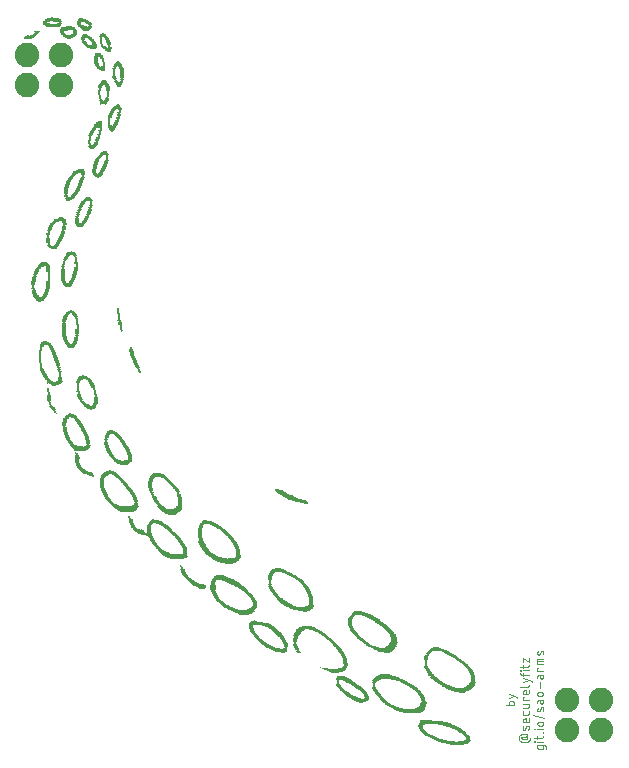
<source format=gts>
G04 EAGLE Gerber X2 export*
G75*
%MOMM*%
%FSLAX34Y34*%
%LPD*%
%AMOC8*
5,1,8,0,0,1.08239X$1,22.5*%
G01*
%ADD10C,0.076200*%
%ADD11C,2.082800*%
%ADD12R,1.159256X0.041400*%
%ADD13R,1.614678X0.041403*%
%ADD14R,1.821688X0.041403*%
%ADD15R,2.070100X0.041400*%
%ADD16R,2.318513X0.041403*%
%ADD17R,1.283459X0.041403*%
%ADD18R,0.993647X0.041403*%
%ADD19R,0.952244X0.041400*%
%ADD20R,0.703834X0.041400*%
%ADD21R,0.786637X0.041403*%
%ADD22R,0.538225X0.041403*%
%ADD23R,0.745237X0.041400*%
%ADD24R,0.455422X0.041400*%
%ADD25R,0.703834X0.041403*%
%ADD26R,0.414022X0.041403*%
%ADD27R,0.579628X0.041403*%
%ADD28R,0.331216X0.041403*%
%ADD29R,0.496825X0.041400*%
%ADD30R,0.331216X0.041400*%
%ADD31R,0.538228X0.041403*%
%ADD32R,0.538225X0.041400*%
%ADD33R,0.372619X0.041400*%
%ADD34R,0.414019X0.041403*%
%ADD35R,0.496825X0.041403*%
%ADD36R,0.372616X0.041403*%
%ADD37R,0.455422X0.041403*%
%ADD38R,0.372619X0.041403*%
%ADD39R,0.414019X0.041400*%
%ADD40R,0.331219X0.041403*%
%ADD41R,0.496822X0.041400*%
%ADD42R,0.289813X0.041403*%
%ADD43R,0.289813X0.041400*%
%ADD44R,0.579628X0.041400*%
%ADD45R,0.289816X0.041403*%
%ADD46R,0.662434X0.041403*%
%ADD47R,0.289816X0.041400*%
%ADD48R,0.703831X0.041400*%
%ADD49R,0.248413X0.041403*%
%ADD50R,0.745237X0.041403*%
%ADD51R,0.786641X0.041400*%
%ADD52R,0.828041X0.041403*%
%ADD53R,0.869441X0.041403*%
%ADD54R,0.910844X0.041400*%
%ADD55R,1.035050X0.041403*%
%ADD56R,1.117853X0.041403*%
%ADD57R,1.283462X0.041400*%
%ADD58R,2.484119X0.041403*%
%ADD59R,2.318513X0.041400*%
%ADD60R,2.152903X0.041403*%
%ADD61R,1.904491X0.041403*%
%ADD62R,1.614678X0.041400*%
%ADD63R,0.952244X0.041403*%
%ADD64R,0.786637X0.041400*%
%ADD65R,1.490472X0.041403*%
%ADD66R,1.863091X0.041400*%
%ADD67R,2.028697X0.041403*%
%ADD68R,1.656078X0.041400*%
%ADD69R,0.372616X0.041400*%
%ADD70R,2.359913X0.041403*%
%ADD71R,2.566925X0.041403*%
%ADD72R,1.035050X0.041400*%
%ADD73R,0.621028X0.041400*%
%ADD74R,0.662431X0.041400*%
%ADD75R,0.579625X0.041403*%
%ADD76R,0.538228X0.041400*%
%ADD77R,0.414022X0.041400*%
%ADD78R,0.496822X0.041403*%
%ADD79R,0.662431X0.041403*%
%ADD80R,0.869444X0.041403*%
%ADD81R,0.993647X0.041400*%
%ADD82R,1.159253X0.041403*%
%ADD83R,0.041403X0.041403*%
%ADD84R,1.324866X0.041403*%
%ADD85R,1.407669X0.041400*%
%ADD86R,0.621028X0.041403*%
%ADD87R,0.331219X0.041400*%
%ADD88R,0.952247X0.041400*%
%ADD89R,1.200659X0.041403*%
%ADD90R,1.407669X0.041403*%
%ADD91R,0.248413X0.041400*%
%ADD92R,1.573278X0.041400*%
%ADD93R,1.780288X0.041403*%
%ADD94R,2.028697X0.041400*%
%ADD95R,0.952247X0.041403*%
%ADD96R,0.745234X0.041403*%
%ADD97R,0.745234X0.041400*%
%ADD98R,0.662434X0.041400*%
%ADD99R,0.621031X0.041400*%
%ADD100R,0.621031X0.041403*%
%ADD101R,0.207009X0.041403*%
%ADD102R,0.207009X0.041400*%
%ADD103R,0.786641X0.041403*%
%ADD104R,1.117853X0.041400*%
%ADD105R,1.076453X0.041403*%
%ADD106R,2.277109X0.041403*%
%ADD107R,2.152906X0.041403*%
%ADD108R,0.869444X0.041400*%
%ADD109R,1.987297X0.041400*%
%ADD110R,1.697481X0.041403*%
%ADD111R,1.490472X0.041400*%
%ADD112R,1.242059X0.041403*%
%ADD113R,0.828041X0.041400*%
%ADD114R,1.200656X0.041403*%
%ADD115R,1.324863X0.041400*%
%ADD116R,1.449069X0.041403*%
%ADD117R,1.780288X0.041400*%
%ADD118R,0.165609X0.041400*%
%ADD119R,0.041400X0.041403*%
%ADD120R,0.248409X0.041403*%
%ADD121R,1.283462X0.041403*%
%ADD122R,1.242059X0.041400*%
%ADD123R,0.248409X0.041400*%
%ADD124R,1.449069X0.041400*%
%ADD125R,1.324863X0.041403*%
%ADD126R,1.573275X0.041403*%
%ADD127R,1.242063X0.041403*%
%ADD128R,1.407666X0.041400*%
%ADD129R,1.697481X0.041400*%
%ADD130R,1.821691X0.041403*%
%ADD131R,0.910847X0.041403*%
%ADD132R,0.579625X0.041400*%
%ADD133R,0.455425X0.041403*%
%ADD134R,1.531872X0.041400*%
%ADD135R,1.076453X0.041400*%
%ADD136R,1.738881X0.041403*%
%ADD137R,1.076450X0.041403*%
%ADD138R,0.869441X0.041400*%
%ADD139R,0.082803X0.041400*%
%ADD140R,1.366266X0.041400*%
%ADD141R,1.945894X0.041403*%
%ADD142R,1.945894X0.041400*%
%ADD143R,0.703831X0.041403*%
%ADD144R,2.028700X0.041403*%
%ADD145R,2.111500X0.041403*%
%ADD146R,0.910844X0.041403*%
%ADD147R,0.993650X0.041403*%
%ADD148R,0.124206X0.041403*%
%ADD149R,1.531875X0.041400*%
%ADD150R,0.165609X0.041403*%
%ADD151R,0.082806X0.041403*%
%ADD152R,1.656081X0.041403*%
%ADD153R,2.111503X0.041403*%
%ADD154R,2.194306X0.041400*%
%ADD155R,1.531875X0.041403*%
%ADD156R,1.656081X0.041400*%
%ADD157R,1.780284X0.041403*%
%ADD158R,1.987294X0.041403*%
%ADD159R,1.159256X0.041403*%
%ADD160R,0.041400X0.041400*%
%ADD161R,0.455425X0.041400*%
%ADD162R,1.200659X0.041400*%
%ADD163R,1.076450X0.041400*%
%ADD164R,1.366266X0.041403*%
%ADD165R,1.449072X0.041403*%
%ADD166R,1.324866X0.041400*%
%ADD167R,1.573278X0.041403*%
%ADD168R,1.697484X0.041403*%
%ADD169R,1.738884X0.041403*%
%ADD170R,1.987297X0.041403*%
%ADD171R,2.028700X0.041400*%
%ADD172R,0.828038X0.041400*%
%ADD173R,0.124206X0.041400*%
%ADD174R,0.828038X0.041403*%
%ADD175R,0.993650X0.041400*%
%ADD176R,0.207013X0.041403*%
%ADD177R,0.207013X0.041400*%
%ADD178R,0.082806X0.041400*%
%ADD179R,1.117856X0.041403*%
%ADD180R,1.200656X0.041400*%
%ADD181R,0.082803X0.041403*%
%ADD182R,0.124203X0.041403*%
%ADD183R,0.165606X0.041400*%
%ADD184R,0.165606X0.041403*%
%ADD185R,0.910847X0.041400*%
%ADD186R,0.041403X0.041400*%


D10*
X454025Y46136D02*
X461391Y46136D01*
X461391Y48182D01*
X461389Y48251D01*
X461383Y48319D01*
X461374Y48388D01*
X461360Y48455D01*
X461343Y48522D01*
X461322Y48588D01*
X461298Y48652D01*
X461269Y48715D01*
X461238Y48776D01*
X461203Y48835D01*
X461165Y48893D01*
X461123Y48948D01*
X461079Y49000D01*
X461031Y49050D01*
X460981Y49098D01*
X460929Y49142D01*
X460874Y49184D01*
X460816Y49222D01*
X460757Y49257D01*
X460696Y49288D01*
X460633Y49317D01*
X460569Y49341D01*
X460503Y49362D01*
X460436Y49379D01*
X460369Y49393D01*
X460300Y49402D01*
X460232Y49408D01*
X460163Y49410D01*
X460163Y49409D02*
X457708Y49409D01*
X457708Y49410D02*
X457639Y49408D01*
X457571Y49402D01*
X457502Y49393D01*
X457435Y49379D01*
X457368Y49362D01*
X457302Y49341D01*
X457238Y49317D01*
X457175Y49288D01*
X457114Y49257D01*
X457055Y49222D01*
X456997Y49184D01*
X456942Y49142D01*
X456890Y49098D01*
X456840Y49050D01*
X456792Y49000D01*
X456748Y48948D01*
X456707Y48893D01*
X456668Y48835D01*
X456633Y48776D01*
X456602Y48715D01*
X456573Y48652D01*
X456549Y48588D01*
X456528Y48522D01*
X456511Y48455D01*
X456497Y48388D01*
X456488Y48320D01*
X456482Y48251D01*
X456480Y48182D01*
X456480Y46136D01*
X463846Y52191D02*
X463846Y53009D01*
X456480Y55464D01*
X456480Y52191D02*
X461391Y53828D01*
X467445Y19684D02*
X467445Y18456D01*
X467444Y18456D02*
X467446Y18387D01*
X467452Y18319D01*
X467461Y18250D01*
X467475Y18183D01*
X467492Y18116D01*
X467513Y18050D01*
X467537Y17986D01*
X467566Y17923D01*
X467597Y17862D01*
X467632Y17803D01*
X467670Y17745D01*
X467712Y17690D01*
X467756Y17638D01*
X467804Y17588D01*
X467854Y17540D01*
X467906Y17496D01*
X467961Y17454D01*
X468019Y17416D01*
X468078Y17381D01*
X468139Y17350D01*
X468202Y17321D01*
X468266Y17297D01*
X468332Y17276D01*
X468399Y17259D01*
X468466Y17245D01*
X468535Y17236D01*
X468603Y17230D01*
X468672Y17228D01*
X468672Y17229D02*
X471128Y17229D01*
X471128Y17228D02*
X471197Y17230D01*
X471265Y17236D01*
X471334Y17245D01*
X471401Y17259D01*
X471468Y17276D01*
X471534Y17297D01*
X471598Y17321D01*
X471661Y17350D01*
X471722Y17381D01*
X471781Y17416D01*
X471839Y17454D01*
X471894Y17496D01*
X471946Y17540D01*
X471996Y17588D01*
X472044Y17638D01*
X472088Y17690D01*
X472130Y17745D01*
X472168Y17803D01*
X472203Y17862D01*
X472234Y17923D01*
X472263Y17986D01*
X472287Y18050D01*
X472308Y18116D01*
X472325Y18183D01*
X472339Y18250D01*
X472348Y18319D01*
X472354Y18387D01*
X472356Y18456D01*
X472354Y18525D01*
X472348Y18593D01*
X472339Y18662D01*
X472325Y18729D01*
X472308Y18796D01*
X472287Y18862D01*
X472263Y18926D01*
X472234Y18989D01*
X472203Y19050D01*
X472168Y19109D01*
X472130Y19167D01*
X472088Y19222D01*
X472044Y19274D01*
X471996Y19324D01*
X471946Y19372D01*
X471894Y19416D01*
X471839Y19458D01*
X471781Y19496D01*
X471722Y19531D01*
X471661Y19562D01*
X471598Y19591D01*
X471534Y19615D01*
X471468Y19636D01*
X471401Y19653D01*
X471334Y19667D01*
X471265Y19676D01*
X471197Y19682D01*
X471128Y19684D01*
X471332Y19684D02*
X467445Y19684D01*
X471332Y19684D02*
X471395Y19686D01*
X471458Y19692D01*
X471520Y19701D01*
X471582Y19715D01*
X471642Y19732D01*
X471702Y19753D01*
X471760Y19778D01*
X471816Y19806D01*
X471871Y19837D01*
X471923Y19872D01*
X471973Y19910D01*
X472021Y19951D01*
X472066Y19995D01*
X472109Y20041D01*
X472148Y20091D01*
X472185Y20142D01*
X472218Y20195D01*
X472248Y20251D01*
X472274Y20308D01*
X472297Y20367D01*
X472316Y20427D01*
X472331Y20488D01*
X472343Y20550D01*
X472351Y20613D01*
X472355Y20675D01*
X472355Y20739D01*
X472351Y20801D01*
X472343Y20864D01*
X472331Y20926D01*
X472316Y20987D01*
X472297Y21047D01*
X472274Y21106D01*
X472248Y21163D01*
X472218Y21218D01*
X472185Y21272D01*
X472148Y21323D01*
X472109Y21373D01*
X472066Y21419D01*
X472021Y21463D01*
X471973Y21504D01*
X471923Y21542D01*
X471871Y21577D01*
X471816Y21608D01*
X471760Y21636D01*
X471702Y21661D01*
X471642Y21682D01*
X471582Y21699D01*
X471520Y21713D01*
X471458Y21722D01*
X471395Y21728D01*
X471332Y21730D01*
X468263Y21730D01*
X468150Y21728D01*
X468037Y21722D01*
X467925Y21712D01*
X467812Y21699D01*
X467701Y21681D01*
X467590Y21660D01*
X467479Y21635D01*
X467370Y21606D01*
X467262Y21573D01*
X467155Y21537D01*
X467049Y21497D01*
X466945Y21453D01*
X466842Y21406D01*
X466741Y21355D01*
X466642Y21301D01*
X466545Y21243D01*
X466450Y21182D01*
X466357Y21118D01*
X466266Y21051D01*
X466178Y20980D01*
X466092Y20907D01*
X466009Y20830D01*
X465928Y20751D01*
X465850Y20669D01*
X465775Y20584D01*
X465703Y20497D01*
X465634Y20408D01*
X465569Y20316D01*
X465506Y20222D01*
X465447Y20126D01*
X465391Y20027D01*
X465338Y19927D01*
X465289Y19825D01*
X465244Y19722D01*
X465202Y19617D01*
X465164Y19511D01*
X465129Y19403D01*
X465098Y19294D01*
X465071Y19185D01*
X465048Y19074D01*
X465028Y18963D01*
X465013Y18851D01*
X465001Y18738D01*
X464993Y18625D01*
X464989Y18513D01*
X464989Y18399D01*
X464993Y18287D01*
X465001Y18174D01*
X465013Y18061D01*
X465028Y17949D01*
X465048Y17838D01*
X465071Y17727D01*
X465098Y17618D01*
X465129Y17509D01*
X465164Y17401D01*
X465202Y17295D01*
X465244Y17190D01*
X465289Y17087D01*
X465338Y16985D01*
X465391Y16885D01*
X465447Y16786D01*
X465506Y16690D01*
X465569Y16596D01*
X465634Y16504D01*
X465703Y16415D01*
X465775Y16328D01*
X465850Y16243D01*
X465928Y16161D01*
X466009Y16082D01*
X466092Y16005D01*
X466178Y15932D01*
X466266Y15861D01*
X466357Y15794D01*
X466450Y15730D01*
X466545Y15669D01*
X466642Y15611D01*
X466741Y15557D01*
X466842Y15506D01*
X466945Y15459D01*
X467049Y15415D01*
X467155Y15375D01*
X467262Y15339D01*
X467370Y15306D01*
X467479Y15277D01*
X467590Y15252D01*
X467701Y15231D01*
X467812Y15213D01*
X467925Y15200D01*
X468037Y15190D01*
X468150Y15184D01*
X468263Y15182D01*
X468263Y15183D02*
X471742Y15183D01*
X471852Y15185D01*
X471962Y15191D01*
X472071Y15201D01*
X472180Y15214D01*
X472289Y15232D01*
X472397Y15254D01*
X472504Y15279D01*
X472610Y15308D01*
X472715Y15341D01*
X472819Y15378D01*
X472921Y15418D01*
X473022Y15462D01*
X473121Y15509D01*
X473218Y15560D01*
X473314Y15615D01*
X473407Y15673D01*
X473499Y15734D01*
X473588Y15798D01*
X473675Y15866D01*
X473759Y15937D01*
X473841Y16010D01*
X473920Y16087D01*
X473996Y16166D01*
X474070Y16248D01*
X474140Y16332D01*
X474207Y16419D01*
X474271Y16509D01*
X474332Y16600D01*
X474390Y16694D01*
X474444Y16790D01*
X474495Y16887D01*
X474542Y16986D01*
X474586Y17087D01*
X474626Y17190D01*
X474663Y17294D01*
X474695Y17399D01*
X474724Y17505D01*
X474749Y17612D01*
X474770Y17720D01*
X474788Y17828D01*
X474801Y17938D01*
X474811Y18047D01*
X470718Y25968D02*
X471537Y28014D01*
X470718Y25968D02*
X470693Y25909D01*
X470664Y25852D01*
X470631Y25797D01*
X470595Y25744D01*
X470557Y25693D01*
X470515Y25645D01*
X470470Y25599D01*
X470423Y25556D01*
X470373Y25516D01*
X470321Y25479D01*
X470266Y25445D01*
X470210Y25414D01*
X470152Y25387D01*
X470092Y25364D01*
X470032Y25344D01*
X469970Y25328D01*
X469907Y25315D01*
X469843Y25307D01*
X469780Y25302D01*
X469716Y25301D01*
X469652Y25304D01*
X469588Y25311D01*
X469525Y25322D01*
X469463Y25336D01*
X469401Y25354D01*
X469341Y25376D01*
X469282Y25401D01*
X469225Y25430D01*
X469170Y25463D01*
X469117Y25498D01*
X469066Y25537D01*
X469017Y25579D01*
X468971Y25623D01*
X468928Y25671D01*
X468888Y25720D01*
X468851Y25773D01*
X468817Y25827D01*
X468786Y25883D01*
X468759Y25941D01*
X468735Y26000D01*
X468716Y26061D01*
X468699Y26123D01*
X468687Y26186D01*
X468678Y26249D01*
X468673Y26313D01*
X468672Y26377D01*
X468676Y26513D01*
X468684Y26648D01*
X468696Y26784D01*
X468712Y26918D01*
X468732Y27053D01*
X468755Y27186D01*
X468783Y27319D01*
X468814Y27451D01*
X468849Y27582D01*
X468888Y27712D01*
X468931Y27841D01*
X468978Y27968D01*
X469028Y28094D01*
X469082Y28219D01*
X471537Y28014D02*
X471562Y28073D01*
X471591Y28130D01*
X471624Y28185D01*
X471660Y28238D01*
X471698Y28289D01*
X471740Y28337D01*
X471785Y28383D01*
X471832Y28426D01*
X471882Y28466D01*
X471934Y28503D01*
X471989Y28537D01*
X472045Y28568D01*
X472103Y28595D01*
X472163Y28618D01*
X472223Y28638D01*
X472285Y28654D01*
X472348Y28667D01*
X472412Y28675D01*
X472475Y28680D01*
X472539Y28681D01*
X472603Y28678D01*
X472667Y28671D01*
X472730Y28660D01*
X472792Y28646D01*
X472854Y28628D01*
X472914Y28606D01*
X472973Y28581D01*
X473030Y28552D01*
X473085Y28519D01*
X473138Y28484D01*
X473189Y28445D01*
X473238Y28403D01*
X473284Y28359D01*
X473327Y28311D01*
X473367Y28262D01*
X473404Y28209D01*
X473438Y28155D01*
X473469Y28099D01*
X473496Y28041D01*
X473520Y27982D01*
X473539Y27921D01*
X473556Y27859D01*
X473568Y27796D01*
X473577Y27733D01*
X473582Y27669D01*
X473583Y27605D01*
X473579Y27441D01*
X473571Y27277D01*
X473559Y27113D01*
X473543Y26950D01*
X473523Y26787D01*
X473500Y26624D01*
X473472Y26463D01*
X473441Y26301D01*
X473406Y26141D01*
X473367Y25982D01*
X473324Y25823D01*
X473278Y25666D01*
X473228Y25509D01*
X473174Y25354D01*
X473583Y32921D02*
X473583Y34967D01*
X473583Y32921D02*
X473581Y32852D01*
X473575Y32784D01*
X473566Y32715D01*
X473552Y32648D01*
X473535Y32581D01*
X473514Y32515D01*
X473490Y32451D01*
X473461Y32388D01*
X473430Y32327D01*
X473395Y32268D01*
X473357Y32210D01*
X473315Y32155D01*
X473271Y32103D01*
X473223Y32053D01*
X473173Y32005D01*
X473121Y31961D01*
X473066Y31920D01*
X473008Y31881D01*
X472949Y31846D01*
X472888Y31815D01*
X472825Y31786D01*
X472761Y31762D01*
X472695Y31741D01*
X472628Y31724D01*
X472561Y31710D01*
X472493Y31701D01*
X472424Y31695D01*
X472355Y31693D01*
X472355Y31694D02*
X470309Y31694D01*
X470230Y31696D01*
X470151Y31702D01*
X470072Y31711D01*
X469994Y31724D01*
X469917Y31742D01*
X469841Y31762D01*
X469766Y31787D01*
X469692Y31815D01*
X469619Y31846D01*
X469548Y31882D01*
X469479Y31920D01*
X469412Y31962D01*
X469347Y32007D01*
X469284Y32055D01*
X469223Y32106D01*
X469166Y32160D01*
X469110Y32216D01*
X469058Y32275D01*
X469008Y32337D01*
X468962Y32401D01*
X468918Y32467D01*
X468878Y32535D01*
X468842Y32605D01*
X468808Y32677D01*
X468778Y32751D01*
X468752Y32825D01*
X468729Y32901D01*
X468711Y32978D01*
X468695Y33055D01*
X468684Y33134D01*
X468676Y33212D01*
X468672Y33291D01*
X468672Y33371D01*
X468676Y33450D01*
X468684Y33528D01*
X468695Y33607D01*
X468711Y33684D01*
X468729Y33761D01*
X468752Y33837D01*
X468778Y33911D01*
X468808Y33985D01*
X468842Y34057D01*
X468878Y34127D01*
X468918Y34195D01*
X468962Y34261D01*
X469008Y34325D01*
X469058Y34387D01*
X469110Y34446D01*
X469166Y34502D01*
X469223Y34556D01*
X469284Y34607D01*
X469347Y34655D01*
X469412Y34700D01*
X469479Y34742D01*
X469548Y34780D01*
X469619Y34816D01*
X469692Y34847D01*
X469766Y34875D01*
X469841Y34900D01*
X469917Y34920D01*
X469994Y34938D01*
X470072Y34951D01*
X470151Y34960D01*
X470230Y34966D01*
X470309Y34968D01*
X470309Y34967D02*
X471128Y34967D01*
X471128Y31694D01*
X473583Y39270D02*
X473583Y40907D01*
X473583Y39270D02*
X473581Y39201D01*
X473575Y39133D01*
X473566Y39064D01*
X473552Y38997D01*
X473535Y38930D01*
X473514Y38864D01*
X473490Y38800D01*
X473461Y38737D01*
X473430Y38676D01*
X473395Y38617D01*
X473357Y38559D01*
X473315Y38504D01*
X473271Y38452D01*
X473223Y38402D01*
X473173Y38354D01*
X473121Y38310D01*
X473066Y38269D01*
X473008Y38230D01*
X472949Y38195D01*
X472888Y38164D01*
X472825Y38135D01*
X472761Y38111D01*
X472695Y38090D01*
X472628Y38073D01*
X472561Y38059D01*
X472493Y38050D01*
X472424Y38044D01*
X472355Y38042D01*
X472355Y38043D02*
X469900Y38043D01*
X469900Y38042D02*
X469831Y38044D01*
X469763Y38050D01*
X469694Y38059D01*
X469627Y38073D01*
X469560Y38090D01*
X469494Y38111D01*
X469430Y38135D01*
X469367Y38164D01*
X469306Y38195D01*
X469247Y38230D01*
X469189Y38268D01*
X469134Y38310D01*
X469082Y38354D01*
X469032Y38402D01*
X468984Y38452D01*
X468940Y38504D01*
X468898Y38559D01*
X468860Y38617D01*
X468825Y38676D01*
X468794Y38737D01*
X468765Y38800D01*
X468741Y38864D01*
X468720Y38930D01*
X468703Y38997D01*
X468689Y39064D01*
X468680Y39133D01*
X468674Y39201D01*
X468672Y39270D01*
X468672Y40907D01*
X468672Y43886D02*
X472355Y43886D01*
X472355Y43885D02*
X472424Y43887D01*
X472492Y43893D01*
X472561Y43902D01*
X472628Y43916D01*
X472695Y43933D01*
X472761Y43954D01*
X472825Y43978D01*
X472888Y44007D01*
X472949Y44038D01*
X473008Y44073D01*
X473066Y44111D01*
X473121Y44153D01*
X473173Y44197D01*
X473223Y44245D01*
X473271Y44295D01*
X473315Y44347D01*
X473357Y44402D01*
X473395Y44460D01*
X473430Y44519D01*
X473461Y44580D01*
X473490Y44643D01*
X473514Y44707D01*
X473535Y44773D01*
X473552Y44840D01*
X473566Y44907D01*
X473575Y44976D01*
X473581Y45044D01*
X473583Y45113D01*
X473583Y47159D01*
X468672Y47159D01*
X468672Y50759D02*
X473583Y50759D01*
X468672Y50759D02*
X468672Y53215D01*
X469491Y53215D01*
X473583Y56818D02*
X473583Y58864D01*
X473583Y56818D02*
X473581Y56749D01*
X473575Y56681D01*
X473566Y56612D01*
X473552Y56545D01*
X473535Y56478D01*
X473514Y56412D01*
X473490Y56348D01*
X473461Y56285D01*
X473430Y56224D01*
X473395Y56165D01*
X473357Y56107D01*
X473315Y56052D01*
X473271Y56000D01*
X473223Y55950D01*
X473173Y55902D01*
X473121Y55858D01*
X473066Y55817D01*
X473008Y55778D01*
X472949Y55743D01*
X472888Y55712D01*
X472825Y55683D01*
X472761Y55659D01*
X472695Y55638D01*
X472628Y55621D01*
X472561Y55607D01*
X472493Y55598D01*
X472424Y55592D01*
X472355Y55590D01*
X470309Y55590D01*
X470230Y55592D01*
X470151Y55598D01*
X470072Y55607D01*
X469994Y55620D01*
X469917Y55638D01*
X469841Y55658D01*
X469766Y55683D01*
X469692Y55711D01*
X469619Y55742D01*
X469548Y55778D01*
X469479Y55816D01*
X469412Y55858D01*
X469347Y55903D01*
X469284Y55951D01*
X469223Y56002D01*
X469166Y56056D01*
X469110Y56112D01*
X469058Y56171D01*
X469008Y56233D01*
X468962Y56297D01*
X468918Y56363D01*
X468878Y56431D01*
X468842Y56501D01*
X468808Y56573D01*
X468778Y56647D01*
X468752Y56721D01*
X468729Y56797D01*
X468711Y56874D01*
X468695Y56951D01*
X468684Y57030D01*
X468676Y57108D01*
X468672Y57187D01*
X468672Y57267D01*
X468676Y57346D01*
X468684Y57424D01*
X468695Y57503D01*
X468711Y57580D01*
X468729Y57657D01*
X468752Y57733D01*
X468778Y57807D01*
X468808Y57881D01*
X468842Y57953D01*
X468878Y58023D01*
X468918Y58091D01*
X468962Y58157D01*
X469008Y58221D01*
X469058Y58283D01*
X469110Y58342D01*
X469166Y58398D01*
X469223Y58452D01*
X469284Y58503D01*
X469347Y58551D01*
X469412Y58596D01*
X469479Y58638D01*
X469548Y58676D01*
X469619Y58712D01*
X469692Y58743D01*
X469766Y58771D01*
X469841Y58796D01*
X469917Y58816D01*
X469994Y58834D01*
X470072Y58847D01*
X470151Y58856D01*
X470230Y58862D01*
X470309Y58864D01*
X471128Y58864D01*
X471128Y55590D01*
X472355Y62013D02*
X466217Y62013D01*
X472355Y62012D02*
X472424Y62014D01*
X472492Y62020D01*
X472561Y62029D01*
X472628Y62043D01*
X472695Y62060D01*
X472761Y62081D01*
X472825Y62105D01*
X472888Y62134D01*
X472949Y62165D01*
X473008Y62200D01*
X473066Y62238D01*
X473121Y62280D01*
X473173Y62324D01*
X473223Y62372D01*
X473271Y62422D01*
X473315Y62474D01*
X473357Y62529D01*
X473395Y62587D01*
X473430Y62646D01*
X473461Y62707D01*
X473490Y62770D01*
X473514Y62834D01*
X473535Y62900D01*
X473552Y62967D01*
X473566Y63034D01*
X473575Y63103D01*
X473581Y63171D01*
X473583Y63240D01*
X476038Y65587D02*
X476038Y66406D01*
X468672Y68861D01*
X468672Y65587D02*
X473583Y67224D01*
X473583Y72077D02*
X467445Y72077D01*
X467445Y72076D02*
X467376Y72078D01*
X467308Y72084D01*
X467239Y72093D01*
X467172Y72107D01*
X467105Y72124D01*
X467039Y72145D01*
X466975Y72169D01*
X466912Y72198D01*
X466851Y72229D01*
X466792Y72264D01*
X466734Y72302D01*
X466679Y72344D01*
X466627Y72388D01*
X466577Y72436D01*
X466529Y72486D01*
X466485Y72538D01*
X466444Y72593D01*
X466405Y72651D01*
X466370Y72710D01*
X466339Y72771D01*
X466310Y72834D01*
X466286Y72898D01*
X466265Y72964D01*
X466248Y73031D01*
X466234Y73098D01*
X466225Y73166D01*
X466219Y73235D01*
X466217Y73304D01*
X466217Y73714D01*
X468672Y73714D02*
X468672Y71258D01*
X468672Y75758D02*
X473583Y75758D01*
X466626Y75554D02*
X466217Y75554D01*
X466217Y75963D01*
X466626Y75963D01*
X466626Y75554D01*
X468672Y78124D02*
X468672Y80579D01*
X466217Y78943D02*
X472355Y78943D01*
X472355Y78942D02*
X472424Y78944D01*
X472492Y78950D01*
X472561Y78959D01*
X472628Y78973D01*
X472695Y78990D01*
X472761Y79011D01*
X472825Y79035D01*
X472888Y79064D01*
X472949Y79095D01*
X473008Y79130D01*
X473066Y79168D01*
X473121Y79210D01*
X473173Y79254D01*
X473223Y79302D01*
X473271Y79352D01*
X473315Y79404D01*
X473357Y79459D01*
X473395Y79517D01*
X473430Y79576D01*
X473461Y79637D01*
X473490Y79700D01*
X473514Y79764D01*
X473535Y79830D01*
X473552Y79897D01*
X473566Y79964D01*
X473575Y80033D01*
X473581Y80101D01*
X473583Y80170D01*
X473583Y80579D01*
X468672Y83144D02*
X468672Y86417D01*
X473583Y83144D01*
X473583Y86417D01*
X485775Y12203D02*
X485775Y10157D01*
X485773Y10088D01*
X485767Y10020D01*
X485758Y9951D01*
X485744Y9884D01*
X485727Y9817D01*
X485706Y9751D01*
X485682Y9687D01*
X485653Y9624D01*
X485622Y9563D01*
X485587Y9504D01*
X485549Y9446D01*
X485507Y9391D01*
X485463Y9339D01*
X485415Y9289D01*
X485365Y9241D01*
X485313Y9197D01*
X485258Y9156D01*
X485200Y9117D01*
X485141Y9082D01*
X485080Y9051D01*
X485017Y9022D01*
X484953Y8998D01*
X484887Y8977D01*
X484820Y8960D01*
X484753Y8946D01*
X484685Y8937D01*
X484616Y8931D01*
X484547Y8929D01*
X482092Y8929D01*
X482023Y8931D01*
X481955Y8937D01*
X481886Y8946D01*
X481819Y8960D01*
X481752Y8977D01*
X481686Y8998D01*
X481622Y9022D01*
X481559Y9051D01*
X481498Y9082D01*
X481439Y9117D01*
X481381Y9155D01*
X481326Y9197D01*
X481274Y9241D01*
X481224Y9289D01*
X481176Y9339D01*
X481132Y9391D01*
X481090Y9446D01*
X481052Y9504D01*
X481017Y9563D01*
X480986Y9624D01*
X480957Y9687D01*
X480933Y9751D01*
X480912Y9817D01*
X480895Y9884D01*
X480881Y9951D01*
X480872Y10020D01*
X480866Y10088D01*
X480864Y10157D01*
X480864Y12203D01*
X487003Y12203D01*
X487072Y12201D01*
X487140Y12195D01*
X487209Y12186D01*
X487276Y12172D01*
X487343Y12155D01*
X487409Y12134D01*
X487473Y12110D01*
X487536Y12081D01*
X487597Y12050D01*
X487656Y12015D01*
X487714Y11977D01*
X487769Y11935D01*
X487821Y11891D01*
X487871Y11843D01*
X487919Y11793D01*
X487963Y11741D01*
X488005Y11686D01*
X488043Y11628D01*
X488078Y11569D01*
X488109Y11508D01*
X488138Y11445D01*
X488162Y11381D01*
X488183Y11315D01*
X488200Y11248D01*
X488214Y11181D01*
X488223Y11112D01*
X488229Y11044D01*
X488231Y10975D01*
X488230Y10975D02*
X488230Y9338D01*
X485775Y15483D02*
X480864Y15483D01*
X478818Y15279D02*
X478409Y15279D01*
X478409Y15688D01*
X478818Y15688D01*
X478818Y15279D01*
X480864Y17849D02*
X480864Y20305D01*
X478409Y18668D02*
X484547Y18668D01*
X484547Y18667D02*
X484616Y18669D01*
X484684Y18675D01*
X484753Y18684D01*
X484820Y18698D01*
X484887Y18715D01*
X484953Y18736D01*
X485017Y18760D01*
X485080Y18789D01*
X485141Y18820D01*
X485200Y18855D01*
X485258Y18893D01*
X485313Y18935D01*
X485365Y18979D01*
X485415Y19027D01*
X485463Y19077D01*
X485507Y19129D01*
X485549Y19184D01*
X485587Y19242D01*
X485622Y19301D01*
X485653Y19362D01*
X485682Y19425D01*
X485706Y19489D01*
X485727Y19555D01*
X485744Y19622D01*
X485758Y19689D01*
X485767Y19758D01*
X485773Y19826D01*
X485775Y19895D01*
X485775Y20305D01*
X485775Y22838D02*
X485366Y22838D01*
X485366Y23247D01*
X485775Y23247D01*
X485775Y22838D01*
X485775Y25968D02*
X480864Y25968D01*
X478818Y25764D02*
X478409Y25764D01*
X478409Y26173D01*
X478818Y26173D01*
X478818Y25764D01*
X482501Y28965D02*
X484138Y28965D01*
X482501Y28964D02*
X482422Y28966D01*
X482343Y28972D01*
X482264Y28981D01*
X482186Y28994D01*
X482109Y29012D01*
X482033Y29032D01*
X481958Y29057D01*
X481884Y29085D01*
X481811Y29116D01*
X481740Y29152D01*
X481671Y29190D01*
X481604Y29232D01*
X481539Y29277D01*
X481476Y29325D01*
X481415Y29376D01*
X481358Y29430D01*
X481302Y29486D01*
X481250Y29545D01*
X481200Y29607D01*
X481154Y29671D01*
X481110Y29737D01*
X481070Y29805D01*
X481034Y29875D01*
X481000Y29947D01*
X480970Y30021D01*
X480944Y30095D01*
X480921Y30171D01*
X480903Y30248D01*
X480887Y30325D01*
X480876Y30404D01*
X480868Y30482D01*
X480864Y30561D01*
X480864Y30641D01*
X480868Y30720D01*
X480876Y30798D01*
X480887Y30877D01*
X480903Y30954D01*
X480921Y31031D01*
X480944Y31107D01*
X480970Y31181D01*
X481000Y31255D01*
X481034Y31327D01*
X481070Y31397D01*
X481110Y31465D01*
X481154Y31531D01*
X481200Y31595D01*
X481250Y31657D01*
X481302Y31716D01*
X481358Y31772D01*
X481415Y31826D01*
X481476Y31877D01*
X481539Y31925D01*
X481604Y31970D01*
X481671Y32012D01*
X481740Y32050D01*
X481811Y32086D01*
X481884Y32117D01*
X481958Y32145D01*
X482033Y32170D01*
X482109Y32190D01*
X482186Y32208D01*
X482264Y32221D01*
X482343Y32230D01*
X482422Y32236D01*
X482501Y32238D01*
X484138Y32238D01*
X484217Y32236D01*
X484296Y32230D01*
X484375Y32221D01*
X484453Y32208D01*
X484530Y32190D01*
X484606Y32170D01*
X484681Y32145D01*
X484755Y32117D01*
X484828Y32086D01*
X484899Y32050D01*
X484968Y32012D01*
X485035Y31970D01*
X485100Y31925D01*
X485163Y31877D01*
X485224Y31826D01*
X485281Y31772D01*
X485337Y31716D01*
X485389Y31657D01*
X485439Y31595D01*
X485485Y31531D01*
X485529Y31465D01*
X485569Y31397D01*
X485605Y31327D01*
X485639Y31255D01*
X485669Y31181D01*
X485695Y31107D01*
X485718Y31031D01*
X485736Y30954D01*
X485752Y30877D01*
X485763Y30798D01*
X485771Y30720D01*
X485775Y30641D01*
X485775Y30561D01*
X485771Y30482D01*
X485763Y30404D01*
X485752Y30325D01*
X485736Y30248D01*
X485718Y30171D01*
X485695Y30095D01*
X485669Y30021D01*
X485639Y29947D01*
X485605Y29875D01*
X485569Y29805D01*
X485529Y29737D01*
X485485Y29671D01*
X485439Y29607D01*
X485389Y29545D01*
X485337Y29486D01*
X485281Y29430D01*
X485224Y29376D01*
X485163Y29325D01*
X485100Y29277D01*
X485035Y29232D01*
X484968Y29190D01*
X484899Y29152D01*
X484828Y29116D01*
X484755Y29085D01*
X484681Y29057D01*
X484606Y29032D01*
X484530Y29012D01*
X484453Y28994D01*
X484375Y28981D01*
X484296Y28972D01*
X484217Y28966D01*
X484138Y28964D01*
X486593Y35060D02*
X477591Y38334D01*
X482910Y41770D02*
X483729Y43816D01*
X482910Y41770D02*
X482885Y41711D01*
X482856Y41654D01*
X482823Y41599D01*
X482787Y41546D01*
X482749Y41495D01*
X482707Y41447D01*
X482662Y41401D01*
X482615Y41358D01*
X482565Y41318D01*
X482513Y41281D01*
X482458Y41247D01*
X482402Y41216D01*
X482344Y41189D01*
X482284Y41166D01*
X482224Y41146D01*
X482162Y41130D01*
X482099Y41117D01*
X482035Y41109D01*
X481972Y41104D01*
X481908Y41103D01*
X481844Y41106D01*
X481780Y41113D01*
X481717Y41124D01*
X481655Y41138D01*
X481593Y41156D01*
X481533Y41178D01*
X481474Y41203D01*
X481417Y41232D01*
X481362Y41265D01*
X481309Y41300D01*
X481258Y41339D01*
X481209Y41381D01*
X481163Y41425D01*
X481120Y41473D01*
X481080Y41522D01*
X481043Y41575D01*
X481009Y41629D01*
X480978Y41685D01*
X480951Y41743D01*
X480927Y41802D01*
X480908Y41863D01*
X480891Y41925D01*
X480879Y41988D01*
X480870Y42051D01*
X480865Y42115D01*
X480864Y42179D01*
X480868Y42315D01*
X480876Y42450D01*
X480888Y42586D01*
X480904Y42720D01*
X480924Y42855D01*
X480947Y42988D01*
X480975Y43121D01*
X481006Y43253D01*
X481041Y43384D01*
X481080Y43514D01*
X481123Y43643D01*
X481170Y43770D01*
X481220Y43896D01*
X481274Y44021D01*
X483729Y43816D02*
X483754Y43875D01*
X483783Y43932D01*
X483816Y43987D01*
X483852Y44040D01*
X483890Y44091D01*
X483932Y44139D01*
X483977Y44185D01*
X484024Y44228D01*
X484074Y44268D01*
X484126Y44305D01*
X484181Y44339D01*
X484237Y44370D01*
X484295Y44397D01*
X484355Y44420D01*
X484415Y44440D01*
X484477Y44456D01*
X484540Y44469D01*
X484604Y44477D01*
X484667Y44482D01*
X484731Y44483D01*
X484795Y44480D01*
X484859Y44473D01*
X484922Y44462D01*
X484984Y44448D01*
X485046Y44430D01*
X485106Y44408D01*
X485165Y44383D01*
X485222Y44354D01*
X485277Y44321D01*
X485330Y44286D01*
X485381Y44247D01*
X485430Y44205D01*
X485476Y44161D01*
X485519Y44113D01*
X485559Y44064D01*
X485596Y44011D01*
X485630Y43957D01*
X485661Y43901D01*
X485688Y43843D01*
X485712Y43784D01*
X485731Y43723D01*
X485748Y43661D01*
X485760Y43598D01*
X485769Y43535D01*
X485774Y43471D01*
X485775Y43407D01*
X485771Y43243D01*
X485763Y43079D01*
X485751Y42915D01*
X485735Y42752D01*
X485715Y42589D01*
X485692Y42426D01*
X485664Y42265D01*
X485633Y42103D01*
X485598Y41943D01*
X485559Y41784D01*
X485516Y41625D01*
X485470Y41468D01*
X485420Y41311D01*
X485366Y41156D01*
X482910Y48888D02*
X482910Y50729D01*
X482911Y48888D02*
X482913Y48813D01*
X482919Y48738D01*
X482929Y48664D01*
X482942Y48590D01*
X482960Y48517D01*
X482981Y48445D01*
X483006Y48375D01*
X483035Y48306D01*
X483067Y48238D01*
X483103Y48172D01*
X483142Y48108D01*
X483184Y48046D01*
X483230Y47987D01*
X483279Y47930D01*
X483330Y47875D01*
X483385Y47824D01*
X483442Y47775D01*
X483501Y47729D01*
X483563Y47687D01*
X483627Y47648D01*
X483693Y47612D01*
X483761Y47580D01*
X483830Y47551D01*
X483900Y47526D01*
X483972Y47505D01*
X484045Y47487D01*
X484119Y47474D01*
X484193Y47464D01*
X484268Y47458D01*
X484343Y47456D01*
X484418Y47458D01*
X484493Y47464D01*
X484567Y47474D01*
X484641Y47487D01*
X484714Y47505D01*
X484786Y47526D01*
X484856Y47551D01*
X484925Y47580D01*
X484993Y47612D01*
X485059Y47648D01*
X485123Y47687D01*
X485185Y47729D01*
X485244Y47775D01*
X485301Y47824D01*
X485356Y47875D01*
X485407Y47930D01*
X485456Y47987D01*
X485502Y48046D01*
X485544Y48108D01*
X485583Y48172D01*
X485619Y48238D01*
X485651Y48306D01*
X485680Y48375D01*
X485705Y48445D01*
X485726Y48517D01*
X485744Y48590D01*
X485757Y48664D01*
X485767Y48738D01*
X485773Y48813D01*
X485775Y48888D01*
X485775Y50729D01*
X482092Y50729D01*
X482023Y50727D01*
X481955Y50721D01*
X481886Y50712D01*
X481819Y50698D01*
X481752Y50681D01*
X481686Y50660D01*
X481622Y50636D01*
X481559Y50607D01*
X481498Y50576D01*
X481439Y50541D01*
X481381Y50503D01*
X481326Y50461D01*
X481274Y50417D01*
X481224Y50369D01*
X481176Y50319D01*
X481132Y50267D01*
X481091Y50212D01*
X481052Y50154D01*
X481017Y50095D01*
X480986Y50034D01*
X480957Y49971D01*
X480933Y49907D01*
X480912Y49841D01*
X480895Y49774D01*
X480881Y49707D01*
X480872Y49639D01*
X480866Y49570D01*
X480864Y49501D01*
X480864Y47865D01*
X482501Y54080D02*
X484138Y54080D01*
X482501Y54080D02*
X482422Y54082D01*
X482343Y54088D01*
X482264Y54097D01*
X482186Y54110D01*
X482109Y54128D01*
X482033Y54148D01*
X481958Y54173D01*
X481884Y54201D01*
X481811Y54232D01*
X481740Y54268D01*
X481671Y54306D01*
X481604Y54348D01*
X481539Y54393D01*
X481476Y54441D01*
X481415Y54492D01*
X481358Y54546D01*
X481302Y54602D01*
X481250Y54661D01*
X481200Y54723D01*
X481154Y54787D01*
X481110Y54853D01*
X481070Y54921D01*
X481034Y54991D01*
X481000Y55063D01*
X480970Y55137D01*
X480944Y55211D01*
X480921Y55287D01*
X480903Y55364D01*
X480887Y55441D01*
X480876Y55520D01*
X480868Y55598D01*
X480864Y55677D01*
X480864Y55757D01*
X480868Y55836D01*
X480876Y55914D01*
X480887Y55993D01*
X480903Y56070D01*
X480921Y56147D01*
X480944Y56223D01*
X480970Y56297D01*
X481000Y56371D01*
X481034Y56443D01*
X481070Y56513D01*
X481110Y56581D01*
X481154Y56647D01*
X481200Y56711D01*
X481250Y56773D01*
X481302Y56832D01*
X481358Y56888D01*
X481415Y56942D01*
X481476Y56993D01*
X481539Y57041D01*
X481604Y57086D01*
X481671Y57128D01*
X481740Y57166D01*
X481811Y57202D01*
X481884Y57233D01*
X481958Y57261D01*
X482033Y57286D01*
X482109Y57306D01*
X482186Y57324D01*
X482264Y57337D01*
X482343Y57346D01*
X482422Y57352D01*
X482501Y57354D01*
X484138Y57354D01*
X484217Y57352D01*
X484296Y57346D01*
X484375Y57337D01*
X484453Y57324D01*
X484530Y57306D01*
X484606Y57286D01*
X484681Y57261D01*
X484755Y57233D01*
X484828Y57202D01*
X484899Y57166D01*
X484968Y57128D01*
X485035Y57086D01*
X485100Y57041D01*
X485163Y56993D01*
X485224Y56942D01*
X485281Y56888D01*
X485337Y56832D01*
X485389Y56773D01*
X485439Y56711D01*
X485485Y56647D01*
X485529Y56581D01*
X485569Y56513D01*
X485605Y56443D01*
X485639Y56371D01*
X485669Y56297D01*
X485695Y56223D01*
X485718Y56147D01*
X485736Y56070D01*
X485752Y55993D01*
X485763Y55914D01*
X485771Y55836D01*
X485775Y55757D01*
X485775Y55677D01*
X485771Y55598D01*
X485763Y55520D01*
X485752Y55441D01*
X485736Y55364D01*
X485718Y55287D01*
X485695Y55211D01*
X485669Y55137D01*
X485639Y55063D01*
X485605Y54991D01*
X485569Y54921D01*
X485529Y54853D01*
X485485Y54787D01*
X485439Y54723D01*
X485389Y54661D01*
X485337Y54602D01*
X485281Y54546D01*
X485224Y54492D01*
X485163Y54441D01*
X485100Y54393D01*
X485035Y54348D01*
X484968Y54306D01*
X484899Y54268D01*
X484828Y54232D01*
X484755Y54201D01*
X484681Y54173D01*
X484606Y54148D01*
X484530Y54128D01*
X484453Y54110D01*
X484375Y54097D01*
X484296Y54088D01*
X484217Y54082D01*
X484138Y54080D01*
X482910Y60577D02*
X482910Y65487D01*
X482910Y70102D02*
X482910Y71943D01*
X482911Y70102D02*
X482913Y70027D01*
X482919Y69952D01*
X482929Y69878D01*
X482942Y69804D01*
X482960Y69731D01*
X482981Y69659D01*
X483006Y69589D01*
X483035Y69520D01*
X483067Y69452D01*
X483103Y69386D01*
X483142Y69322D01*
X483184Y69260D01*
X483230Y69201D01*
X483279Y69144D01*
X483330Y69089D01*
X483385Y69038D01*
X483442Y68989D01*
X483501Y68943D01*
X483563Y68901D01*
X483627Y68862D01*
X483693Y68826D01*
X483761Y68794D01*
X483830Y68765D01*
X483900Y68740D01*
X483972Y68719D01*
X484045Y68701D01*
X484119Y68688D01*
X484193Y68678D01*
X484268Y68672D01*
X484343Y68670D01*
X484418Y68672D01*
X484493Y68678D01*
X484567Y68688D01*
X484641Y68701D01*
X484714Y68719D01*
X484786Y68740D01*
X484856Y68765D01*
X484925Y68794D01*
X484993Y68826D01*
X485059Y68862D01*
X485123Y68901D01*
X485185Y68943D01*
X485244Y68989D01*
X485301Y69038D01*
X485356Y69089D01*
X485407Y69144D01*
X485456Y69201D01*
X485502Y69260D01*
X485544Y69322D01*
X485583Y69386D01*
X485619Y69452D01*
X485651Y69520D01*
X485680Y69589D01*
X485705Y69659D01*
X485726Y69731D01*
X485744Y69804D01*
X485757Y69878D01*
X485767Y69952D01*
X485773Y70027D01*
X485775Y70102D01*
X485775Y71943D01*
X482092Y71943D01*
X482023Y71941D01*
X481955Y71935D01*
X481886Y71926D01*
X481819Y71912D01*
X481752Y71895D01*
X481686Y71874D01*
X481622Y71850D01*
X481559Y71821D01*
X481498Y71790D01*
X481439Y71755D01*
X481381Y71717D01*
X481326Y71675D01*
X481274Y71631D01*
X481224Y71583D01*
X481176Y71533D01*
X481132Y71481D01*
X481091Y71426D01*
X481052Y71368D01*
X481017Y71309D01*
X480986Y71248D01*
X480957Y71185D01*
X480933Y71121D01*
X480912Y71055D01*
X480895Y70988D01*
X480881Y70921D01*
X480872Y70853D01*
X480866Y70784D01*
X480864Y70715D01*
X480864Y69079D01*
X480864Y75584D02*
X485775Y75584D01*
X480864Y75584D02*
X480864Y78039D01*
X481683Y78039D01*
X480864Y80815D02*
X485775Y80815D01*
X480864Y80815D02*
X480864Y84498D01*
X480866Y84567D01*
X480872Y84635D01*
X480881Y84704D01*
X480895Y84771D01*
X480912Y84838D01*
X480933Y84904D01*
X480957Y84968D01*
X480986Y85031D01*
X481017Y85092D01*
X481052Y85151D01*
X481090Y85209D01*
X481132Y85264D01*
X481176Y85316D01*
X481224Y85366D01*
X481274Y85414D01*
X481326Y85458D01*
X481381Y85500D01*
X481439Y85538D01*
X481498Y85573D01*
X481559Y85604D01*
X481622Y85633D01*
X481686Y85657D01*
X481752Y85678D01*
X481819Y85695D01*
X481886Y85709D01*
X481955Y85718D01*
X482023Y85724D01*
X482092Y85726D01*
X485775Y85726D01*
X485775Y83271D02*
X480864Y83271D01*
X482910Y89807D02*
X483729Y91853D01*
X482910Y89807D02*
X482885Y89748D01*
X482856Y89691D01*
X482823Y89636D01*
X482787Y89583D01*
X482749Y89532D01*
X482707Y89484D01*
X482662Y89438D01*
X482615Y89395D01*
X482565Y89355D01*
X482513Y89318D01*
X482458Y89284D01*
X482402Y89253D01*
X482344Y89226D01*
X482284Y89203D01*
X482224Y89183D01*
X482162Y89167D01*
X482099Y89154D01*
X482035Y89146D01*
X481972Y89141D01*
X481908Y89140D01*
X481844Y89143D01*
X481780Y89150D01*
X481717Y89161D01*
X481655Y89175D01*
X481593Y89193D01*
X481533Y89215D01*
X481474Y89240D01*
X481417Y89269D01*
X481362Y89302D01*
X481309Y89337D01*
X481258Y89376D01*
X481209Y89418D01*
X481163Y89462D01*
X481120Y89510D01*
X481080Y89559D01*
X481043Y89612D01*
X481009Y89666D01*
X480978Y89722D01*
X480951Y89780D01*
X480927Y89839D01*
X480908Y89900D01*
X480891Y89962D01*
X480879Y90025D01*
X480870Y90088D01*
X480865Y90152D01*
X480864Y90216D01*
X480864Y90215D02*
X480868Y90351D01*
X480876Y90486D01*
X480888Y90622D01*
X480904Y90756D01*
X480924Y90891D01*
X480947Y91024D01*
X480975Y91157D01*
X481006Y91289D01*
X481041Y91420D01*
X481080Y91550D01*
X481123Y91679D01*
X481170Y91806D01*
X481220Y91932D01*
X481274Y92057D01*
X483729Y91853D02*
X483754Y91912D01*
X483783Y91969D01*
X483816Y92024D01*
X483852Y92077D01*
X483890Y92128D01*
X483932Y92176D01*
X483977Y92222D01*
X484024Y92265D01*
X484074Y92305D01*
X484126Y92342D01*
X484181Y92376D01*
X484237Y92407D01*
X484295Y92434D01*
X484355Y92457D01*
X484415Y92477D01*
X484477Y92493D01*
X484540Y92506D01*
X484604Y92514D01*
X484667Y92519D01*
X484731Y92520D01*
X484795Y92517D01*
X484859Y92510D01*
X484922Y92499D01*
X484984Y92485D01*
X485046Y92467D01*
X485106Y92445D01*
X485165Y92420D01*
X485222Y92391D01*
X485277Y92358D01*
X485330Y92323D01*
X485381Y92284D01*
X485430Y92242D01*
X485476Y92198D01*
X485519Y92150D01*
X485559Y92101D01*
X485596Y92048D01*
X485630Y91994D01*
X485661Y91938D01*
X485688Y91880D01*
X485712Y91821D01*
X485731Y91760D01*
X485748Y91698D01*
X485760Y91635D01*
X485769Y91572D01*
X485774Y91508D01*
X485775Y91444D01*
X485771Y91280D01*
X485763Y91116D01*
X485751Y90952D01*
X485735Y90789D01*
X485715Y90626D01*
X485692Y90463D01*
X485664Y90302D01*
X485633Y90140D01*
X485598Y89980D01*
X485559Y89821D01*
X485516Y89662D01*
X485470Y89505D01*
X485420Y89348D01*
X485366Y89193D01*
D11*
X49022Y596900D03*
X77978Y596900D03*
X49022Y571500D03*
X77978Y571500D03*
X506222Y50800D03*
X535178Y50800D03*
X506222Y25400D03*
X535178Y25400D03*
D12*
X412850Y12700D03*
D13*
X412229Y13114D03*
D14*
X412436Y13528D03*
D15*
X412022Y13942D03*
D16*
X411194Y14356D03*
D17*
X404363Y14770D03*
D18*
X418647Y14770D03*
D19*
X401465Y15184D03*
D20*
X420510Y15184D03*
D21*
X399809Y15598D03*
D22*
X421338Y15598D03*
D23*
X398774Y16012D03*
D24*
X421752Y16012D03*
D25*
X397739Y16426D03*
D26*
X421959Y16426D03*
D27*
X396290Y16840D03*
D28*
X422373Y16840D03*
D29*
X395047Y17254D03*
D30*
X422373Y17254D03*
D31*
X394012Y17668D03*
D28*
X422373Y17668D03*
D22*
X393184Y18082D03*
D28*
X422373Y18082D03*
D32*
X392356Y18496D03*
D33*
X422166Y18496D03*
D31*
X391528Y18910D03*
D26*
X421959Y18910D03*
D22*
X390700Y19324D03*
D34*
X421545Y19324D03*
D32*
X389872Y19738D03*
D33*
X420924Y19738D03*
D35*
X389251Y20152D03*
D36*
X420510Y20152D03*
D29*
X388423Y20566D03*
D33*
X420096Y20566D03*
D37*
X387802Y20980D03*
D38*
X419682Y20980D03*
D34*
X387181Y21394D03*
X419475Y21394D03*
D33*
X386560Y21808D03*
D39*
X419061Y21808D03*
D40*
X385939Y22222D03*
D26*
X418647Y22222D03*
D28*
X385525Y22636D03*
D37*
X418026Y22636D03*
D30*
X385111Y23051D03*
D41*
X417405Y23051D03*
D40*
X384697Y23465D03*
D37*
X417198Y23465D03*
D28*
X384283Y23879D03*
D22*
X416370Y23879D03*
D30*
X383869Y24293D03*
D29*
X415748Y24293D03*
D28*
X383455Y24707D03*
D22*
X415127Y24707D03*
D42*
X383248Y25121D03*
D27*
X414506Y25121D03*
D43*
X382834Y25535D03*
D44*
X413678Y25535D03*
D45*
X382420Y25949D03*
D46*
X412850Y25949D03*
D47*
X382420Y26363D03*
D48*
X411815Y26363D03*
D49*
X382213Y26777D03*
D25*
X410987Y26777D03*
D42*
X382006Y27191D03*
D50*
X409952Y27191D03*
D43*
X382006Y27605D03*
D51*
X408917Y27605D03*
D28*
X381799Y28019D03*
D52*
X407882Y28019D03*
D28*
X381799Y28433D03*
D53*
X406847Y28433D03*
D30*
X382213Y28847D03*
D54*
X405398Y28847D03*
D36*
X382420Y29261D03*
D55*
X403535Y29261D03*
D37*
X383248Y29675D03*
D56*
X402293Y29675D03*
D20*
X384076Y30089D03*
D57*
X400637Y30089D03*
D58*
X393805Y30503D03*
D59*
X392977Y30917D03*
D60*
X392149Y31331D03*
D61*
X391321Y31745D03*
D62*
X389872Y32159D03*
D63*
X386560Y32573D03*
D64*
X375382Y39197D03*
D55*
X375796Y39611D03*
D65*
X375175Y40025D03*
D66*
X374139Y40439D03*
D67*
X374139Y40853D03*
D68*
X370206Y41267D03*
D69*
X382420Y41267D03*
D70*
X372897Y41681D03*
D71*
X372276Y42095D03*
D72*
X364617Y42509D03*
D19*
X380764Y42509D03*
D52*
X362754Y42923D03*
D21*
X381592Y42923D03*
D25*
X361719Y43337D03*
D50*
X382213Y43337D03*
D73*
X360477Y43752D03*
D74*
X382627Y43752D03*
D75*
X359442Y44166D03*
D27*
X383041Y44166D03*
X358614Y44580D03*
X383455Y44580D03*
D44*
X357786Y44994D03*
D76*
X383662Y44994D03*
D31*
X357165Y45408D03*
D35*
X383869Y45408D03*
D37*
X355923Y45822D03*
D22*
X384076Y45822D03*
D77*
X355302Y46236D03*
D41*
X384283Y46236D03*
D37*
X354681Y46650D03*
D78*
X384283Y46650D03*
D77*
X354059Y47064D03*
D24*
X384490Y47064D03*
D38*
X353438Y47478D03*
D35*
X384697Y47478D03*
D36*
X352610Y47892D03*
D35*
X384697Y47892D03*
D69*
X331909Y48306D03*
D33*
X352196Y48306D03*
D29*
X384697Y48306D03*
D79*
X331702Y48720D03*
D28*
X351575Y48720D03*
D34*
X384697Y48720D03*
D80*
X331495Y49134D03*
D28*
X351161Y49134D03*
D34*
X384697Y49134D03*
D81*
X331288Y49548D03*
D30*
X350747Y49548D03*
D33*
X384490Y49548D03*
D82*
X331288Y49962D03*
D83*
X337706Y49962D03*
D38*
X350540Y49962D03*
X384490Y49962D03*
D84*
X331288Y50376D03*
D36*
X350126Y50376D03*
D38*
X384490Y50376D03*
D85*
X330874Y50790D03*
D33*
X349712Y50790D03*
D30*
X384283Y50790D03*
D53*
X327355Y51204D03*
D26*
X335843Y51204D03*
D38*
X349298Y51204D03*
X384076Y51204D03*
D23*
X326320Y51618D03*
D30*
X336257Y51618D03*
D39*
X349091Y51618D03*
D30*
X383869Y51618D03*
D25*
X325285Y52032D03*
D45*
X336464Y52032D03*
D26*
X348677Y52032D03*
D28*
X383869Y52032D03*
D25*
X324457Y52446D03*
D49*
X336671Y52446D03*
D38*
X348470Y52446D03*
D28*
X383455Y52446D03*
D73*
X323629Y52860D03*
D47*
X336464Y52860D03*
D69*
X348056Y52860D03*
D30*
X383455Y52860D03*
D86*
X322801Y53274D03*
D42*
X336050Y53274D03*
D38*
X347642Y53274D03*
D28*
X383041Y53274D03*
D22*
X321973Y53688D03*
D28*
X335843Y53688D03*
D38*
X347228Y53688D03*
D42*
X382834Y53688D03*
D44*
X321352Y54102D03*
D30*
X335843Y54102D03*
X346607Y54102D03*
X382627Y54102D03*
D27*
X320938Y54516D03*
D42*
X335636Y54516D03*
D28*
X346607Y54516D03*
X382213Y54516D03*
D35*
X320524Y54930D03*
D42*
X335636Y54930D03*
D28*
X346193Y54930D03*
X381799Y54930D03*
D29*
X320110Y55344D03*
D47*
X335222Y55344D03*
D30*
X345779Y55344D03*
X381799Y55344D03*
D37*
X319489Y55758D03*
D45*
X335222Y55758D03*
D28*
X345365Y55758D03*
X381385Y55758D03*
D37*
X318661Y56172D03*
D42*
X334808Y56172D03*
D28*
X344951Y56172D03*
X380971Y56172D03*
D39*
X318040Y56586D03*
D87*
X334187Y56586D03*
D47*
X344744Y56586D03*
D30*
X380557Y56586D03*
D29*
X416991Y56586D03*
D26*
X317626Y57000D03*
D38*
X333980Y57000D03*
D45*
X344330Y57000D03*
D38*
X380350Y57000D03*
D21*
X415955Y57000D03*
D39*
X317212Y57414D03*
D33*
X333566Y57414D03*
D47*
X344330Y57414D03*
D33*
X379936Y57414D03*
D88*
X415541Y57414D03*
D38*
X316591Y57828D03*
X333151Y57828D03*
D42*
X343916Y57828D03*
D38*
X379522Y57828D03*
D89*
X415955Y57828D03*
D38*
X316177Y58242D03*
X332737Y58242D03*
D45*
X343502Y58242D03*
D36*
X379108Y58242D03*
D90*
X415748Y58242D03*
D69*
X315763Y58656D03*
D77*
X332530Y58656D03*
D91*
X343295Y58656D03*
D33*
X378694Y58656D03*
D92*
X415334Y58656D03*
D38*
X315349Y59070D03*
D37*
X331909Y59070D03*
D45*
X343088Y59070D03*
D38*
X378280Y59070D03*
D93*
X415127Y59070D03*
D28*
X315142Y59484D03*
D37*
X331495Y59484D03*
D49*
X342881Y59484D03*
D34*
X377659Y59484D03*
D61*
X414920Y59484D03*
D30*
X314728Y59898D03*
D24*
X331081Y59898D03*
D91*
X342881Y59898D03*
D77*
X377245Y59898D03*
D94*
X414713Y59898D03*
D28*
X314314Y60312D03*
D78*
X330046Y60312D03*
D42*
X342674Y60312D03*
D37*
X377038Y60312D03*
D95*
X408503Y60312D03*
D96*
X421959Y60312D03*
D28*
X313900Y60726D03*
D35*
X329632Y60726D03*
D42*
X342674Y60726D03*
D35*
X376417Y60726D03*
D21*
X406847Y60726D03*
D96*
X422373Y60726D03*
D47*
X313693Y61140D03*
D29*
X329218Y61140D03*
D43*
X342674Y61140D03*
D24*
X375796Y61140D03*
D97*
X405812Y61140D03*
D23*
X422787Y61140D03*
D45*
X313279Y61554D03*
D78*
X328804Y61554D03*
D49*
X342467Y61554D03*
D35*
X375175Y61554D03*
D46*
X404984Y61554D03*
D86*
X423822Y61554D03*
D91*
X313072Y61968D03*
D41*
X327976Y61968D03*
D91*
X342467Y61968D03*
D29*
X374346Y61968D03*
D98*
X403742Y61968D03*
D99*
X424236Y61968D03*
D42*
X312865Y62382D03*
D35*
X327562Y62382D03*
D49*
X342467Y62382D03*
D37*
X373725Y62382D03*
D86*
X403121Y62382D03*
X425064Y62382D03*
D45*
X312450Y62796D03*
D27*
X326734Y62796D03*
D49*
X342467Y62796D03*
D37*
X372897Y62796D03*
D22*
X402293Y62796D03*
D27*
X425271Y62796D03*
D47*
X312450Y63210D03*
D44*
X325906Y63210D03*
D91*
X342467Y63210D03*
D24*
X372069Y63210D03*
D32*
X401465Y63210D03*
X425478Y63210D03*
D45*
X312450Y63624D03*
D27*
X325492Y63624D03*
D49*
X342467Y63624D03*
D37*
X371241Y63624D03*
D22*
X400637Y63624D03*
D78*
X425685Y63624D03*
D49*
X312243Y64038D03*
D31*
X324871Y64038D03*
D49*
X342467Y64038D03*
D37*
X370413Y64038D03*
D31*
X399809Y64038D03*
D37*
X425892Y64038D03*
D91*
X312243Y64453D03*
D44*
X324250Y64453D03*
D91*
X342467Y64453D03*
D29*
X369792Y64453D03*
D44*
X399188Y64453D03*
D39*
X426099Y64453D03*
D49*
X312243Y64867D03*
D100*
X323215Y64867D03*
D42*
X342674Y64867D03*
D35*
X368964Y64867D03*
D27*
X398774Y64867D03*
D37*
X426306Y64867D03*
D101*
X312036Y65281D03*
D79*
X322594Y65281D03*
D28*
X342881Y65281D03*
D22*
X368343Y65281D03*
X398153Y65281D03*
D26*
X426513Y65281D03*
D102*
X312036Y65695D03*
D74*
X321766Y65695D03*
D33*
X343088Y65695D03*
D29*
X367722Y65695D03*
D44*
X397532Y65695D03*
D77*
X426513Y65695D03*
D101*
X312036Y66109D03*
D79*
X321352Y66109D03*
D34*
X343295Y66109D03*
D78*
X366894Y66109D03*
D22*
X396911Y66109D03*
D26*
X426513Y66109D03*
D101*
X312036Y66523D03*
D25*
X320731Y66523D03*
D37*
X343502Y66523D03*
X366273Y66523D03*
D35*
X396290Y66523D03*
D38*
X426720Y66523D03*
D102*
X312036Y66937D03*
D97*
X319696Y66937D03*
D29*
X344123Y66937D03*
D74*
X364410Y66937D03*
D32*
X395669Y66937D03*
D33*
X426720Y66937D03*
D101*
X312036Y67351D03*
D52*
X318868Y67351D03*
D27*
X344537Y67351D03*
D103*
X362961Y67351D03*
D35*
X395462Y67351D03*
D38*
X426720Y67351D03*
D104*
X316591Y67765D03*
D74*
X345365Y67765D03*
D54*
X361512Y67765D03*
D24*
X394840Y67765D03*
D30*
X426513Y67765D03*
D105*
X316384Y68179D03*
D106*
X353852Y68179D03*
D37*
X394426Y68179D03*
D28*
X426513Y68179D03*
D95*
X315763Y68593D03*
D107*
X353645Y68593D03*
D37*
X393598Y68593D03*
D28*
X426513Y68593D03*
D108*
X315349Y69007D03*
D109*
X353231Y69007D03*
D24*
X393184Y69007D03*
D33*
X426306Y69007D03*
D50*
X314728Y69421D03*
D14*
X353231Y69421D03*
D37*
X392770Y69421D03*
D38*
X426306Y69421D03*
D79*
X314314Y69835D03*
D110*
X353024Y69835D03*
D34*
X392563Y69835D03*
D38*
X426306Y69835D03*
D29*
X314314Y70249D03*
D111*
X352817Y70249D03*
D77*
X392149Y70249D03*
D33*
X426306Y70249D03*
D112*
X351989Y70663D03*
D34*
X391735Y70663D03*
D40*
X426099Y70663D03*
D56*
X351782Y71077D03*
D37*
X391114Y71077D03*
D40*
X426099Y71077D03*
D113*
X351575Y71491D03*
D24*
X390700Y71491D03*
D33*
X425892Y71491D03*
D34*
X390493Y71905D03*
D28*
X425685Y71905D03*
D33*
X390286Y72319D03*
X425478Y72319D03*
D26*
X390079Y72733D03*
D28*
X425271Y72733D03*
D40*
X307689Y73147D03*
D38*
X389872Y73147D03*
D28*
X425271Y73147D03*
D97*
X309345Y73561D03*
D69*
X389458Y73561D03*
X425064Y73561D03*
D55*
X309966Y73975D03*
D38*
X389044Y73975D03*
D28*
X424857Y73975D03*
D114*
X310380Y74389D03*
D28*
X388837Y74389D03*
D38*
X424650Y74389D03*
D115*
X310173Y74803D03*
D33*
X388630Y74803D03*
D30*
X424443Y74803D03*
D116*
X310380Y75217D03*
D28*
X388423Y75217D03*
D38*
X424236Y75217D03*
D13*
X309966Y75631D03*
D28*
X388009Y75631D03*
X424029Y75631D03*
D117*
X309552Y76045D03*
D30*
X388009Y76045D03*
X423615Y76045D03*
D34*
X301893Y76459D03*
D46*
X315142Y76459D03*
D28*
X387595Y76459D03*
D42*
X423408Y76459D03*
X300444Y76873D03*
D22*
X316177Y76873D03*
D28*
X387595Y76873D03*
X423201Y76873D03*
D118*
X298995Y77287D03*
D39*
X316798Y77287D03*
D43*
X387388Y77287D03*
D30*
X422787Y77287D03*
D119*
X297960Y77701D03*
D38*
X317419Y77701D03*
D45*
X386974Y77701D03*
X422580Y77701D03*
D33*
X317833Y78115D03*
D47*
X386974Y78115D03*
D30*
X421959Y78115D03*
D40*
X318040Y78529D03*
D45*
X386974Y78529D03*
D40*
X421545Y78529D03*
D38*
X318247Y78943D03*
D49*
X386767Y78943D03*
D28*
X421131Y78943D03*
D30*
X318454Y79357D03*
D91*
X386767Y79357D03*
D30*
X420717Y79357D03*
D28*
X318454Y79771D03*
D49*
X386767Y79771D03*
D36*
X420510Y79771D03*
D28*
X318454Y80185D03*
D49*
X386353Y80185D03*
D38*
X420096Y80185D03*
D30*
X318454Y80599D03*
D91*
X386353Y80599D03*
D33*
X419682Y80599D03*
D28*
X318454Y81013D03*
D49*
X386353Y81013D03*
D34*
X419061Y81013D03*
D38*
X318247Y81427D03*
D49*
X386353Y81427D03*
D38*
X418440Y81427D03*
D33*
X318247Y81841D03*
D91*
X386353Y81841D03*
D30*
X417819Y81841D03*
D38*
X318247Y82255D03*
D49*
X386353Y82255D03*
D38*
X417198Y82255D03*
D33*
X318247Y82669D03*
D91*
X386353Y82669D03*
D33*
X416784Y82669D03*
D38*
X318247Y83083D03*
D49*
X386353Y83083D03*
D26*
X416162Y83083D03*
D34*
X318040Y83497D03*
D49*
X386353Y83497D03*
D26*
X415334Y83497D03*
D39*
X318040Y83911D03*
D91*
X386353Y83911D03*
D39*
X414920Y83911D03*
D34*
X318040Y84325D03*
D49*
X386353Y84325D03*
D34*
X414506Y84325D03*
D38*
X317833Y84739D03*
D42*
X386560Y84739D03*
D38*
X413885Y84739D03*
D77*
X317626Y85154D03*
D43*
X386560Y85154D03*
D39*
X413264Y85154D03*
D26*
X317626Y85568D03*
D42*
X386560Y85568D03*
D38*
X412643Y85568D03*
D34*
X317212Y85982D03*
D42*
X386560Y85982D03*
D34*
X412022Y85982D03*
D39*
X317212Y86396D03*
D30*
X386767Y86396D03*
D39*
X411194Y86396D03*
D34*
X316798Y86810D03*
D28*
X386767Y86810D03*
D37*
X410573Y86810D03*
D34*
X316798Y87224D03*
D45*
X386974Y87224D03*
D34*
X409952Y87224D03*
D77*
X316384Y87638D03*
D43*
X387388Y87638D03*
D24*
X409331Y87638D03*
D26*
X316384Y88052D03*
D120*
X387595Y88052D03*
D37*
X408503Y88052D03*
D39*
X315970Y88466D03*
D91*
X388009Y88466D03*
D24*
X407675Y88466D03*
D34*
X315970Y88880D03*
D49*
X388009Y88880D03*
D37*
X406847Y88880D03*
D34*
X315556Y89294D03*
D45*
X388216Y89294D03*
D35*
X406226Y89294D03*
D39*
X315556Y89708D03*
D43*
X388630Y89708D03*
D29*
X405398Y89708D03*
D28*
X278708Y90122D03*
D26*
X315142Y90122D03*
D42*
X389044Y90122D03*
D35*
X404570Y90122D03*
D26*
X265873Y90536D03*
D28*
X278708Y90536D03*
D34*
X314728Y90536D03*
D27*
X353231Y90536D03*
D28*
X389251Y90536D03*
D35*
X404156Y90536D03*
D20*
X264838Y90950D03*
D43*
X278501Y90950D03*
D39*
X314314Y90950D03*
D54*
X352817Y90950D03*
D30*
X389665Y90950D03*
D29*
X403328Y90950D03*
D18*
X264217Y91364D03*
D42*
X278501Y91364D03*
D26*
X313900Y91364D03*
D56*
X352196Y91364D03*
D28*
X390079Y91364D03*
D37*
X402707Y91364D03*
D82*
X263389Y91778D03*
D120*
X278294Y91778D03*
D26*
X313900Y91778D03*
D121*
X351782Y91778D03*
D38*
X390700Y91778D03*
D31*
X401879Y91778D03*
D122*
X262975Y92192D03*
D123*
X278294Y92192D03*
D77*
X313900Y92192D03*
D85*
X351575Y92192D03*
D124*
X396497Y92192D03*
D125*
X262561Y92606D03*
D28*
X277466Y92606D03*
D34*
X313486Y92606D03*
D126*
X351161Y92606D03*
D127*
X396290Y92606D03*
D128*
X262147Y93020D03*
D43*
X277259Y93020D03*
D33*
X313279Y93020D03*
D129*
X350954Y93020D03*
D104*
X396083Y93020D03*
D52*
X258421Y93434D03*
D36*
X267322Y93434D03*
D42*
X277259Y93434D03*
D38*
X312865Y93434D03*
D130*
X350747Y93434D03*
D53*
X395254Y93434D03*
D96*
X256765Y93848D03*
D120*
X267943Y93848D03*
D42*
X277259Y93848D03*
D38*
X312450Y93848D03*
D61*
X350747Y93848D03*
D50*
X395047Y93848D03*
D97*
X255523Y94262D03*
D123*
X267943Y94262D03*
D91*
X277052Y94262D03*
D33*
X312036Y94262D03*
D73*
X343502Y94262D03*
D54*
X356130Y94262D03*
D44*
X395047Y94262D03*
D25*
X254488Y94676D03*
D120*
X267943Y94676D03*
D45*
X276845Y94676D03*
D26*
X311829Y94676D03*
D27*
X342467Y94676D03*
D131*
X356544Y94676D03*
D79*
X253867Y95090D03*
D120*
X267943Y95090D03*
D49*
X276638Y95090D03*
D38*
X311622Y95090D03*
D22*
X341846Y95090D03*
D52*
X356958Y95090D03*
D44*
X253453Y95504D03*
D123*
X267943Y95504D03*
D47*
X276431Y95504D03*
D69*
X311208Y95504D03*
D29*
X340811Y95504D03*
D64*
X357579Y95504D03*
D22*
X252832Y95918D03*
D42*
X268150Y95918D03*
D45*
X276431Y95918D03*
D38*
X310794Y95918D03*
D37*
X339776Y95918D03*
D96*
X357786Y95918D03*
D31*
X252418Y96332D03*
D42*
X268150Y96332D03*
D49*
X276224Y96332D03*
D38*
X310380Y96332D03*
D26*
X339155Y96332D03*
D50*
X358200Y96332D03*
D32*
X252004Y96746D03*
D43*
X268150Y96746D03*
X276017Y96746D03*
D69*
X309966Y96746D03*
D24*
X338534Y96746D03*
D23*
X358200Y96746D03*
D35*
X250969Y97160D03*
D42*
X268150Y97160D03*
X276017Y97160D03*
D38*
X309552Y97160D03*
D34*
X337913Y97160D03*
D25*
X358407Y97160D03*
D37*
X250347Y97574D03*
D42*
X267736Y97574D03*
D49*
X275810Y97574D03*
D38*
X309138Y97574D03*
D28*
X337085Y97574D03*
D79*
X358614Y97574D03*
D24*
X249519Y97988D03*
D43*
X267736Y97988D03*
D91*
X275810Y97988D03*
D69*
X308724Y97988D03*
D39*
X336257Y97988D03*
D99*
X358821Y97988D03*
D37*
X249105Y98402D03*
D45*
X267322Y98402D03*
D49*
X275810Y98402D03*
D38*
X308310Y98402D03*
D26*
X335843Y98402D03*
D79*
X359028Y98402D03*
D24*
X248691Y98816D03*
D30*
X267115Y98816D03*
D91*
X275810Y98816D03*
D33*
X307896Y98816D03*
D39*
X335429Y98816D03*
D73*
X359235Y98816D03*
D34*
X248070Y99230D03*
D42*
X266908Y99230D03*
D49*
X275810Y99230D03*
D38*
X307482Y99230D03*
X334808Y99230D03*
D75*
X359442Y99230D03*
D34*
X247656Y99644D03*
D28*
X266701Y99644D03*
X275810Y99644D03*
D38*
X307068Y99644D03*
X334394Y99644D03*
D75*
X359442Y99644D03*
D77*
X247242Y100058D03*
D47*
X266494Y100058D03*
D30*
X275810Y100058D03*
D69*
X306654Y100058D03*
D33*
X333980Y100058D03*
D132*
X359442Y100058D03*
D34*
X246828Y100472D03*
D40*
X266287Y100472D03*
D28*
X275810Y100472D03*
D38*
X306240Y100472D03*
X333151Y100472D03*
D75*
X359442Y100472D03*
D38*
X246207Y100886D03*
D45*
X266080Y100886D03*
D28*
X275810Y100886D03*
D38*
X305826Y100886D03*
D26*
X332530Y100886D03*
D75*
X359442Y100886D03*
D33*
X245793Y101300D03*
D30*
X265873Y101300D03*
D33*
X276017Y101300D03*
D30*
X305205Y101300D03*
D39*
X332116Y101300D03*
D132*
X359442Y101300D03*
D28*
X245172Y101714D03*
D42*
X265666Y101714D03*
D38*
X276017Y101714D03*
X304584Y101714D03*
D34*
X331702Y101714D03*
D75*
X359442Y101714D03*
D28*
X244758Y102128D03*
D45*
X265252Y102128D03*
D38*
X276017Y102128D03*
D36*
X304170Y102128D03*
D37*
X331081Y102128D03*
D75*
X359442Y102128D03*
D30*
X244344Y102542D03*
X265045Y102542D03*
D77*
X276224Y102542D03*
D33*
X303756Y102542D03*
D39*
X330460Y102542D03*
D132*
X359442Y102542D03*
D28*
X243930Y102956D03*
X264631Y102956D03*
D26*
X276224Y102956D03*
D38*
X302928Y102956D03*
D26*
X330046Y102956D03*
D75*
X359442Y102956D03*
D30*
X243516Y103370D03*
D33*
X264424Y103370D03*
X276431Y103370D03*
X302514Y103370D03*
D39*
X329632Y103370D03*
D32*
X359235Y103370D03*
D36*
X243309Y103784D03*
X264010Y103784D03*
D34*
X276638Y103784D03*
D38*
X302100Y103784D03*
D34*
X329218Y103784D03*
D78*
X359028Y103784D03*
D38*
X242895Y104198D03*
D37*
X263596Y104198D03*
D34*
X276638Y104198D03*
D38*
X301686Y104198D03*
D26*
X328804Y104198D03*
D78*
X359028Y104198D03*
D30*
X242688Y104612D03*
D24*
X263182Y104612D03*
X276845Y104612D03*
D33*
X301272Y104612D03*
D39*
X328390Y104612D03*
D24*
X358821Y104612D03*
D28*
X242274Y105026D03*
D37*
X262768Y105026D03*
X276845Y105026D03*
D34*
X300651Y105026D03*
D26*
X327976Y105026D03*
D37*
X358821Y105026D03*
D28*
X241860Y105440D03*
D35*
X262561Y105440D03*
D37*
X277259Y105440D03*
D38*
X300030Y105440D03*
D34*
X327562Y105440D03*
D37*
X358407Y105440D03*
D30*
X241446Y105855D03*
D41*
X262147Y105855D03*
D29*
X277466Y105855D03*
D39*
X299409Y105855D03*
D69*
X327355Y105855D03*
D39*
X358200Y105855D03*
D45*
X241239Y106269D03*
D35*
X261733Y106269D03*
D37*
X277673Y106269D03*
X298788Y106269D03*
D38*
X326941Y106269D03*
D26*
X357786Y106269D03*
D45*
X240825Y106683D03*
D35*
X261319Y106683D03*
X277880Y106683D03*
D34*
X298167Y106683D03*
D38*
X326527Y106683D03*
D34*
X357372Y106683D03*
D43*
X240411Y107097D03*
D29*
X260905Y107097D03*
D41*
X278294Y107097D03*
D33*
X297546Y107097D03*
D69*
X326113Y107097D03*
D24*
X356751Y107097D03*
D49*
X240204Y107511D03*
D35*
X260491Y107511D03*
D78*
X278294Y107511D03*
D26*
X296925Y107511D03*
D38*
X325699Y107511D03*
D37*
X356751Y107511D03*
D45*
X239997Y107925D03*
D22*
X259870Y107925D03*
D35*
X278708Y107925D03*
D37*
X295890Y107925D03*
D28*
X325492Y107925D03*
D37*
X356337Y107925D03*
D47*
X239583Y108339D03*
D76*
X259456Y108339D03*
X278915Y108339D03*
D29*
X295269Y108339D03*
D30*
X325078Y108339D03*
D24*
X355923Y108339D03*
D45*
X239583Y108753D03*
D22*
X259042Y108753D03*
X279329Y108753D03*
D78*
X294441Y108753D03*
D28*
X324664Y108753D03*
D34*
X355716Y108753D03*
D30*
X239376Y109167D03*
D32*
X258628Y109167D03*
D99*
X279743Y109167D03*
D32*
X293406Y109167D03*
D30*
X324250Y109167D03*
D24*
X355095Y109167D03*
D28*
X238962Y109581D03*
D27*
X258007Y109581D03*
D86*
X280157Y109581D03*
D27*
X292371Y109581D03*
D28*
X324250Y109581D03*
D35*
X354474Y109581D03*
D28*
X238962Y109995D03*
D27*
X257593Y109995D03*
D50*
X281192Y109995D03*
D25*
X290921Y109995D03*
D40*
X323836Y109995D03*
D133*
X354267Y109995D03*
D30*
X238962Y110409D03*
D44*
X257179Y110409D03*
D134*
X285953Y110409D03*
D47*
X323629Y110409D03*
D24*
X353852Y110409D03*
D36*
X238755Y110823D03*
D27*
X256351Y110823D03*
D90*
X285746Y110823D03*
D45*
X323629Y110823D03*
D78*
X353231Y110823D03*
D36*
X238755Y111237D03*
D75*
X255937Y111237D03*
D121*
X285539Y111237D03*
D42*
X323215Y111237D03*
D35*
X352817Y111237D03*
D69*
X238755Y111651D03*
D44*
X255109Y111651D03*
D135*
X285332Y111651D03*
D43*
X323215Y111651D03*
D29*
X352403Y111651D03*
D36*
X238755Y112065D03*
D100*
X254488Y112065D03*
D21*
X285539Y112065D03*
D28*
X323008Y112065D03*
D78*
X351989Y112065D03*
D36*
X238755Y112479D03*
D79*
X253867Y112479D03*
D38*
X285539Y112479D03*
D45*
X322801Y112479D03*
D35*
X351575Y112479D03*
D69*
X238755Y112893D03*
D20*
X252832Y112893D03*
D87*
X322594Y112893D03*
D32*
X350954Y112893D03*
D36*
X238755Y113307D03*
D21*
X251590Y113307D03*
D40*
X322594Y113307D03*
D22*
X350540Y113307D03*
D24*
X239169Y113721D03*
D88*
X250347Y113721D03*
D87*
X322594Y113721D03*
D76*
X350126Y113721D03*
D136*
X245586Y114135D03*
D45*
X322387Y114135D03*
D22*
X349298Y114135D03*
D13*
X244965Y114549D03*
D83*
X253660Y114549D03*
D28*
X322180Y114549D03*
D22*
X348884Y114549D03*
D124*
X244137Y114963D03*
D30*
X322180Y114963D03*
D76*
X348056Y114963D03*
D125*
X243516Y115377D03*
D28*
X322180Y115377D03*
D22*
X347642Y115377D03*
D137*
X243102Y115791D03*
D28*
X322180Y115791D03*
D27*
X347435Y115791D03*
D138*
X242067Y116205D03*
D30*
X322180Y116205D03*
D73*
X346814Y116205D03*
D31*
X240825Y116619D03*
D38*
X321973Y116619D03*
D27*
X346193Y116619D03*
D38*
X240825Y117033D03*
X321973Y117033D03*
D27*
X345779Y117033D03*
D139*
X241446Y117447D03*
D33*
X321973Y117447D03*
D44*
X344951Y117447D03*
D28*
X322180Y117861D03*
D27*
X344123Y117861D03*
D28*
X322180Y118275D03*
D100*
X343916Y118275D03*
D33*
X322387Y118689D03*
D74*
X343295Y118689D03*
D34*
X322594Y119103D03*
D79*
X342467Y119103D03*
D33*
X322801Y119517D03*
D98*
X341639Y119517D03*
D28*
X323008Y119931D03*
D79*
X340811Y119931D03*
D28*
X323422Y120345D03*
D25*
X340190Y120345D03*
D87*
X323836Y120759D03*
D48*
X339362Y120759D03*
D38*
X324043Y121173D03*
D25*
X338534Y121173D03*
D38*
X324457Y121587D03*
D21*
X337706Y121587D03*
D69*
X324871Y122001D03*
D64*
X336878Y122001D03*
D42*
X233787Y122415D03*
D26*
X325492Y122415D03*
D131*
X335843Y122415D03*
D21*
X232131Y122829D03*
D126*
X331702Y122829D03*
D135*
X233166Y123243D03*
D140*
X331081Y123243D03*
D114*
X233373Y123657D03*
D89*
X330667Y123657D03*
D115*
X233166Y124071D03*
D72*
X330253Y124071D03*
D65*
X232752Y124485D03*
D53*
X329839Y124485D03*
D13*
X232545Y124899D03*
D25*
X329425Y124899D03*
D117*
X232131Y125313D03*
D77*
X284090Y125313D03*
D141*
X231717Y125727D03*
D50*
X283676Y125727D03*
X224885Y126141D03*
D80*
X237099Y126141D03*
D55*
X283055Y126141D03*
D97*
X224057Y126556D03*
D20*
X238341Y126556D03*
D57*
X282641Y126556D03*
D25*
X222608Y126970D03*
D86*
X238755Y126970D03*
D126*
X282020Y126970D03*
D25*
X221780Y127384D03*
D22*
X239583Y127384D03*
D14*
X281606Y127384D03*
D74*
X221159Y127798D03*
D29*
X240204Y127798D03*
D142*
X280985Y127798D03*
D143*
X219710Y128212D03*
D35*
X240618Y128212D03*
D144*
X280571Y128212D03*
D79*
X219089Y128626D03*
D37*
X240825Y128626D03*
D145*
X280571Y128626D03*
D44*
X218261Y129040D03*
D39*
X241032Y129040D03*
D23*
X273326Y129040D03*
D97*
X287402Y129040D03*
D22*
X217640Y129454D03*
D26*
X241446Y129454D03*
D86*
X271877Y129454D03*
X288023Y129454D03*
D32*
X217226Y129868D03*
D33*
X241653Y129868D03*
D74*
X270841Y129868D03*
D24*
X288851Y129868D03*
D35*
X216605Y130282D03*
D38*
X241653Y130282D03*
D79*
X270013Y130282D03*
D34*
X289058Y130282D03*
X215777Y130696D03*
D38*
X241653Y130696D03*
D100*
X269392Y130696D03*
D36*
X289265Y130696D03*
D77*
X214949Y131110D03*
D30*
X241446Y131110D03*
D73*
X268564Y131110D03*
D30*
X289472Y131110D03*
D34*
X214535Y131524D03*
D28*
X241446Y131524D03*
D100*
X268150Y131524D03*
D28*
X289472Y131524D03*
D26*
X214121Y131938D03*
D28*
X241446Y131938D03*
D86*
X267322Y131938D03*
D28*
X289472Y131938D03*
D39*
X213707Y132352D03*
D30*
X241446Y132352D03*
D44*
X266701Y132352D03*
D30*
X289472Y132352D03*
D38*
X213086Y132766D03*
D28*
X241446Y132766D03*
D86*
X266080Y132766D03*
D28*
X289472Y132766D03*
D38*
X212672Y133180D03*
D28*
X241446Y133180D03*
D100*
X265666Y133180D03*
D28*
X289472Y133180D03*
D69*
X212258Y133594D03*
D47*
X241239Y133594D03*
D73*
X265252Y133594D03*
D30*
X289472Y133594D03*
D28*
X211637Y134008D03*
D40*
X241032Y134008D03*
D22*
X264838Y134008D03*
D28*
X289472Y134008D03*
D30*
X211223Y134422D03*
D47*
X240825Y134422D03*
D32*
X264424Y134422D03*
D30*
X289472Y134422D03*
D28*
X210809Y134836D03*
D45*
X240825Y134836D03*
D35*
X263803Y134836D03*
D28*
X289472Y134836D03*
D38*
X210602Y135250D03*
D42*
X240411Y135250D03*
D78*
X263389Y135250D03*
D36*
X289265Y135250D03*
D30*
X210395Y135664D03*
X240204Y135664D03*
D24*
X263182Y135664D03*
D69*
X289265Y135664D03*
D40*
X209981Y136078D03*
D28*
X240204Y136078D03*
D37*
X262768Y136078D03*
D28*
X289058Y136078D03*
D38*
X209774Y136492D03*
D40*
X239790Y136492D03*
D26*
X262147Y136492D03*
D38*
X288851Y136492D03*
D33*
X209360Y136906D03*
D30*
X239376Y136906D03*
D33*
X261526Y136906D03*
X288851Y136906D03*
D28*
X209152Y137320D03*
D38*
X239169Y137320D03*
X261112Y137320D03*
X288851Y137320D03*
D40*
X208738Y137734D03*
D36*
X238755Y137734D03*
D38*
X260698Y137734D03*
X288851Y137734D03*
D47*
X208531Y138148D03*
D33*
X238341Y138148D03*
X260284Y138148D03*
D30*
X288644Y138148D03*
D45*
X208531Y138562D03*
D26*
X238134Y138562D03*
D38*
X259870Y138562D03*
X288437Y138562D03*
D28*
X208324Y138976D03*
D34*
X237720Y138976D03*
D28*
X259663Y138976D03*
D38*
X288437Y138976D03*
D43*
X208117Y139390D03*
D69*
X237513Y139390D03*
D30*
X259249Y139390D03*
X288230Y139390D03*
D28*
X207910Y139804D03*
D26*
X236892Y139804D03*
D38*
X259042Y139804D03*
D36*
X288023Y139804D03*
D47*
X207703Y140218D03*
D39*
X236478Y140218D03*
D33*
X258628Y140218D03*
D30*
X287816Y140218D03*
D28*
X207496Y140632D03*
D38*
X235857Y140632D03*
D28*
X258421Y140632D03*
D38*
X287609Y140632D03*
X207289Y141046D03*
X235443Y141046D03*
D28*
X258007Y141046D03*
X287402Y141046D03*
D30*
X207082Y141460D03*
D33*
X235029Y141460D03*
D30*
X257593Y141460D03*
D33*
X287195Y141460D03*
D38*
X206875Y141874D03*
X234615Y141874D03*
D42*
X257386Y141874D03*
D38*
X287195Y141874D03*
D34*
X206668Y142288D03*
D36*
X234201Y142288D03*
D45*
X256972Y142288D03*
D38*
X286781Y142288D03*
D39*
X206668Y142702D03*
D77*
X233580Y142702D03*
D30*
X256765Y142702D03*
D33*
X286781Y142702D03*
D34*
X206254Y143116D03*
D37*
X232959Y143116D03*
D42*
X256558Y143116D03*
D26*
X286574Y143116D03*
D37*
X206047Y143530D03*
X232545Y143530D03*
D45*
X256144Y143530D03*
D38*
X286367Y143530D03*
D24*
X206047Y143944D03*
X232131Y143944D03*
D47*
X256144Y143944D03*
D30*
X286160Y143944D03*
D101*
X197353Y144358D03*
D37*
X206047Y144358D03*
D22*
X231303Y144358D03*
D45*
X255730Y144358D03*
D28*
X285746Y144358D03*
D29*
X197146Y144772D03*
D24*
X206047Y144772D03*
D32*
X230889Y144772D03*
D47*
X255730Y144772D03*
D30*
X285746Y144772D03*
D100*
X196939Y145186D03*
D37*
X206047Y145186D03*
D31*
X230475Y145186D03*
D42*
X255316Y145186D03*
D38*
X285539Y145186D03*
D96*
X196732Y145600D03*
D37*
X206047Y145600D03*
D27*
X229853Y145600D03*
D42*
X255316Y145600D03*
D38*
X285125Y145600D03*
D113*
X196318Y146014D03*
D24*
X206047Y146014D03*
D99*
X229232Y146014D03*
D91*
X255109Y146014D03*
D30*
X284918Y146014D03*
D146*
X195904Y146428D03*
D37*
X206047Y146428D03*
D86*
X228404Y146428D03*
D45*
X254902Y146428D03*
D28*
X284504Y146428D03*
D95*
X195283Y146842D03*
D37*
X206047Y146842D03*
D46*
X227783Y146842D03*
D49*
X254695Y146842D03*
D28*
X284090Y146842D03*
D19*
X194455Y147257D03*
D24*
X206047Y147257D03*
D20*
X227162Y147257D03*
D91*
X254695Y147257D03*
D43*
X283883Y147257D03*
D147*
X193834Y147671D03*
D34*
X206254Y147671D03*
D96*
X226541Y147671D03*
D49*
X254695Y147671D03*
D45*
X283469Y147671D03*
D79*
X191764Y148085D03*
D148*
X198181Y148085D03*
D36*
X206461Y148085D03*
D21*
X225920Y148085D03*
D42*
X254488Y148085D03*
X283055Y148085D03*
D99*
X191143Y148499D03*
D69*
X206461Y148499D03*
D138*
X225092Y148499D03*
D123*
X254281Y148499D03*
D33*
X282641Y148499D03*
D22*
X190729Y148913D03*
D36*
X206461Y148913D03*
D146*
X224057Y148913D03*
D120*
X254281Y148913D03*
D38*
X282227Y148913D03*
D35*
X190108Y149327D03*
D36*
X206461Y149327D03*
D63*
X223022Y149327D03*
D120*
X254281Y149327D03*
D38*
X281813Y149327D03*
D29*
X189280Y149741D03*
D69*
X206461Y149741D03*
D54*
X222401Y149741D03*
D123*
X254281Y149741D03*
D30*
X281606Y149741D03*
D133*
X188659Y150155D03*
D34*
X206668Y150155D03*
D95*
X221780Y150155D03*
D120*
X254281Y150155D03*
D38*
X281399Y150155D03*
D24*
X188244Y150569D03*
D33*
X206875Y150569D03*
D81*
X221159Y150569D03*
D123*
X254281Y150569D03*
D33*
X280985Y150569D03*
D37*
X187830Y150983D03*
D38*
X206875Y150983D03*
D55*
X220124Y150983D03*
D120*
X254281Y150983D03*
D34*
X280364Y150983D03*
D37*
X187416Y151397D03*
D38*
X207289Y151397D03*
D137*
X219089Y151397D03*
D120*
X254281Y151397D03*
D34*
X279950Y151397D03*
D39*
X186795Y151811D03*
X207496Y151811D03*
D12*
X218261Y151811D03*
D123*
X254281Y151811D03*
D77*
X279536Y151811D03*
D26*
X186381Y152225D03*
D136*
X214535Y152225D03*
D120*
X254281Y152225D03*
D34*
X279122Y152225D03*
X185967Y152639D03*
D13*
X214328Y152639D03*
D42*
X254488Y152639D03*
D26*
X278294Y152639D03*
D39*
X185553Y153053D03*
D149*
X213914Y153053D03*
D43*
X254488Y153053D03*
D39*
X277880Y153053D03*
D26*
X185139Y153467D03*
D90*
X213707Y153467D03*
D42*
X254488Y153467D03*
D26*
X277052Y153467D03*
D36*
X184518Y153881D03*
D127*
X213293Y153881D03*
D42*
X254488Y153881D03*
D34*
X276638Y153881D03*
D33*
X184104Y154295D03*
D135*
X212879Y154295D03*
D43*
X254488Y154295D03*
D39*
X275810Y154295D03*
D38*
X183690Y154709D03*
D18*
X212465Y154709D03*
D28*
X254695Y154709D03*
D37*
X275189Y154709D03*
D33*
X183276Y155123D03*
D138*
X212258Y155123D03*
D47*
X254902Y155123D03*
D39*
X274568Y155123D03*
D26*
X183069Y155537D03*
D50*
X212051Y155537D03*
D45*
X254902Y155537D03*
D37*
X273947Y155537D03*
D34*
X182655Y155951D03*
D27*
X212051Y155951D03*
D28*
X255109Y155951D03*
D35*
X272912Y155951D03*
D69*
X182448Y156365D03*
D30*
X255109Y156365D03*
D76*
X271877Y156365D03*
D38*
X182034Y156779D03*
D28*
X255523Y156779D03*
D35*
X271256Y156779D03*
D28*
X181827Y157193D03*
X255523Y157193D03*
D78*
X270427Y157193D03*
D33*
X181620Y157607D03*
D87*
X255937Y157607D03*
D29*
X269599Y157607D03*
D28*
X181413Y158021D03*
D26*
X256351Y158021D03*
D31*
X268564Y158021D03*
D36*
X181206Y158435D03*
D34*
X256765Y158435D03*
D27*
X267529Y158435D03*
D30*
X180999Y158849D03*
D24*
X256972Y158849D03*
D97*
X265873Y158849D03*
D28*
X180999Y159263D03*
D125*
X261733Y159263D03*
D38*
X180792Y159677D03*
D127*
X261733Y159677D03*
D33*
X180792Y160091D03*
D104*
X261526Y160091D03*
D34*
X180999Y160505D03*
D55*
X261526Y160505D03*
D43*
X180378Y160919D03*
D113*
X261319Y160919D03*
D101*
X179964Y161333D03*
D35*
X260905Y161333D03*
D101*
X179964Y161747D03*
D91*
X179757Y162161D03*
D49*
X179757Y162575D03*
D150*
X179343Y162989D03*
D118*
X179343Y163403D03*
D151*
X178929Y163817D03*
D143*
X219710Y165887D03*
D137*
X219089Y166301D03*
D115*
X219089Y166715D03*
D65*
X218675Y167129D03*
D152*
X218261Y167543D03*
D66*
X218054Y167958D03*
D67*
X218054Y168372D03*
D153*
X218054Y168786D03*
D154*
X217640Y169200D03*
D103*
X175410Y169614D03*
D89*
X212258Y169614D03*
D55*
X223850Y169614D03*
D56*
X175824Y170028D03*
X211430Y170028D03*
D86*
X225920Y170028D03*
D115*
X176445Y170442D03*
D138*
X209774Y170442D03*
D24*
X227162Y170442D03*
D155*
X176238Y170856D03*
D21*
X208531Y170856D03*
D38*
X227576Y170856D03*
D156*
X175617Y171270D03*
D23*
X207910Y171270D03*
D33*
X227576Y171270D03*
D157*
X175410Y171684D03*
D96*
X207082Y171684D03*
D26*
X227783Y171684D03*
D14*
X175203Y172098D03*
D50*
X206668Y172098D03*
D38*
X227990Y172098D03*
D142*
X174582Y172512D03*
D98*
X205840Y172512D03*
D33*
X227990Y172512D03*
D158*
X174375Y172926D03*
D79*
X205012Y172926D03*
D28*
X227783Y172926D03*
D67*
X174168Y173340D03*
D79*
X204184Y173340D03*
D28*
X227783Y173340D03*
D88*
X168372Y173754D03*
D97*
X180585Y173754D03*
D74*
X203770Y173754D03*
D30*
X227783Y173754D03*
D25*
X166715Y174168D03*
D34*
X182241Y174168D03*
D86*
X203149Y174168D03*
D28*
X227783Y174168D03*
D25*
X165887Y174582D03*
D28*
X182655Y174582D03*
D27*
X202942Y174582D03*
D28*
X227783Y174582D03*
D74*
X165266Y174996D03*
D43*
X182862Y174996D03*
D32*
X202321Y174996D03*
D30*
X227783Y174996D03*
D79*
X164852Y175410D03*
D42*
X182862Y175410D03*
D31*
X201907Y175410D03*
D28*
X227783Y175410D03*
D76*
X163817Y175824D03*
D43*
X182862Y175824D03*
D32*
X201493Y175824D03*
D30*
X227783Y175824D03*
D78*
X163196Y176238D03*
D42*
X182862Y176238D03*
D22*
X201079Y176238D03*
D42*
X227576Y176238D03*
D37*
X162575Y176652D03*
D28*
X182655Y176652D03*
D31*
X200665Y176652D03*
D42*
X227576Y176652D03*
D24*
X162161Y177066D03*
D30*
X182655Y177066D03*
D29*
X200458Y177066D03*
D30*
X227369Y177066D03*
D34*
X161540Y177480D03*
D28*
X182655Y177480D03*
D78*
X200044Y177480D03*
D28*
X227369Y177480D03*
D26*
X161126Y177894D03*
D45*
X182448Y177894D03*
D37*
X199837Y177894D03*
D45*
X227162Y177894D03*
D39*
X160712Y178308D03*
D30*
X182241Y178308D03*
D24*
X199423Y178308D03*
D30*
X226955Y178308D03*
D38*
X160091Y178722D03*
D28*
X182241Y178722D03*
D35*
X199216Y178722D03*
D28*
X226955Y178722D03*
D38*
X159677Y179136D03*
D28*
X182241Y179136D03*
D133*
X199009Y179136D03*
D28*
X226955Y179136D03*
D30*
X159470Y179550D03*
X181827Y179550D03*
D24*
X198595Y179550D03*
D30*
X226541Y179550D03*
D28*
X159056Y179964D03*
X181827Y179964D03*
D34*
X198388Y179964D03*
D42*
X226334Y179964D03*
D28*
X158642Y180378D03*
X181413Y180378D03*
D37*
X198181Y180378D03*
D28*
X226127Y180378D03*
D87*
X158228Y180792D03*
D30*
X180999Y180792D03*
D24*
X197767Y180792D03*
D47*
X225920Y180792D03*
D28*
X157814Y181206D03*
X180999Y181206D03*
D37*
X197767Y181206D03*
D28*
X225713Y181206D03*
D30*
X157400Y181620D03*
D43*
X180792Y181620D03*
D29*
X197560Y181620D03*
D43*
X225506Y181620D03*
D38*
X157193Y182034D03*
D42*
X180378Y182034D03*
D37*
X197353Y182034D03*
D28*
X225299Y182034D03*
D40*
X156986Y182448D03*
D28*
X180171Y182448D03*
D35*
X197146Y182448D03*
D40*
X224885Y182448D03*
D30*
X156572Y182862D03*
D47*
X179964Y182862D03*
D24*
X196939Y182862D03*
D47*
X224678Y182862D03*
D28*
X156158Y183276D03*
D42*
X179550Y183276D03*
D26*
X196732Y183276D03*
D28*
X224471Y183276D03*
D45*
X155951Y183690D03*
D28*
X179343Y183690D03*
D37*
X196525Y183690D03*
D28*
X224057Y183690D03*
D43*
X155537Y184104D03*
D87*
X178929Y184104D03*
D39*
X196318Y184104D03*
D47*
X223850Y184104D03*
D42*
X155537Y184518D03*
D45*
X178722Y184518D03*
D37*
X196111Y184518D03*
D42*
X223436Y184518D03*
X155123Y184932D03*
D28*
X178515Y184932D03*
D34*
X195904Y184932D03*
D28*
X223229Y184932D03*
D47*
X154709Y185346D03*
D30*
X178101Y185346D03*
D39*
X195904Y185346D03*
D30*
X222815Y185346D03*
D45*
X154709Y185760D03*
D40*
X177687Y185760D03*
D34*
X195904Y185760D03*
D36*
X222608Y185760D03*
D43*
X154295Y186174D03*
D47*
X177480Y186174D03*
D39*
X195904Y186174D03*
D30*
X222401Y186174D03*
D42*
X154295Y186588D03*
X177066Y186588D03*
D38*
X195697Y186588D03*
X222194Y186588D03*
D120*
X154088Y187002D03*
D45*
X176652Y187002D03*
D38*
X195697Y187002D03*
D28*
X221573Y187002D03*
D43*
X153881Y187416D03*
D30*
X176445Y187416D03*
D33*
X195283Y187416D03*
D30*
X221159Y187416D03*
D28*
X153674Y187830D03*
X176031Y187830D03*
D38*
X195283Y187830D03*
D28*
X220745Y187830D03*
D45*
X153467Y188244D03*
D28*
X175617Y188244D03*
D38*
X195283Y188244D03*
D45*
X220538Y188244D03*
D30*
X153260Y188659D03*
D69*
X175410Y188659D03*
D30*
X195076Y188659D03*
D87*
X220331Y188659D03*
D38*
X153053Y189073D03*
X174996Y189073D03*
D28*
X195076Y189073D03*
X219917Y189073D03*
X152846Y189487D03*
X174789Y189487D03*
X195076Y189487D03*
X219503Y189487D03*
D24*
X152225Y189901D03*
D30*
X174375Y189901D03*
X195076Y189901D03*
D87*
X219089Y189901D03*
D86*
X151397Y190315D03*
D28*
X173961Y190315D03*
X195076Y190315D03*
X218675Y190315D03*
D52*
X149948Y190729D03*
D28*
X173547Y190729D03*
D45*
X194869Y190729D03*
D28*
X218261Y190729D03*
D72*
X148913Y191143D03*
D87*
X173133Y191143D03*
D47*
X194869Y191143D03*
D30*
X217847Y191143D03*
D159*
X148292Y191557D03*
D38*
X172512Y191557D03*
D45*
X194869Y191557D03*
D28*
X217433Y191557D03*
D74*
X145393Y191971D03*
D33*
X152225Y191971D03*
D69*
X172098Y191971D03*
D47*
X194869Y191971D03*
D30*
X217019Y191971D03*
D46*
X144979Y192385D03*
D38*
X152225Y192385D03*
X171684Y192385D03*
D49*
X195076Y192385D03*
D28*
X216605Y192385D03*
D79*
X144151Y192799D03*
D28*
X152018Y192799D03*
D34*
X171063Y192799D03*
D49*
X195076Y192799D03*
D28*
X216191Y192799D03*
D97*
X143737Y193213D03*
D30*
X152018Y193213D03*
D39*
X170649Y193213D03*
D43*
X195283Y193213D03*
D30*
X215777Y193213D03*
D21*
X143530Y193627D03*
D28*
X152018Y193627D03*
D26*
X170235Y193627D03*
D42*
X195283Y193627D03*
D34*
X215363Y193627D03*
D96*
X142909Y194041D03*
D28*
X152018Y194041D03*
D38*
X170028Y194041D03*
D42*
X195283Y194041D03*
D26*
X214949Y194041D03*
D32*
X141874Y194455D03*
D160*
X146014Y194455D03*
D30*
X152018Y194455D03*
D69*
X169614Y194455D03*
D43*
X195283Y194455D03*
D33*
X214328Y194455D03*
D37*
X141046Y194869D03*
D119*
X146014Y194869D03*
D28*
X152018Y194869D03*
D26*
X168993Y194869D03*
D42*
X195283Y194869D03*
D36*
X213500Y194869D03*
D26*
X140425Y195283D03*
D28*
X152018Y195283D03*
D37*
X168372Y195283D03*
D42*
X195283Y195283D03*
D26*
X212879Y195283D03*
D69*
X139804Y195697D03*
D30*
X152018Y195697D03*
D161*
X167958Y195697D03*
D30*
X195490Y195697D03*
D24*
X212258Y195697D03*
D28*
X139183Y196111D03*
X152018Y196111D03*
D37*
X167543Y196111D03*
D42*
X195697Y196111D03*
D34*
X212051Y196111D03*
D30*
X138769Y196525D03*
D47*
X152225Y196525D03*
D24*
X167129Y196525D03*
D43*
X195697Y196525D03*
D24*
X211430Y196525D03*
D28*
X138769Y196939D03*
D45*
X152225Y196939D03*
D37*
X166715Y196939D03*
D28*
X195904Y196939D03*
D37*
X210602Y196939D03*
D28*
X138355Y197353D03*
D40*
X152432Y197353D03*
D35*
X166094Y197353D03*
D45*
X196111Y197353D03*
D31*
X209774Y197353D03*
D43*
X138148Y197767D03*
D87*
X152432Y197767D03*
D24*
X165473Y197767D03*
D30*
X196318Y197767D03*
D29*
X208738Y197767D03*
D49*
X137941Y198181D03*
D40*
X152432Y198181D03*
D22*
X164645Y198181D03*
D42*
X196525Y198181D03*
D37*
X208117Y198181D03*
D45*
X137734Y198595D03*
D28*
X152846Y198595D03*
D27*
X164024Y198595D03*
D28*
X196732Y198595D03*
D37*
X207703Y198595D03*
D91*
X137527Y199009D03*
D33*
X153053Y199009D03*
D32*
X163403Y199009D03*
D43*
X196939Y199009D03*
D44*
X206668Y199009D03*
D49*
X137527Y199423D03*
D36*
X153467Y199423D03*
D22*
X162575Y199423D03*
D125*
X202114Y199423D03*
D45*
X137320Y199837D03*
D34*
X153674Y199837D03*
D86*
X161747Y199837D03*
D89*
X201907Y199837D03*
D91*
X137113Y200251D03*
D162*
X158021Y200251D03*
D163*
X201700Y200251D03*
D42*
X136906Y200665D03*
D105*
X157814Y200665D03*
D131*
X201286Y200665D03*
D28*
X137113Y201079D03*
D18*
X157814Y201079D03*
D80*
X201079Y201079D03*
D43*
X136906Y201493D03*
D113*
X157400Y201493D03*
D23*
X200872Y201493D03*
D28*
X136699Y201907D03*
D96*
X157400Y201907D03*
D34*
X199630Y201907D03*
D30*
X136699Y202321D03*
D44*
X156986Y202321D03*
D28*
X136699Y202735D03*
D49*
X155744Y202735D03*
D101*
X136078Y203149D03*
D102*
X136078Y203563D03*
D49*
X135871Y203977D03*
D150*
X135457Y204391D03*
D118*
X135457Y204805D03*
D150*
X135457Y205219D03*
X135457Y205633D03*
D46*
X171477Y207289D03*
D146*
X171063Y207703D03*
D72*
X170856Y208117D03*
D56*
X170856Y208531D03*
D159*
X171063Y208945D03*
D122*
X171063Y209360D03*
D21*
X133180Y209774D03*
D164*
X170856Y209774D03*
D56*
X133180Y210188D03*
D165*
X170856Y210188D03*
D166*
X133387Y210602D03*
D134*
X170856Y210602D03*
D116*
X133594Y211016D03*
D13*
X170856Y211016D03*
D167*
X133387Y211430D03*
D168*
X170856Y211430D03*
D68*
X133387Y211844D03*
D73*
X165059Y211844D03*
D51*
X175410Y211844D03*
D169*
X133387Y212258D03*
D31*
X163817Y212258D03*
D86*
X176652Y212258D03*
D66*
X132766Y212672D03*
D41*
X163196Y212672D03*
D32*
X177066Y212672D03*
D141*
X132766Y213086D03*
D35*
X162782Y213086D03*
D78*
X177273Y213086D03*
D170*
X132559Y213500D03*
D37*
X162575Y213500D03*
D78*
X177273Y213500D03*
D171*
X132352Y213914D03*
D24*
X162161Y213914D03*
D29*
X177687Y213914D03*
D52*
X125520Y214328D03*
D21*
X138976Y214328D03*
D37*
X161747Y214328D03*
X177894Y214328D03*
D27*
X123864Y214742D03*
D22*
X140218Y214742D03*
D34*
X161540Y214742D03*
D26*
X178101Y214742D03*
D41*
X123036Y215156D03*
D39*
X140839Y215156D03*
D77*
X161126Y215156D03*
X178101Y215156D03*
D37*
X122415Y215570D03*
D36*
X141046Y215570D03*
D34*
X160712Y215570D03*
D38*
X178308Y215570D03*
D26*
X121794Y215984D03*
D28*
X141253Y215984D03*
D36*
X160505Y215984D03*
D38*
X178308Y215984D03*
D33*
X121173Y216398D03*
D43*
X141460Y216398D03*
D33*
X160091Y216398D03*
D30*
X178515Y216398D03*
D28*
X120552Y216812D03*
D49*
X141253Y216812D03*
D38*
X159677Y216812D03*
D28*
X178515Y216812D03*
D36*
X284711Y216812D03*
D30*
X120138Y217226D03*
D91*
X141253Y217226D03*
D69*
X159263Y217226D03*
D30*
X178515Y217226D03*
D32*
X284297Y217226D03*
D28*
X119724Y217640D03*
D49*
X141253Y217640D03*
D28*
X159056Y217640D03*
D45*
X178722Y217640D03*
D50*
X283676Y217640D03*
D28*
X119310Y218054D03*
D49*
X141253Y218054D03*
D28*
X158642Y218054D03*
D45*
X178722Y218054D03*
D146*
X282020Y218054D03*
D30*
X118896Y218468D03*
D47*
X141046Y218468D03*
D87*
X158228Y218468D03*
D47*
X178722Y218468D03*
D88*
X280985Y218468D03*
D28*
X118482Y218882D03*
D45*
X141046Y218882D03*
D38*
X158021Y218882D03*
D45*
X178722Y218882D03*
D95*
X279743Y218882D03*
D42*
X118275Y219296D03*
D45*
X141046Y219296D03*
D38*
X157607Y219296D03*
D45*
X178722Y219296D03*
D63*
X278501Y219296D03*
D47*
X117861Y219710D03*
D43*
X140632Y219710D03*
D30*
X157400Y219710D03*
D47*
X178722Y219710D03*
D54*
X277052Y219710D03*
D28*
X117654Y220124D03*
D42*
X140632Y220124D03*
D45*
X157193Y220124D03*
X178722Y220124D03*
D18*
X274982Y220124D03*
D28*
X117240Y220538D03*
D42*
X140632Y220538D03*
D40*
X156986Y220538D03*
D45*
X178722Y220538D03*
D146*
X274154Y220538D03*
D87*
X116826Y220952D03*
D43*
X140218Y220952D03*
D87*
X156986Y220952D03*
D43*
X178308Y220952D03*
D108*
X273533Y220952D03*
D45*
X116619Y221366D03*
D42*
X140218Y221366D03*
D45*
X156779Y221366D03*
D42*
X178308Y221366D03*
D52*
X272498Y221366D03*
D28*
X116412Y221780D03*
D45*
X139804Y221780D03*
D42*
X156365Y221780D03*
D49*
X178101Y221780D03*
D52*
X271670Y221780D03*
D30*
X115998Y222194D03*
D91*
X139597Y222194D03*
D43*
X156365Y222194D03*
D47*
X177894Y222194D03*
D172*
X270841Y222194D03*
D45*
X115791Y222608D03*
D42*
X139390Y222608D03*
D45*
X155951Y222608D03*
X177894Y222608D03*
D52*
X270013Y222608D03*
D87*
X115584Y223022D03*
D123*
X139183Y223022D03*
D91*
X155744Y223022D03*
D47*
X177894Y223022D03*
D64*
X269392Y223022D03*
D45*
X115377Y223436D03*
D42*
X138976Y223436D03*
D120*
X155330Y223436D03*
D45*
X177480Y223436D03*
D50*
X268357Y223436D03*
D45*
X115377Y223850D03*
X138562Y223850D03*
D120*
X155330Y223850D03*
D45*
X177480Y223850D03*
D50*
X267529Y223850D03*
D43*
X114963Y224264D03*
D91*
X138355Y224264D03*
X154916Y224264D03*
X177273Y224264D03*
D97*
X266701Y224264D03*
D42*
X114963Y224678D03*
X138148Y224678D03*
D49*
X154916Y224678D03*
X176859Y224678D03*
D96*
X265873Y224678D03*
D45*
X114549Y225092D03*
X137734Y225092D03*
D49*
X154502Y225092D03*
X176859Y225092D03*
D50*
X265045Y225092D03*
D47*
X114549Y225506D03*
X137734Y225506D03*
D91*
X154502Y225506D03*
X176859Y225506D03*
D20*
X264424Y225506D03*
D42*
X114135Y225920D03*
D45*
X137320Y225920D03*
D42*
X154295Y225920D03*
D49*
X176445Y225920D03*
D50*
X263803Y225920D03*
D42*
X114135Y226334D03*
X136906Y226334D03*
D120*
X154088Y226334D03*
D49*
X176445Y226334D03*
D25*
X263182Y226334D03*
D30*
X113928Y226748D03*
D91*
X136699Y226748D03*
D123*
X154088Y226748D03*
D43*
X176238Y226748D03*
D73*
X262768Y226748D03*
D42*
X113721Y227162D03*
D45*
X136492Y227162D03*
D42*
X153881Y227162D03*
X175824Y227162D03*
D100*
X262354Y227162D03*
D30*
X113514Y227576D03*
D87*
X136285Y227576D03*
D91*
X153674Y227576D03*
D43*
X175824Y227576D03*
D24*
X261526Y227576D03*
D45*
X113307Y227990D03*
D28*
X135871Y227990D03*
D49*
X153674Y227990D03*
D28*
X175617Y227990D03*
D26*
X260905Y227990D03*
D45*
X113307Y228404D03*
D28*
X135871Y228404D03*
D45*
X153467Y228404D03*
X175410Y228404D03*
D40*
X260491Y228404D03*
D43*
X112893Y228818D03*
D30*
X135457Y228818D03*
D47*
X153467Y228818D03*
D123*
X174789Y228818D03*
D118*
X260077Y228818D03*
D42*
X112893Y229232D03*
D28*
X135043Y229232D03*
D45*
X153467Y229232D03*
D42*
X174582Y229232D03*
X112893Y229646D03*
D28*
X134629Y229646D03*
D45*
X153467Y229646D03*
X174168Y229646D03*
D123*
X112686Y230061D03*
D33*
X134422Y230061D03*
D30*
X153260Y230061D03*
D47*
X174168Y230061D03*
D42*
X112479Y230475D03*
D36*
X134008Y230475D03*
D28*
X153260Y230475D03*
D42*
X173754Y230475D03*
X112479Y230889D03*
D28*
X133801Y230889D03*
X153260Y230889D03*
D45*
X173340Y230889D03*
D43*
X112479Y231303D03*
D30*
X133387Y231303D03*
X153260Y231303D03*
D87*
X173133Y231303D03*
D42*
X112479Y231717D03*
D28*
X132973Y231717D03*
D42*
X153053Y231717D03*
D28*
X172719Y231717D03*
D42*
X112479Y232131D03*
D28*
X132559Y232131D03*
D42*
X153053Y232131D03*
D28*
X172305Y232131D03*
D30*
X112272Y232545D03*
D43*
X132352Y232545D03*
X153053Y232545D03*
D30*
X171891Y232545D03*
D28*
X112272Y232959D03*
X132145Y232959D03*
D42*
X153053Y232959D03*
D28*
X171477Y232959D03*
D30*
X112272Y233373D03*
D87*
X131731Y233373D03*
D43*
X153053Y233373D03*
D30*
X171063Y233373D03*
D28*
X112272Y233787D03*
D45*
X131524Y233787D03*
D28*
X153260Y233787D03*
X170649Y233787D03*
X112272Y234201D03*
D36*
X130696Y234201D03*
D28*
X153260Y234201D03*
X170235Y234201D03*
D30*
X112272Y234615D03*
D33*
X130282Y234615D03*
D30*
X153260Y234615D03*
X169821Y234615D03*
D28*
X112272Y235029D03*
X130075Y235029D03*
X153260Y235029D03*
X169407Y235029D03*
X112272Y235443D03*
D38*
X129868Y235443D03*
D45*
X153467Y235443D03*
D28*
X168993Y235443D03*
D30*
X112272Y235857D03*
D69*
X129454Y235857D03*
D47*
X153467Y235857D03*
D87*
X168579Y235857D03*
D28*
X112272Y236271D03*
D38*
X129040Y236271D03*
D45*
X153467Y236271D03*
D38*
X167958Y236271D03*
D28*
X112272Y236685D03*
D38*
X128626Y236685D03*
D28*
X153674Y236685D03*
D38*
X167543Y236685D03*
D33*
X112479Y237099D03*
D69*
X128212Y237099D03*
D43*
X153881Y237099D03*
D33*
X167129Y237099D03*
D26*
X112686Y237513D03*
D38*
X127798Y237513D03*
D28*
X154088Y237513D03*
D38*
X166715Y237513D03*
D77*
X112686Y237927D03*
D33*
X127384Y237927D03*
D30*
X154502Y237927D03*
D39*
X166094Y237927D03*
D34*
X113100Y238341D03*
D26*
X126763Y238341D03*
D36*
X154709Y238341D03*
D31*
X165059Y238341D03*
D34*
X113514Y238755D03*
D38*
X126141Y238755D03*
X155123Y238755D03*
D27*
X164438Y238755D03*
D173*
X105026Y239169D03*
D39*
X113514Y239169D03*
D77*
X125520Y239169D03*
D76*
X155951Y239169D03*
D44*
X164024Y239169D03*
D49*
X104405Y239583D03*
D26*
X113928Y239583D03*
D34*
X125106Y239583D03*
D121*
X160091Y239583D03*
D28*
X103577Y239997D03*
D37*
X114135Y239997D03*
D34*
X124692Y239997D03*
D114*
X160091Y239997D03*
D69*
X102956Y240411D03*
D24*
X114549Y240411D03*
D77*
X124278Y240411D03*
D135*
X159884Y240411D03*
D37*
X102542Y240825D03*
D78*
X115170Y240825D03*
D34*
X123864Y240825D03*
D95*
X159677Y240825D03*
D31*
X101714Y241239D03*
D27*
X115998Y241239D03*
D37*
X123243Y241239D03*
D52*
X159470Y241239D03*
D74*
X101093Y241653D03*
D12*
X118896Y241653D03*
D74*
X159056Y241653D03*
D79*
X99851Y242067D03*
D137*
X118896Y242067D03*
D26*
X158642Y242067D03*
D50*
X99437Y242481D03*
D95*
X119103Y242481D03*
D64*
X99230Y242895D03*
D113*
X119310Y242895D03*
D27*
X97781Y243309D03*
D50*
X119310Y243309D03*
D44*
X97367Y243723D03*
X119310Y243723D03*
D37*
X95918Y244137D03*
D49*
X119310Y244137D03*
D26*
X95297Y244551D03*
D24*
X95090Y244965D03*
D38*
X94676Y245379D03*
D42*
X94262Y245793D03*
D30*
X94055Y246207D03*
D28*
X93641Y246621D03*
D38*
X93434Y247035D03*
D30*
X93227Y247449D03*
D28*
X92813Y247863D03*
D30*
X92399Y248277D03*
D28*
X92399Y248691D03*
D42*
X92192Y249105D03*
D30*
X91985Y249519D03*
D91*
X130489Y249519D03*
D42*
X91778Y249933D03*
D86*
X130696Y249933D03*
D42*
X91778Y250347D03*
D174*
X130489Y250347D03*
D91*
X91571Y250762D03*
D175*
X130489Y250762D03*
D45*
X91364Y251176D03*
D159*
X130489Y251176D03*
D45*
X91364Y251590D03*
D127*
X130489Y251590D03*
D47*
X91364Y252004D03*
D140*
X130282Y252004D03*
D45*
X91364Y252418D03*
D116*
X130282Y252418D03*
D45*
X91364Y252832D03*
D27*
X125520Y252832D03*
D100*
X134422Y252832D03*
D47*
X91364Y253246D03*
D29*
X124692Y253246D03*
D24*
X135250Y253246D03*
D45*
X91364Y253660D03*
D34*
X123864Y253660D03*
D28*
X135871Y253660D03*
D30*
X91157Y254074D03*
D33*
X123243Y254074D03*
D47*
X136078Y254074D03*
D28*
X91157Y254488D03*
D38*
X122829Y254488D03*
D45*
X136078Y254488D03*
D28*
X91571Y254902D03*
D36*
X122415Y254902D03*
D45*
X136078Y254902D03*
D30*
X91571Y255316D03*
D33*
X121587Y255316D03*
D47*
X136078Y255316D03*
D45*
X91364Y255730D03*
D40*
X121380Y255730D03*
D45*
X136078Y255730D03*
X91364Y256144D03*
D28*
X120966Y256144D03*
D45*
X136078Y256144D03*
D47*
X91364Y256558D03*
D30*
X120552Y256558D03*
D47*
X136078Y256558D03*
D45*
X91364Y256972D03*
X120345Y256972D03*
D42*
X135664Y256972D03*
D176*
X90950Y257386D03*
D28*
X120138Y257386D03*
D42*
X135664Y257386D03*
D177*
X90950Y257800D03*
D43*
X119931Y257800D03*
X135664Y257800D03*
D176*
X90950Y258214D03*
D28*
X119724Y258214D03*
X135457Y258214D03*
D118*
X90743Y258628D03*
D30*
X119310Y258628D03*
D47*
X135250Y258628D03*
D151*
X90329Y259042D03*
D28*
X118896Y259042D03*
D45*
X135250Y259042D03*
D151*
X90329Y259456D03*
D38*
X118689Y259456D03*
D42*
X134836Y259456D03*
D178*
X90329Y259870D03*
D30*
X118482Y259870D03*
D43*
X134836Y259870D03*
D42*
X118275Y260284D03*
D28*
X134629Y260284D03*
X118068Y260698D03*
D42*
X134422Y260698D03*
D97*
X93227Y261112D03*
D47*
X117861Y261112D03*
D30*
X134215Y261112D03*
D18*
X94055Y261526D03*
D42*
X117447Y261526D03*
D45*
X134008Y261526D03*
D179*
X94262Y261940D03*
D42*
X117447Y261940D03*
D45*
X134008Y261940D03*
D180*
X94262Y262354D03*
D43*
X117447Y262354D03*
D30*
X133801Y262354D03*
D121*
X94262Y262768D03*
D28*
X117240Y262768D03*
X133801Y262768D03*
D164*
X94262Y263182D03*
D45*
X117033Y263182D03*
D28*
X133387Y263182D03*
D111*
X94469Y263596D03*
D47*
X116619Y263596D03*
D30*
X133387Y263596D03*
D65*
X94469Y264010D03*
D45*
X116619Y264010D03*
D28*
X132973Y264010D03*
D88*
X91364Y264424D03*
D24*
X99644Y264424D03*
D47*
X116619Y264424D03*
D30*
X132559Y264424D03*
D174*
X90329Y264838D03*
D38*
X100058Y264838D03*
D42*
X116205Y264838D03*
D28*
X132559Y264838D03*
D25*
X89294Y265252D03*
D28*
X100265Y265252D03*
D42*
X116205Y265252D03*
D28*
X132145Y265252D03*
D32*
X88466Y265666D03*
D87*
X100679Y265666D03*
D43*
X116205Y265666D03*
D47*
X131938Y265666D03*
D37*
X87638Y266080D03*
D45*
X100886Y266080D03*
D42*
X116205Y266080D03*
D40*
X131731Y266080D03*
D34*
X87017Y266494D03*
D49*
X100679Y266494D03*
X115998Y266494D03*
D28*
X131317Y266494D03*
D39*
X86603Y266908D03*
D91*
X100679Y266908D03*
D47*
X115791Y266908D03*
D30*
X131317Y266908D03*
D38*
X86396Y267322D03*
D45*
X100472Y267322D03*
X115791Y267322D03*
D28*
X130903Y267322D03*
D26*
X86189Y267736D03*
D45*
X100472Y267736D03*
X115791Y267736D03*
D36*
X130696Y267736D03*
D39*
X85775Y268150D03*
D47*
X100472Y268150D03*
X115791Y268150D03*
D33*
X130282Y268150D03*
D28*
X85361Y268564D03*
D45*
X100472Y268564D03*
X115791Y268564D03*
D28*
X130075Y268564D03*
D43*
X85154Y268978D03*
D30*
X100265Y268978D03*
D91*
X115584Y268978D03*
D33*
X129868Y268978D03*
D28*
X84946Y269392D03*
X100265Y269392D03*
D49*
X115584Y269392D03*
D36*
X129454Y269392D03*
D40*
X84532Y269806D03*
D28*
X100265Y269806D03*
D49*
X115584Y269806D03*
D38*
X129040Y269806D03*
D30*
X84118Y270220D03*
D43*
X100058Y270220D03*
D91*
X115584Y270220D03*
D77*
X128833Y270220D03*
D38*
X83911Y270634D03*
D28*
X99851Y270634D03*
D45*
X115791Y270634D03*
D38*
X128626Y270634D03*
D36*
X83497Y271048D03*
D28*
X99851Y271048D03*
D45*
X115791Y271048D03*
D36*
X128212Y271048D03*
D69*
X83497Y271463D03*
D30*
X99851Y271463D03*
D91*
X115998Y271463D03*
D33*
X127798Y271463D03*
D38*
X83083Y271877D03*
D45*
X99644Y271877D03*
D49*
X115998Y271877D03*
D26*
X127591Y271877D03*
D38*
X83083Y272291D03*
D28*
X99437Y272291D03*
D42*
X116205Y272291D03*
D34*
X127177Y272291D03*
D30*
X82876Y272705D03*
D43*
X99230Y272705D03*
X116205Y272705D03*
D77*
X126763Y272705D03*
D28*
X82876Y273119D03*
D42*
X99230Y273119D03*
X116205Y273119D03*
D26*
X126348Y273119D03*
D28*
X82462Y273533D03*
D42*
X99230Y273533D03*
D45*
X116619Y273533D03*
D34*
X125934Y273533D03*
D30*
X82462Y273947D03*
X99023Y273947D03*
D47*
X116619Y273947D03*
D77*
X125520Y273947D03*
D28*
X82462Y274361D03*
D42*
X98816Y274361D03*
D40*
X116826Y274361D03*
D38*
X125313Y274361D03*
D30*
X82048Y274775D03*
X98609Y274775D03*
X117240Y274775D03*
D39*
X124692Y274775D03*
D28*
X82048Y275189D03*
X98609Y275189D03*
D38*
X117447Y275189D03*
D34*
X123864Y275189D03*
D42*
X81841Y275603D03*
D28*
X98195Y275603D03*
D63*
X120759Y275603D03*
D30*
X81634Y276017D03*
X98195Y276017D03*
D54*
X120552Y276017D03*
D28*
X81634Y276431D03*
X97781Y276431D03*
D52*
X120552Y276431D03*
D42*
X81427Y276845D03*
D38*
X97574Y276845D03*
D50*
X120138Y276845D03*
D30*
X81220Y277259D03*
X97367Y277259D03*
D99*
X119931Y277259D03*
D28*
X81220Y277673D03*
X96953Y277673D03*
D78*
X119724Y277673D03*
D45*
X81013Y278087D03*
D42*
X96746Y278087D03*
X119517Y278087D03*
D47*
X81013Y278501D03*
D30*
X96539Y278501D03*
D160*
X119517Y278501D03*
D28*
X80806Y278915D03*
X96539Y278915D03*
D43*
X80599Y279329D03*
D87*
X96125Y279329D03*
D42*
X80599Y279743D03*
D40*
X96125Y279743D03*
D42*
X80599Y280157D03*
D38*
X95918Y280157D03*
D43*
X80599Y280571D03*
D33*
X95504Y280571D03*
D49*
X80392Y280985D03*
D28*
X95297Y280985D03*
D49*
X80392Y281399D03*
D38*
X95090Y281399D03*
D91*
X80392Y281813D03*
D87*
X94883Y281813D03*
D49*
X80392Y282227D03*
D40*
X94883Y282227D03*
D45*
X80185Y282641D03*
D28*
X94469Y282641D03*
D47*
X80185Y283055D03*
D43*
X94262Y283055D03*
D45*
X80185Y283469D03*
X93848Y283469D03*
X80185Y283883D03*
D28*
X93641Y283883D03*
D33*
X80185Y284297D03*
D30*
X93227Y284297D03*
D38*
X80185Y284711D03*
D28*
X93227Y284711D03*
D30*
X80392Y285125D03*
X92813Y285125D03*
D38*
X80599Y285539D03*
D28*
X92399Y285539D03*
D38*
X80599Y285953D03*
D28*
X92399Y285953D03*
D33*
X80599Y286367D03*
D30*
X91985Y286367D03*
D36*
X81013Y286781D03*
D28*
X91571Y286781D03*
D36*
X81013Y287195D03*
D45*
X91364Y287195D03*
D39*
X81220Y287609D03*
D30*
X91157Y287609D03*
D34*
X81220Y288023D03*
D28*
X90743Y288023D03*
D26*
X81634Y288437D03*
D40*
X90329Y288437D03*
D24*
X81841Y288851D03*
D33*
X90122Y288851D03*
D34*
X82462Y289265D03*
X89501Y289265D03*
D77*
X82876Y289679D03*
D24*
X88880Y289679D03*
D95*
X85982Y290093D03*
D53*
X85982Y290507D03*
D64*
X85982Y290921D03*
D25*
X85982Y291335D03*
D27*
X85775Y291749D03*
D39*
X85775Y292164D03*
D83*
X73975Y292578D03*
D101*
X85568Y292578D03*
D181*
X73768Y292992D03*
D178*
X72940Y293406D03*
D181*
X72526Y293820D03*
X72526Y294234D03*
D173*
X72319Y294648D03*
D101*
X71905Y295062D03*
D91*
X71698Y295476D03*
D28*
X71284Y295890D03*
X71284Y296304D03*
D148*
X103370Y296304D03*
D33*
X71077Y296718D03*
D39*
X103163Y296718D03*
D38*
X71077Y297132D03*
D86*
X102956Y297132D03*
D34*
X70870Y297546D03*
D103*
X102956Y297546D03*
D47*
X69835Y297960D03*
D138*
X102956Y297960D03*
D45*
X69421Y298374D03*
D63*
X102542Y298374D03*
D42*
X69007Y298788D03*
D55*
X102542Y298788D03*
D91*
X68800Y299202D03*
D44*
X99851Y299202D03*
D77*
X105647Y299202D03*
D49*
X68800Y299616D03*
D22*
X99230Y299616D03*
D38*
X105855Y299616D03*
D102*
X68593Y300030D03*
D76*
X98402Y300030D03*
D33*
X106269Y300030D03*
D49*
X68386Y300444D03*
D26*
X97781Y300444D03*
D40*
X106476Y300444D03*
D49*
X68386Y300858D03*
D36*
X97160Y300858D03*
D45*
X106683Y300858D03*
D123*
X67972Y301272D03*
D30*
X96953Y301272D03*
X106890Y301272D03*
D120*
X67972Y301686D03*
D28*
X96539Y301686D03*
D42*
X107097Y301686D03*
D120*
X67972Y302100D03*
D40*
X96125Y302100D03*
D42*
X107097Y302100D03*
D91*
X67558Y302514D03*
D30*
X95711Y302514D03*
D43*
X107097Y302514D03*
D49*
X67558Y302928D03*
D28*
X95297Y302928D03*
D42*
X107097Y302928D03*
D49*
X67558Y303342D03*
D45*
X95090Y303342D03*
D49*
X107304Y303342D03*
D91*
X67558Y303756D03*
X94883Y303756D03*
X107304Y303756D03*
D45*
X67351Y304170D03*
D49*
X94883Y304170D03*
D42*
X107097Y304170D03*
D45*
X67351Y304584D03*
D49*
X94469Y304584D03*
D42*
X107097Y304584D03*
D47*
X67351Y304998D03*
D43*
X94262Y304998D03*
X107097Y304998D03*
D45*
X67351Y305412D03*
D49*
X94055Y305412D03*
D42*
X107097Y305412D03*
D47*
X67351Y305826D03*
X93848Y305826D03*
D43*
X107097Y305826D03*
D45*
X67351Y306240D03*
D28*
X93641Y306240D03*
D42*
X107097Y306240D03*
D45*
X67351Y306654D03*
D42*
X93434Y306654D03*
D49*
X106890Y306654D03*
D47*
X67351Y307068D03*
D30*
X93227Y307068D03*
D91*
X106890Y307068D03*
D45*
X67351Y307482D03*
D42*
X93020Y307482D03*
D49*
X106890Y307482D03*
D45*
X67351Y307896D03*
D42*
X93020Y307896D03*
D49*
X106890Y307896D03*
D91*
X67144Y308310D03*
D47*
X92606Y308310D03*
D91*
X106890Y308310D03*
D49*
X67144Y308724D03*
D45*
X92606Y308724D03*
D49*
X106890Y308724D03*
X67144Y309138D03*
D45*
X92606Y309138D03*
D49*
X106476Y309138D03*
D91*
X67144Y309552D03*
X92399Y309552D03*
X106476Y309552D03*
D49*
X67144Y309966D03*
X92399Y309966D03*
X106476Y309966D03*
D91*
X67144Y310380D03*
X92399Y310380D03*
X106476Y310380D03*
D49*
X67144Y310794D03*
X92399Y310794D03*
D101*
X106269Y310794D03*
X66937Y311208D03*
D42*
X92192Y311208D03*
D49*
X106062Y311208D03*
D102*
X66937Y311622D03*
D123*
X91985Y311622D03*
D91*
X106062Y311622D03*
D148*
X66937Y312036D03*
D120*
X91985Y312036D03*
D49*
X106062Y312036D03*
D148*
X66937Y312450D03*
D120*
X91985Y312450D03*
D49*
X106062Y312450D03*
D173*
X66937Y312865D03*
D123*
X91985Y312865D03*
D91*
X105648Y312865D03*
D148*
X66937Y313279D03*
D120*
X91985Y313279D03*
D49*
X105648Y313279D03*
D148*
X66937Y313693D03*
D120*
X91985Y313693D03*
D49*
X105648Y313693D03*
D123*
X91985Y314107D03*
D91*
X105233Y314107D03*
D120*
X91985Y314521D03*
D49*
X105233Y314521D03*
D120*
X91985Y314935D03*
D45*
X105026Y314935D03*
D123*
X91985Y315349D03*
D91*
X104819Y315349D03*
D120*
X91985Y315763D03*
D42*
X104612Y315763D03*
D123*
X91985Y316177D03*
D30*
X104405Y316177D03*
D42*
X71491Y316591D03*
D101*
X91778Y316591D03*
D45*
X104198Y316591D03*
D35*
X72112Y317005D03*
D101*
X91778Y317005D03*
D28*
X103991Y317005D03*
D98*
X72526Y317419D03*
D102*
X91778Y317419D03*
D43*
X103784Y317419D03*
D83*
X66523Y317833D03*
D52*
X72526Y317833D03*
D120*
X91985Y317833D03*
D28*
X103577Y317833D03*
D83*
X66523Y318247D03*
D147*
X72112Y318247D03*
D120*
X91985Y318247D03*
D42*
X103370Y318247D03*
D104*
X71905Y318661D03*
D123*
X91985Y318661D03*
D30*
X103163Y318661D03*
D100*
X69007Y319075D03*
D37*
X75631Y319075D03*
D42*
X92192Y319075D03*
D45*
X102956Y319075D03*
D31*
X68593Y319489D03*
D35*
X76252Y319489D03*
D42*
X92192Y319489D03*
X102542Y319489D03*
D41*
X67972Y319903D03*
D24*
X76459Y319903D03*
D43*
X92192Y319903D03*
D30*
X102335Y319903D03*
D34*
X67558Y320317D03*
X76666Y320317D03*
D28*
X92399Y320317D03*
X101921Y320317D03*
D39*
X67144Y320731D03*
X76666Y320731D03*
D30*
X92813Y320731D03*
X101921Y320731D03*
D26*
X66730Y321145D03*
D38*
X76873Y321145D03*
X93020Y321145D03*
D28*
X101507Y321145D03*
D38*
X66523Y321559D03*
D28*
X76666Y321559D03*
D26*
X93227Y321559D03*
D28*
X101093Y321559D03*
D30*
X65902Y321973D03*
D43*
X76873Y321973D03*
D24*
X93848Y321973D03*
D87*
X100679Y321973D03*
D28*
X65902Y322387D03*
D42*
X76873Y322387D03*
D105*
X96953Y322387D03*
D28*
X65488Y322801D03*
D42*
X76873Y322801D03*
D18*
X96953Y322801D03*
D87*
X65074Y323215D03*
D43*
X76873Y323215D03*
D54*
X96539Y323215D03*
D45*
X64867Y323629D03*
D42*
X76873Y323629D03*
D52*
X96539Y323629D03*
D42*
X64453Y324043D03*
D120*
X77080Y324043D03*
D25*
X96332Y324043D03*
D30*
X64245Y324457D03*
D123*
X77080Y324457D03*
D32*
X96332Y324457D03*
D45*
X64038Y324871D03*
D120*
X77080Y324871D03*
D150*
X96539Y324871D03*
D45*
X63624Y325285D03*
D120*
X77080Y325285D03*
D47*
X63624Y325699D03*
D123*
X77080Y325699D03*
D42*
X63210Y326113D03*
D120*
X77080Y326113D03*
D43*
X63210Y326527D03*
D102*
X76873Y326527D03*
D45*
X62796Y326941D03*
D49*
X76666Y326941D03*
X62589Y327355D03*
X76666Y327355D03*
D182*
X144358Y327355D03*
D43*
X62382Y327769D03*
D91*
X76666Y327769D03*
D102*
X144358Y327769D03*
D120*
X62175Y328183D03*
D49*
X76666Y328183D03*
X144151Y328183D03*
D42*
X61968Y328597D03*
D45*
X76459Y328597D03*
D101*
X143944Y328597D03*
D91*
X61761Y329011D03*
X76252Y329011D03*
D123*
X143737Y329011D03*
D45*
X61554Y329425D03*
D49*
X76252Y329425D03*
D101*
X143530Y329425D03*
D45*
X61554Y329839D03*
D42*
X76045Y329839D03*
D49*
X143323Y329839D03*
D91*
X61347Y330253D03*
X75838Y330253D03*
X143323Y330253D03*
D49*
X61347Y330667D03*
X75838Y330667D03*
X142909Y330667D03*
D123*
X60933Y331081D03*
D91*
X75838Y331081D03*
X142909Y331081D03*
D120*
X60933Y331495D03*
D45*
X75631Y331495D03*
D42*
X142702Y331495D03*
D120*
X60933Y331909D03*
D49*
X75424Y331909D03*
X142495Y331909D03*
D102*
X60726Y332323D03*
D91*
X75424Y332323D03*
D47*
X142288Y332323D03*
D101*
X60726Y332737D03*
D49*
X75424Y332737D03*
D45*
X142288Y332737D03*
D49*
X60519Y333151D03*
D45*
X75217Y333151D03*
X141874Y333151D03*
D91*
X60519Y333566D03*
D47*
X75217Y333566D03*
D30*
X141667Y333566D03*
D101*
X60312Y333980D03*
D49*
X75010Y333980D03*
D42*
X141460Y333980D03*
D101*
X60312Y334394D03*
D42*
X74803Y334394D03*
D28*
X141253Y334394D03*
D102*
X60312Y334808D03*
D43*
X74803Y334808D03*
D47*
X141046Y334808D03*
D101*
X60312Y335222D03*
D42*
X74803Y335222D03*
D28*
X140839Y335222D03*
D150*
X60105Y335636D03*
D45*
X74389Y335636D03*
D42*
X140632Y335636D03*
D177*
X59898Y336050D03*
D47*
X74389Y336050D03*
D43*
X140632Y336050D03*
D176*
X59898Y336464D03*
D40*
X74182Y336464D03*
D42*
X140218Y336464D03*
D177*
X59898Y336878D03*
D47*
X73975Y336878D03*
D43*
X140218Y336878D03*
D176*
X59898Y337292D03*
D45*
X73975Y337292D03*
X139804Y337292D03*
D176*
X59898Y337706D03*
D42*
X73561Y337706D03*
D45*
X139804Y337706D03*
D177*
X59898Y338120D03*
D43*
X73561Y338120D03*
D30*
X139597Y338120D03*
D176*
X59898Y338534D03*
D42*
X73561Y338534D03*
D28*
X139597Y338534D03*
D150*
X59691Y338948D03*
D45*
X73147Y338948D03*
D28*
X139183Y338948D03*
D118*
X59691Y339362D03*
D47*
X73147Y339362D03*
D30*
X139183Y339362D03*
D150*
X59691Y339776D03*
D45*
X73147Y339776D03*
D28*
X138769Y339776D03*
D150*
X59691Y340190D03*
D49*
X72940Y340190D03*
D28*
X138769Y340190D03*
D118*
X59691Y340604D03*
D43*
X72733Y340604D03*
D30*
X138355Y340604D03*
D150*
X59691Y341018D03*
D42*
X72733Y341018D03*
D28*
X138355Y341018D03*
D118*
X59691Y341432D03*
D33*
X72319Y341432D03*
D30*
X138355Y341432D03*
D150*
X59691Y341846D03*
D28*
X72112Y341846D03*
X137941Y341846D03*
D176*
X59898Y342260D03*
D28*
X72112Y342260D03*
X137941Y342260D03*
D177*
X59898Y342674D03*
D69*
X71905Y342674D03*
D30*
X137941Y342674D03*
D176*
X59898Y343088D03*
D36*
X71905Y343088D03*
D38*
X137734Y343088D03*
D176*
X59898Y343502D03*
D28*
X71698Y343502D03*
D40*
X137527Y343502D03*
D177*
X59898Y343916D03*
D33*
X71491Y343916D03*
D87*
X137527Y343916D03*
D176*
X59898Y344330D03*
D28*
X71284Y344330D03*
D40*
X137527Y344330D03*
D176*
X59898Y344744D03*
D28*
X71284Y344744D03*
D38*
X137320Y344744D03*
D91*
X60105Y345158D03*
D30*
X70870Y345158D03*
D33*
X137320Y345158D03*
D49*
X60105Y345572D03*
D28*
X70870Y345572D03*
X137113Y345572D03*
D49*
X60105Y345986D03*
D28*
X70456Y345986D03*
X137113Y345986D03*
D102*
X60312Y346400D03*
D30*
X70456Y346400D03*
X137113Y346400D03*
D101*
X60312Y346814D03*
D42*
X70249Y346814D03*
X136906Y346814D03*
D91*
X60519Y347228D03*
D30*
X70042Y347228D03*
D91*
X137113Y347228D03*
D49*
X60519Y347642D03*
D45*
X69835Y347642D03*
D176*
X136906Y347642D03*
D49*
X60519Y348056D03*
D40*
X69628Y348056D03*
D148*
X136906Y348056D03*
D123*
X60933Y348470D03*
D47*
X69421Y348470D03*
D30*
X86189Y348470D03*
D173*
X136906Y348470D03*
D120*
X60933Y348884D03*
D28*
X69214Y348884D03*
D22*
X85982Y348884D03*
D120*
X60933Y349298D03*
D42*
X69007Y349298D03*
D100*
X85982Y349298D03*
D43*
X61140Y349712D03*
D30*
X68800Y349712D03*
D74*
X85775Y349712D03*
D42*
X61140Y350126D03*
D28*
X68386Y350126D03*
D50*
X85775Y350126D03*
D45*
X61554Y350540D03*
D28*
X67972Y350540D03*
D50*
X85775Y350540D03*
D30*
X61761Y350954D03*
D33*
X67765Y350954D03*
D172*
X85775Y350954D03*
D53*
X64867Y351368D03*
D146*
X85775Y351368D03*
D64*
X64453Y351782D03*
D39*
X83290Y351782D03*
D33*
X88880Y351782D03*
D96*
X64245Y352196D03*
D26*
X82876Y352196D03*
D28*
X89087Y352196D03*
D86*
X64038Y352610D03*
D38*
X82669Y352610D03*
D45*
X89294Y352610D03*
D24*
X64038Y353024D03*
D69*
X82255Y353024D03*
D43*
X89708Y353024D03*
D45*
X64038Y353438D03*
D28*
X82048Y353438D03*
D42*
X89708Y353438D03*
D28*
X82048Y353852D03*
D49*
X89915Y353852D03*
D30*
X81634Y354267D03*
D91*
X89915Y354267D03*
D28*
X81634Y354681D03*
D45*
X90122Y354681D03*
D28*
X81220Y355095D03*
D45*
X90122Y355095D03*
D30*
X81220Y355509D03*
D91*
X90329Y355509D03*
D28*
X81220Y355923D03*
D49*
X90329Y355923D03*
D28*
X80806Y356337D03*
D45*
X90536Y356337D03*
D30*
X80806Y356751D03*
D47*
X90536Y356751D03*
D28*
X80806Y357165D03*
D49*
X90743Y357165D03*
D33*
X80599Y357579D03*
D91*
X90743Y357579D03*
D28*
X80392Y357993D03*
D49*
X90743Y357993D03*
D28*
X80392Y358407D03*
D42*
X90950Y358407D03*
D30*
X80392Y358821D03*
D43*
X90950Y358821D03*
D38*
X80185Y359235D03*
D42*
X90950Y359235D03*
D38*
X80185Y359649D03*
D49*
X91157Y359649D03*
D33*
X80185Y360063D03*
D91*
X91157Y360063D03*
D38*
X80185Y360477D03*
D45*
X91364Y360477D03*
D34*
X79978Y360891D03*
D45*
X91364Y360891D03*
D39*
X79978Y361305D03*
D47*
X91364Y361305D03*
D34*
X79978Y361719D03*
D45*
X91364Y361719D03*
D39*
X79978Y362133D03*
D47*
X91364Y362133D03*
D34*
X79978Y362547D03*
D45*
X91364Y362547D03*
D181*
X128833Y362547D03*
D34*
X79978Y362961D03*
D45*
X91364Y362961D03*
D150*
X128833Y362961D03*
D39*
X79978Y363375D03*
D47*
X91364Y363375D03*
D118*
X128833Y363375D03*
D38*
X79771Y363789D03*
D45*
X91364Y363789D03*
D101*
X128626Y363789D03*
D38*
X79771Y364203D03*
D45*
X91364Y364203D03*
D101*
X128626Y364203D03*
D33*
X79771Y364617D03*
D91*
X91571Y364617D03*
D102*
X128626Y364617D03*
D38*
X79771Y365031D03*
D49*
X91571Y365031D03*
D101*
X128626Y365031D03*
D38*
X79771Y365445D03*
D49*
X91571Y365445D03*
X128419Y365445D03*
D33*
X79771Y365859D03*
D91*
X91571Y365859D03*
X128419Y365859D03*
D38*
X79771Y366273D03*
D49*
X91571Y366273D03*
X128419Y366273D03*
D40*
X79978Y366687D03*
D49*
X91571Y366687D03*
D101*
X128212Y366687D03*
D87*
X79978Y367101D03*
D91*
X91571Y367101D03*
X128005Y367101D03*
D40*
X79978Y367515D03*
D49*
X91571Y367515D03*
X128005Y367515D03*
D47*
X79771Y367929D03*
D91*
X91571Y367929D03*
X128005Y367929D03*
D45*
X79771Y368343D03*
D101*
X91364Y368343D03*
D42*
X127798Y368343D03*
D45*
X79771Y368757D03*
D101*
X91364Y368757D03*
D42*
X127798Y368757D03*
D91*
X79978Y369171D03*
D102*
X91364Y369171D03*
D43*
X127798Y369171D03*
D49*
X79978Y369585D03*
D101*
X91364Y369585D03*
D45*
X127384Y369585D03*
D49*
X79978Y369999D03*
X91157Y369999D03*
D45*
X127384Y369999D03*
D47*
X80185Y370413D03*
D91*
X91157Y370413D03*
X127177Y370413D03*
D45*
X80185Y370827D03*
D49*
X91157Y370827D03*
X127177Y370827D03*
D45*
X80185Y371241D03*
D49*
X91157Y371241D03*
D45*
X126970Y371241D03*
D47*
X80185Y371655D03*
D91*
X90743Y371655D03*
X126763Y371655D03*
D45*
X80185Y372069D03*
D49*
X90743Y372069D03*
X126763Y372069D03*
D43*
X80599Y372483D03*
D91*
X90743Y372483D03*
X126763Y372483D03*
D42*
X80599Y372897D03*
D49*
X90743Y372897D03*
X126763Y372897D03*
D42*
X80599Y373311D03*
D101*
X90536Y373311D03*
D49*
X126763Y373311D03*
D30*
X80806Y373725D03*
D91*
X90329Y373725D03*
D177*
X126556Y373725D03*
D45*
X81013Y374139D03*
D49*
X90329Y374139D03*
X126349Y374139D03*
D28*
X81220Y374553D03*
D45*
X90122Y374553D03*
D49*
X126349Y374553D03*
D43*
X81427Y374968D03*
D47*
X90122Y374968D03*
D91*
X126349Y374968D03*
D28*
X81634Y375382D03*
D42*
X89708Y375382D03*
D49*
X126349Y375382D03*
D28*
X82048Y375796D03*
D42*
X89708Y375796D03*
D49*
X126349Y375796D03*
D47*
X82255Y376210D03*
X89294Y376210D03*
D91*
X126349Y376210D03*
D42*
X82669Y376624D03*
X88880Y376624D03*
D49*
X126349Y376624D03*
D38*
X83083Y377038D03*
D28*
X88673Y377038D03*
D49*
X126349Y377038D03*
D39*
X83704Y377452D03*
D30*
X88259Y377452D03*
D102*
X126141Y377452D03*
D50*
X85775Y377866D03*
D101*
X126141Y377866D03*
D20*
X85568Y378280D03*
D102*
X126141Y378280D03*
D27*
X85775Y378694D03*
D101*
X126141Y378694D03*
D35*
X85775Y379108D03*
D101*
X126141Y379108D03*
D33*
X85982Y379522D03*
D102*
X126141Y379522D03*
D101*
X85982Y379936D03*
X126141Y379936D03*
X126141Y380350D03*
D183*
X125934Y380764D03*
D184*
X125934Y381178D03*
D148*
X125727Y381592D03*
D119*
X58656Y387388D03*
D102*
X59484Y387802D03*
D36*
X60312Y388216D03*
D74*
X59691Y388630D03*
D25*
X59484Y389044D03*
D96*
X59691Y389458D03*
D64*
X59484Y389872D03*
D53*
X59484Y390286D03*
D95*
X59484Y390700D03*
D72*
X59484Y391114D03*
D27*
X56793Y391528D03*
D38*
X63210Y391528D03*
D78*
X56379Y391942D03*
D38*
X63624Y391942D03*
D24*
X56172Y392356D03*
D87*
X63831Y392356D03*
D34*
X55965Y392770D03*
D28*
X64245Y392770D03*
D39*
X55551Y393184D03*
D30*
X64245Y393184D03*
D38*
X55344Y393598D03*
D42*
X64453Y393598D03*
D38*
X55344Y394012D03*
D28*
X64660Y394012D03*
D30*
X55137Y394426D03*
D47*
X64867Y394426D03*
D45*
X54930Y394840D03*
D40*
X65074Y394840D03*
D45*
X54930Y395254D03*
X65281Y395254D03*
D87*
X54723Y395669D03*
D30*
X65488Y395669D03*
D45*
X54516Y396083D03*
D42*
X65695Y396083D03*
D45*
X54516Y396497D03*
D42*
X65695Y396497D03*
D91*
X54309Y396911D03*
X65902Y396911D03*
D49*
X54309Y397325D03*
D45*
X66109Y397325D03*
D49*
X54309Y397739D03*
D45*
X66109Y397739D03*
D91*
X54309Y398153D03*
D47*
X66109Y398153D03*
D49*
X54309Y398567D03*
X66316Y398567D03*
D43*
X54102Y398981D03*
X66523Y398981D03*
D49*
X53895Y399395D03*
D42*
X66523Y399395D03*
D49*
X53895Y399809D03*
D42*
X66523Y399809D03*
D91*
X53895Y400223D03*
D30*
X66730Y400223D03*
D39*
X83290Y400223D03*
D49*
X53895Y400637D03*
D28*
X66730Y400637D03*
D35*
X83290Y400637D03*
D49*
X53895Y401051D03*
D42*
X66937Y401051D03*
D22*
X83083Y401051D03*
D91*
X53895Y401465D03*
D43*
X66937Y401465D03*
D99*
X83083Y401465D03*
D49*
X53895Y401879D03*
D42*
X66937Y401879D03*
D46*
X82876Y401879D03*
D42*
X54102Y402293D03*
X66937Y402293D03*
D25*
X83083Y402293D03*
D43*
X54102Y402707D03*
X66937Y402707D03*
D64*
X83083Y402707D03*
D42*
X54102Y403121D03*
X66937Y403121D03*
D28*
X80806Y403121D03*
D40*
X85775Y403121D03*
D43*
X54102Y403535D03*
X66937Y403535D03*
D30*
X80392Y403535D03*
D87*
X85775Y403535D03*
D42*
X54102Y403949D03*
X66937Y403949D03*
D45*
X80185Y403949D03*
D28*
X86189Y403949D03*
D42*
X54102Y404363D03*
X66937Y404363D03*
D45*
X79771Y404363D03*
D42*
X86396Y404363D03*
D30*
X54309Y404777D03*
D43*
X66937Y404777D03*
D91*
X79564Y404777D03*
D30*
X86603Y404777D03*
D45*
X54516Y405191D03*
D49*
X67144Y405191D03*
D42*
X79357Y405191D03*
D28*
X87017Y405191D03*
D45*
X54516Y405605D03*
D49*
X67144Y405605D03*
X79150Y405605D03*
D28*
X87017Y405605D03*
D87*
X54723Y406019D03*
D91*
X67144Y406019D03*
X79150Y406019D03*
D30*
X87431Y406019D03*
D45*
X54930Y406433D03*
D49*
X67144Y406433D03*
D45*
X78943Y406433D03*
D28*
X87431Y406433D03*
D45*
X54930Y406847D03*
D49*
X67144Y406847D03*
D45*
X78943Y406847D03*
D28*
X87845Y406847D03*
D47*
X54930Y407261D03*
D91*
X67144Y407261D03*
D47*
X78943Y407261D03*
D30*
X87845Y407261D03*
D45*
X54930Y407675D03*
D49*
X67144Y407675D03*
D45*
X78943Y407675D03*
D28*
X88259Y407675D03*
D49*
X55137Y408089D03*
X67144Y408089D03*
D45*
X78943Y408089D03*
D28*
X88259Y408089D03*
D91*
X55137Y408503D03*
X67144Y408503D03*
D47*
X78943Y408503D03*
D43*
X88466Y408503D03*
D42*
X55344Y408917D03*
D49*
X67144Y408917D03*
D45*
X78943Y408917D03*
D28*
X88673Y408917D03*
D91*
X55551Y409331D03*
X67144Y409331D03*
D47*
X78943Y409331D03*
D30*
X88673Y409331D03*
D49*
X55551Y409745D03*
X67144Y409745D03*
D45*
X78943Y409745D03*
D42*
X88880Y409745D03*
D49*
X55551Y410159D03*
X67144Y410159D03*
D45*
X78943Y410159D03*
D42*
X88880Y410159D03*
D47*
X55758Y410573D03*
D91*
X67144Y410573D03*
D47*
X78943Y410573D03*
X89294Y410573D03*
D49*
X55965Y410987D03*
X67144Y410987D03*
D45*
X78943Y410987D03*
X89294Y410987D03*
D42*
X56172Y411401D03*
D49*
X67144Y411401D03*
D45*
X78943Y411401D03*
X89294Y411401D03*
D123*
X56379Y411815D03*
D91*
X67144Y411815D03*
D47*
X78943Y411815D03*
D91*
X89501Y411815D03*
D42*
X56586Y412229D03*
D49*
X67144Y412229D03*
D45*
X78943Y412229D03*
D42*
X89708Y412229D03*
X56586Y412643D03*
X66937Y412643D03*
D45*
X78943Y412643D03*
D42*
X89708Y412643D03*
D47*
X57000Y413057D03*
D43*
X66937Y413057D03*
D47*
X78943Y413057D03*
D43*
X89708Y413057D03*
D45*
X57000Y413471D03*
D42*
X66937Y413471D03*
D45*
X78943Y413471D03*
D49*
X89915Y413471D03*
D43*
X57414Y413885D03*
X66937Y413885D03*
D47*
X78943Y413885D03*
X90122Y413885D03*
D42*
X57414Y414299D03*
X66937Y414299D03*
D45*
X78943Y414299D03*
X90122Y414299D03*
D28*
X57621Y414713D03*
D42*
X66937Y414713D03*
D49*
X79150Y414713D03*
D45*
X90122Y414713D03*
D30*
X58035Y415127D03*
D43*
X66937Y415127D03*
D91*
X79150Y415127D03*
D47*
X90536Y415127D03*
D36*
X58242Y415541D03*
D42*
X66937Y415541D03*
D49*
X79150Y415541D03*
D45*
X90536Y415541D03*
D38*
X58656Y415955D03*
D42*
X66937Y415955D03*
D49*
X79150Y415955D03*
D45*
X90536Y415955D03*
D33*
X59070Y416370D03*
D30*
X66730Y416370D03*
D91*
X79150Y416370D03*
D47*
X90536Y416370D03*
D34*
X59277Y416784D03*
D28*
X66730Y416784D03*
D49*
X79150Y416784D03*
D45*
X90536Y416784D03*
D26*
X59691Y417198D03*
D38*
X66523Y417198D03*
D42*
X79357Y417198D03*
D49*
X90743Y417198D03*
D24*
X60312Y417612D03*
D39*
X66316Y417612D03*
D91*
X79564Y417612D03*
X90743Y417612D03*
D18*
X63003Y418026D03*
D49*
X79564Y418026D03*
X90743Y418026D03*
D63*
X63210Y418440D03*
D49*
X79564Y418440D03*
X90743Y418440D03*
D54*
X63417Y418854D03*
D91*
X79564Y418854D03*
X90743Y418854D03*
D52*
X63417Y419268D03*
D101*
X79771Y419268D03*
D49*
X90743Y419268D03*
D20*
X63210Y419682D03*
D91*
X79978Y419682D03*
X90743Y419682D03*
D27*
X63003Y420096D03*
D49*
X79978Y420096D03*
D45*
X90536Y420096D03*
D35*
X63003Y420510D03*
D49*
X79978Y420510D03*
D45*
X90536Y420510D03*
D173*
X64038Y420924D03*
D102*
X80185Y420924D03*
D91*
X90329Y420924D03*
D49*
X80392Y421338D03*
X90329Y421338D03*
X80392Y421752D03*
X90329Y421752D03*
D91*
X80806Y422166D03*
X90329Y422166D03*
D49*
X80806Y422580D03*
X90329Y422580D03*
D45*
X81013Y422994D03*
D49*
X90329Y422994D03*
D91*
X81220Y423408D03*
X90329Y423408D03*
D42*
X81427Y423822D03*
D49*
X90329Y423822D03*
D30*
X81634Y424236D03*
D91*
X89915Y424236D03*
D42*
X81841Y424650D03*
D49*
X89915Y424650D03*
D28*
X82048Y425064D03*
D49*
X89915Y425064D03*
D30*
X82462Y425478D03*
D91*
X89501Y425478D03*
D28*
X82876Y425892D03*
D49*
X89501Y425892D03*
D38*
X83083Y426306D03*
D45*
X89294Y426306D03*
D69*
X83497Y426720D03*
D30*
X89087Y426720D03*
D52*
X86189Y427134D03*
X86189Y427548D03*
D64*
X86396Y427962D03*
D25*
X86396Y428376D03*
D100*
X86396Y428790D03*
D39*
X86603Y429204D03*
D181*
X86603Y429618D03*
D45*
X71905Y432102D03*
D24*
X71491Y432516D03*
D22*
X71077Y432930D03*
D79*
X70870Y433344D03*
D64*
X70663Y433758D03*
D174*
X70870Y434172D03*
D30*
X67972Y434586D03*
D69*
X73147Y434586D03*
D42*
X67765Y435000D03*
D38*
X73561Y435000D03*
D42*
X67765Y435414D03*
D38*
X73975Y435414D03*
D91*
X67558Y435828D03*
D87*
X74182Y435828D03*
D49*
X67558Y436242D03*
D28*
X74596Y436242D03*
D49*
X67144Y436656D03*
D38*
X74803Y436656D03*
D91*
X67144Y437071D03*
D30*
X75010Y437071D03*
D49*
X67144Y437485D03*
D40*
X75424Y437485D03*
D42*
X66523Y437899D03*
D40*
X75424Y437899D03*
D43*
X66523Y438313D03*
D30*
X75838Y438313D03*
D42*
X66523Y438727D03*
X76045Y438727D03*
X66523Y439141D03*
D28*
X76252Y439141D03*
D43*
X66523Y439555D03*
D47*
X76459Y439555D03*
D42*
X66523Y439969D03*
D28*
X76666Y439969D03*
D43*
X66523Y440383D03*
X76873Y440383D03*
D42*
X66523Y440797D03*
D28*
X77080Y440797D03*
D42*
X66523Y441211D03*
X77287Y441211D03*
D123*
X66730Y441625D03*
D30*
X77494Y441625D03*
D120*
X66730Y442039D03*
D45*
X77701Y442039D03*
D120*
X66730Y442453D03*
D45*
X77701Y442453D03*
D123*
X66730Y442867D03*
D43*
X78115Y442867D03*
D120*
X66730Y443281D03*
D42*
X78115Y443281D03*
D120*
X66730Y443695D03*
D42*
X78115Y443695D03*
D43*
X66937Y444109D03*
X78529Y444109D03*
D42*
X66937Y444523D03*
X78529Y444523D03*
D43*
X66937Y444937D03*
D91*
X78736Y444937D03*
D49*
X67144Y445351D03*
D45*
X78943Y445351D03*
D49*
X67144Y445765D03*
D45*
X78943Y445765D03*
D91*
X67558Y446179D03*
X79150Y446179D03*
D49*
X67558Y446593D03*
D42*
X79357Y446593D03*
D49*
X67558Y447007D03*
D42*
X79357Y447007D03*
D43*
X67765Y447421D03*
D91*
X79564Y447421D03*
D42*
X67765Y447835D03*
D49*
X79564Y447835D03*
D120*
X67972Y448249D03*
D45*
X79771Y448249D03*
D43*
X68179Y448663D03*
D47*
X79771Y448663D03*
D42*
X68179Y449077D03*
D45*
X79771Y449077D03*
D42*
X68179Y449491D03*
D49*
X79978Y449491D03*
D47*
X68593Y449905D03*
X80185Y449905D03*
D45*
X68593Y450319D03*
X80185Y450319D03*
D43*
X69007Y450733D03*
D47*
X80185Y450733D03*
D91*
X93641Y450733D03*
D42*
X69007Y451147D03*
D49*
X80392Y451147D03*
D37*
X93434Y451147D03*
D45*
X69421Y451561D03*
D49*
X80392Y451561D03*
D22*
X93434Y451561D03*
D47*
X69421Y451975D03*
D91*
X80392Y451975D03*
D99*
X93434Y451975D03*
D45*
X69835Y452389D03*
D49*
X80392Y452389D03*
D79*
X93641Y452389D03*
D28*
X70042Y452803D03*
D42*
X80599Y452803D03*
D50*
X93641Y452803D03*
D43*
X70249Y453217D03*
X80599Y453217D03*
D51*
X93848Y453217D03*
D28*
X70456Y453631D03*
D42*
X80599Y453631D03*
D34*
X91571Y453631D03*
X96125Y453631D03*
D28*
X70870Y454045D03*
D42*
X80599Y454045D03*
D36*
X91364Y454045D03*
D38*
X96332Y454045D03*
D33*
X71491Y454459D03*
D30*
X80392Y454459D03*
X91157Y454459D03*
D33*
X96746Y454459D03*
D36*
X71905Y454873D03*
D45*
X80185Y454873D03*
D28*
X91157Y454873D03*
D36*
X97160Y454873D03*
D77*
X72526Y455287D03*
D87*
X79978Y455287D03*
D43*
X90950Y455287D03*
D30*
X97367Y455287D03*
D35*
X73354Y455701D03*
D38*
X79771Y455701D03*
D42*
X90950Y455701D03*
D28*
X97781Y455701D03*
D55*
X76459Y456115D03*
D42*
X90950Y456115D03*
X97988Y456115D03*
D88*
X76459Y456529D03*
D91*
X90743Y456529D03*
D30*
X98195Y456529D03*
D95*
X76459Y456943D03*
D49*
X90743Y456943D03*
D45*
X98402Y456943D03*
D53*
X76459Y457357D03*
D42*
X90950Y457357D03*
D28*
X98609Y457357D03*
D76*
X77701Y457772D03*
D43*
X90950Y457772D03*
X98816Y457772D03*
D35*
X77494Y458186D03*
D49*
X91157Y458186D03*
D28*
X99023Y458186D03*
X77908Y458600D03*
D49*
X91157Y458600D03*
D42*
X99230Y458600D03*
D178*
X76666Y459014D03*
D91*
X91157Y459014D03*
X99437Y459014D03*
D49*
X91157Y459428D03*
D45*
X99644Y459428D03*
X91364Y459842D03*
D49*
X99851Y459842D03*
D91*
X91571Y460256D03*
X100265Y460256D03*
D49*
X91571Y460670D03*
X100265Y460670D03*
D91*
X91571Y461084D03*
D47*
X100472Y461084D03*
D42*
X91778Y461498D03*
D49*
X100679Y461498D03*
D120*
X91985Y461912D03*
D49*
X100679Y461912D03*
D123*
X91985Y462326D03*
D47*
X100886Y462326D03*
D42*
X92192Y462740D03*
D45*
X100886Y462740D03*
D49*
X92399Y463154D03*
D42*
X101300Y463154D03*
D91*
X92399Y463568D03*
D43*
X101300Y463568D03*
D49*
X92813Y463982D03*
D42*
X101300Y463982D03*
D49*
X92813Y464396D03*
D45*
X101714Y464396D03*
D43*
X93020Y464810D03*
D47*
X101714Y464810D03*
D120*
X93227Y465224D03*
D49*
X101921Y465224D03*
D43*
X93434Y465638D03*
X102128Y465638D03*
D49*
X93641Y466052D03*
D120*
X102335Y466052D03*
D49*
X93641Y466466D03*
D120*
X102335Y466466D03*
D47*
X93848Y466880D03*
D43*
X102542Y466880D03*
D49*
X94055Y467294D03*
X102749Y467294D03*
D42*
X94262Y467708D03*
D49*
X102749Y467708D03*
D91*
X94469Y468122D03*
X102749Y468122D03*
D45*
X94676Y468536D03*
D49*
X102749Y468536D03*
D45*
X94676Y468950D03*
X102956Y468950D03*
D47*
X95090Y469364D03*
D91*
X103163Y469364D03*
D45*
X95090Y469778D03*
D49*
X103163Y469778D03*
D42*
X95504Y470192D03*
D49*
X103163Y470192D03*
D47*
X95918Y470606D03*
D91*
X103163Y470606D03*
D45*
X96332Y471020D03*
D49*
X103163Y471020D03*
D47*
X96332Y471434D03*
D91*
X103163Y471434D03*
D28*
X96539Y471848D03*
D49*
X103163Y471848D03*
D42*
X96746Y472262D03*
D49*
X103163Y472262D03*
D47*
X97160Y472676D03*
D91*
X102749Y472676D03*
D21*
X100058Y473090D03*
D38*
X83911Y473504D03*
D96*
X100265Y473504D03*
D41*
X84118Y473918D03*
D20*
X100472Y473918D03*
D27*
X84532Y474332D03*
D86*
X100472Y474332D03*
X84739Y474746D03*
D75*
X100679Y474746D03*
D74*
X84947Y475160D03*
D29*
X100679Y475160D03*
D143*
X85154Y475574D03*
D40*
X100679Y475574D03*
D123*
X82876Y475988D03*
D24*
X86810Y475988D03*
D28*
X82048Y476402D03*
D26*
X87431Y476402D03*
D42*
X81841Y476816D03*
D34*
X87845Y476816D03*
D43*
X81841Y477230D03*
D69*
X88052Y477230D03*
D42*
X81841Y477644D03*
D38*
X88466Y477644D03*
D120*
X81634Y478058D03*
D38*
X88880Y478058D03*
D123*
X81634Y478473D03*
D69*
X89294Y478473D03*
D42*
X81427Y478887D03*
D38*
X89708Y478887D03*
D42*
X81427Y479301D03*
D28*
X89915Y479301D03*
D43*
X81427Y479715D03*
D87*
X90329Y479715D03*
D42*
X81427Y480129D03*
D45*
X90536Y480129D03*
D42*
X81427Y480543D03*
X90950Y480543D03*
D43*
X81427Y480957D03*
X90950Y480957D03*
D42*
X81427Y481371D03*
D45*
X91364Y481371D03*
D43*
X81427Y481785D03*
X91778Y481785D03*
D42*
X81427Y482199D03*
X91778Y482199D03*
D120*
X81634Y482613D03*
D42*
X91778Y482613D03*
D43*
X81841Y483027D03*
X92192Y483027D03*
D42*
X81841Y483441D03*
X92192Y483441D03*
X81841Y483855D03*
D28*
X92399Y483855D03*
D47*
X82255Y484269D03*
X92606Y484269D03*
D45*
X82255Y484683D03*
D28*
X92813Y484683D03*
D45*
X82255Y485097D03*
D42*
X93020Y485097D03*
D43*
X82669Y485511D03*
D123*
X93227Y485511D03*
D42*
X82669Y485925D03*
X93434Y485925D03*
D43*
X82669Y486339D03*
D91*
X93641Y486339D03*
D42*
X83083Y486753D03*
D45*
X93848Y486753D03*
D42*
X83083Y487167D03*
D45*
X93848Y487167D03*
D47*
X83497Y487581D03*
D91*
X94055Y487581D03*
D45*
X83497Y487995D03*
D42*
X94262Y487995D03*
X83911Y488409D03*
X94262Y488409D03*
D43*
X83911Y488823D03*
D91*
X94469Y488823D03*
D45*
X84325Y489237D03*
X94676Y489237D03*
D40*
X84532Y489651D03*
D45*
X94676Y489651D03*
D47*
X84739Y490065D03*
D91*
X94883Y490065D03*
D28*
X84946Y490479D03*
D45*
X95090Y490479D03*
D42*
X85154Y490893D03*
D45*
X95090Y490893D03*
D30*
X85361Y491307D03*
D91*
X95297Y491307D03*
D38*
X85568Y491721D03*
D42*
X95504Y491721D03*
D87*
X85775Y492135D03*
D91*
X95711Y492135D03*
D28*
X86189Y492549D03*
D49*
X95711Y492549D03*
D38*
X86396Y492963D03*
D45*
X95918Y492963D03*
D184*
X108546Y492963D03*
D69*
X86810Y493377D03*
D91*
X96125Y493377D03*
D30*
X108546Y493377D03*
D38*
X87224Y493791D03*
D49*
X96125Y493791D03*
D35*
X108546Y493791D03*
D38*
X87638Y494205D03*
D49*
X96125Y494205D03*
D27*
X108546Y494205D03*
D39*
X87845Y494619D03*
D91*
X96125Y494619D03*
D74*
X108546Y494619D03*
D34*
X88259Y495033D03*
D45*
X96332Y495033D03*
D25*
X108753Y495033D03*
D26*
X88673Y495447D03*
D45*
X96332Y495447D03*
D103*
X108753Y495447D03*
D39*
X89087Y495861D03*
D47*
X96332Y495861D03*
D33*
X106683Y495861D03*
X110823Y495861D03*
D37*
X89708Y496275D03*
D45*
X96332Y496275D03*
X106269Y496275D03*
D38*
X111237Y496275D03*
D29*
X90329Y496689D03*
D87*
X96125Y496689D03*
D43*
X105855Y496689D03*
D33*
X111651Y496689D03*
D95*
X93020Y497103D03*
D42*
X105855Y497103D03*
D28*
X111858Y497103D03*
D95*
X93020Y497517D03*
D42*
X105855Y497517D03*
D28*
X112272Y497517D03*
D185*
X93227Y497931D03*
D43*
X105855Y497931D03*
D30*
X112272Y497931D03*
D50*
X93641Y498345D03*
D42*
X105855Y498345D03*
D28*
X112686Y498345D03*
D79*
X94055Y498759D03*
D42*
X105855Y498759D03*
X112893Y498759D03*
D32*
X94262Y499174D03*
D43*
X105855Y499174D03*
D30*
X113100Y499174D03*
D78*
X94469Y499588D03*
D42*
X105855Y499588D03*
D45*
X113307Y499588D03*
D28*
X106062Y500002D03*
X113514Y500002D03*
D30*
X106062Y500416D03*
D43*
X113721Y500416D03*
D28*
X106062Y500830D03*
D42*
X113721Y500830D03*
D28*
X106062Y501244D03*
D42*
X114135Y501244D03*
D87*
X106476Y501658D03*
D43*
X114135Y501658D03*
D40*
X106476Y502072D03*
D45*
X114549Y502072D03*
D87*
X106476Y502486D03*
D47*
X114549Y502486D03*
D40*
X106476Y502900D03*
D49*
X114756Y502900D03*
D40*
X106476Y503314D03*
D42*
X114963Y503314D03*
D30*
X106890Y503728D03*
D43*
X114963Y503728D03*
D28*
X106890Y504142D03*
D49*
X115170Y504142D03*
D28*
X107304Y504556D03*
D45*
X115377Y504556D03*
D30*
X107304Y504970D03*
D91*
X115584Y504970D03*
D28*
X107304Y505384D03*
D45*
X115791Y505384D03*
X107511Y505798D03*
X115791Y505798D03*
D43*
X107925Y506212D03*
D91*
X115998Y506212D03*
D42*
X107925Y506626D03*
D49*
X115998Y506626D03*
D43*
X107925Y507040D03*
X116205Y507040D03*
D42*
X108339Y507454D03*
D49*
X116412Y507454D03*
D42*
X108339Y507868D03*
D49*
X116412Y507868D03*
D30*
X108546Y508282D03*
D91*
X116412Y508282D03*
D28*
X108960Y508696D03*
D49*
X116826Y508696D03*
D28*
X109374Y509110D03*
D49*
X116826Y509110D03*
D30*
X109374Y509524D03*
D91*
X116826Y509524D03*
D28*
X109788Y509938D03*
D49*
X116826Y509938D03*
D28*
X110202Y510352D03*
D49*
X116826Y510352D03*
D30*
X110616Y510766D03*
D91*
X116826Y510766D03*
D40*
X111030Y511180D03*
D49*
X116826Y511180D03*
D28*
X111444Y511594D03*
D49*
X116826Y511594D03*
D69*
X112065Y512008D03*
D33*
X116205Y512008D03*
D25*
X114135Y512422D03*
D74*
X114342Y512836D03*
D27*
X114342Y513250D03*
D35*
X114342Y513664D03*
D39*
X114342Y514078D03*
D45*
X114549Y514492D03*
D39*
X103991Y517390D03*
D35*
X103991Y517804D03*
X103991Y518218D03*
D44*
X103991Y518632D03*
D86*
X104198Y519046D03*
D79*
X104405Y519460D03*
D102*
X102128Y519875D03*
D47*
X106269Y519875D03*
D49*
X101921Y520289D03*
D45*
X106683Y520289D03*
D101*
X101714Y520703D03*
D28*
X106890Y520703D03*
D102*
X101714Y521117D03*
D43*
X107097Y521117D03*
D49*
X101507Y521531D03*
X107304Y521531D03*
X101507Y521945D03*
D45*
X107511Y521945D03*
D91*
X101507Y522359D03*
X107718Y522359D03*
D49*
X101507Y522773D03*
X107718Y522773D03*
D91*
X101507Y523187D03*
D123*
X108132Y523187D03*
D49*
X101507Y523601D03*
D120*
X108132Y523601D03*
D49*
X101921Y524015D03*
D42*
X108339Y524015D03*
D91*
X101921Y524429D03*
D43*
X108339Y524429D03*
D49*
X101921Y524843D03*
X108546Y524843D03*
X101921Y525257D03*
D45*
X108753Y525257D03*
D91*
X101921Y525671D03*
D47*
X108753Y525671D03*
D120*
X102335Y526085D03*
D42*
X109167Y526085D03*
D120*
X102335Y526499D03*
D42*
X109167Y526499D03*
D123*
X102335Y526913D03*
X109374Y526913D03*
D120*
X102335Y527327D03*
X109374Y527327D03*
D43*
X102542Y527741D03*
D91*
X109788Y527741D03*
D49*
X102749Y528155D03*
X109788Y528155D03*
X102749Y528569D03*
X109788Y528569D03*
D47*
X102956Y528983D03*
X109995Y528983D03*
D49*
X103163Y529397D03*
X110202Y529397D03*
D42*
X103370Y529811D03*
D49*
X110202Y529811D03*
D43*
X103370Y530225D03*
D91*
X110202Y530225D03*
D42*
X103784Y530639D03*
D49*
X110616Y530639D03*
D42*
X103784Y531053D03*
D49*
X110616Y531053D03*
D43*
X103784Y531467D03*
D91*
X110616Y531467D03*
D45*
X104198Y531881D03*
D49*
X110616Y531881D03*
D150*
X120552Y531881D03*
D49*
X104405Y532295D03*
D45*
X110823Y532295D03*
D28*
X120552Y532295D03*
D43*
X104612Y532709D03*
D91*
X111030Y532709D03*
D33*
X120759Y532709D03*
D49*
X104819Y533123D03*
X111030Y533123D03*
D37*
X120759Y533123D03*
D87*
X105233Y533537D03*
D91*
X111030Y533537D03*
D24*
X120759Y533537D03*
D28*
X105647Y533951D03*
D49*
X111030Y533951D03*
D22*
X120759Y533951D03*
D38*
X105855Y534365D03*
D49*
X111030Y534365D03*
D27*
X120966Y534365D03*
D39*
X106476Y534779D03*
D91*
X111030Y534779D03*
D44*
X120966Y534779D03*
D50*
X108546Y535193D03*
D79*
X120966Y535193D03*
D50*
X108546Y535607D03*
D25*
X121173Y535607D03*
D20*
X108753Y536021D03*
D30*
X118896Y536021D03*
D33*
X122829Y536021D03*
D79*
X108960Y536435D03*
D42*
X118689Y536435D03*
D38*
X123243Y536435D03*
D79*
X108960Y536849D03*
D120*
X118482Y536849D03*
D28*
X123450Y536849D03*
D99*
X109167Y537263D03*
D102*
X118275Y537263D03*
D47*
X123657Y537263D03*
D27*
X109374Y537677D03*
D101*
X118275Y537677D03*
D28*
X123864Y537677D03*
D32*
X109581Y538091D03*
D102*
X118275Y538091D03*
D43*
X124071Y538091D03*
D35*
X109788Y538505D03*
D101*
X118275Y538505D03*
D28*
X124278Y538505D03*
D37*
X109995Y538919D03*
D101*
X118275Y538919D03*
D42*
X124485Y538919D03*
D39*
X110202Y539333D03*
D102*
X118275Y539333D03*
D43*
X124485Y539333D03*
D38*
X110409Y539747D03*
D101*
X118275Y539747D03*
D45*
X124899Y539747D03*
X110823Y540161D03*
D101*
X118275Y540161D03*
D45*
X124899Y540161D03*
D123*
X118482Y540576D03*
D91*
X125106Y540576D03*
D120*
X118482Y540990D03*
D42*
X125313Y540990D03*
D120*
X118482Y541404D03*
D49*
X125520Y541404D03*
D123*
X118482Y541818D03*
D91*
X125520Y541818D03*
D120*
X118482Y542232D03*
D45*
X125727Y542232D03*
D120*
X118482Y542646D03*
D49*
X125934Y542646D03*
D43*
X118689Y543060D03*
D91*
X125934Y543060D03*
D42*
X118689Y543474D03*
D45*
X126141Y543474D03*
D43*
X118689Y543888D03*
D91*
X126349Y543888D03*
D49*
X118896Y544302D03*
X126349Y544302D03*
D45*
X119103Y544716D03*
D49*
X126349Y544716D03*
D47*
X119103Y545130D03*
D43*
X126556Y545130D03*
D42*
X119517Y545544D03*
X126556Y545544D03*
X119517Y545958D03*
D49*
X126763Y545958D03*
D123*
X119724Y546372D03*
D91*
X126763Y546372D03*
D42*
X119931Y546786D03*
D49*
X126763Y546786D03*
X120138Y547200D03*
D45*
X126970Y547200D03*
D47*
X120345Y547614D03*
X126970Y547614D03*
D42*
X120759Y548028D03*
D45*
X126970Y548028D03*
D43*
X120759Y548442D03*
D91*
X127177Y548442D03*
D45*
X121173Y548856D03*
D49*
X127177Y548856D03*
X121380Y549270D03*
X127177Y549270D03*
D47*
X121587Y549684D03*
D91*
X127177Y549684D03*
D42*
X122001Y550098D03*
D45*
X127384Y550098D03*
X122415Y550512D03*
X127384Y550512D03*
D30*
X122622Y550926D03*
D87*
X127177Y550926D03*
D50*
X125106Y551340D03*
D79*
X125106Y551754D03*
D99*
X125313Y552168D03*
D22*
X125313Y552582D03*
X125313Y552996D03*
D77*
X125520Y553410D03*
D28*
X125520Y553824D03*
D91*
X125520Y554238D03*
D119*
X111651Y554652D03*
D83*
X115377Y554652D03*
D181*
X111444Y555066D03*
D28*
X114342Y555066D03*
D32*
X113721Y555480D03*
D22*
X113721Y555894D03*
D27*
X113514Y556308D03*
D99*
X113721Y556722D03*
D25*
X113721Y557136D03*
D42*
X111651Y557550D03*
D28*
X115998Y557550D03*
D91*
X111444Y557964D03*
D43*
X116205Y557964D03*
D49*
X111030Y558378D03*
D45*
X116619Y558378D03*
D91*
X111030Y558792D03*
D47*
X116619Y558792D03*
D49*
X110616Y559206D03*
D45*
X116619Y559206D03*
D49*
X110616Y559620D03*
X116826Y559620D03*
D91*
X110616Y560034D03*
X116826Y560034D03*
D176*
X110409Y560448D03*
D49*
X116826Y560448D03*
X110202Y560862D03*
D101*
X117033Y560862D03*
D91*
X110202Y561277D03*
D102*
X117033Y561277D03*
D49*
X110202Y561691D03*
X117240Y561691D03*
X110202Y562105D03*
X117240Y562105D03*
D102*
X109995Y562519D03*
D91*
X117240Y562519D03*
D101*
X109995Y562933D03*
D49*
X117240Y562933D03*
D101*
X109995Y563347D03*
D49*
X117240Y563347D03*
D102*
X109995Y563761D03*
D91*
X117240Y563761D03*
D101*
X109995Y564175D03*
D49*
X117240Y564175D03*
D102*
X109995Y564589D03*
D91*
X117240Y564589D03*
D101*
X109995Y565003D03*
D49*
X117240Y565003D03*
D101*
X109995Y565417D03*
D49*
X117240Y565417D03*
D102*
X109995Y565831D03*
D91*
X117240Y565831D03*
D49*
X110202Y566245D03*
X117240Y566245D03*
X110202Y566659D03*
D45*
X117033Y566659D03*
D91*
X110202Y567073D03*
D47*
X117033Y567073D03*
D49*
X110202Y567487D03*
D45*
X117033Y567487D03*
D49*
X110202Y567901D03*
D45*
X117033Y567901D03*
D91*
X110202Y568315D03*
D47*
X117033Y568315D03*
D49*
X110202Y568729D03*
D45*
X117033Y568729D03*
D43*
X110409Y569143D03*
D47*
X117033Y569143D03*
D42*
X110409Y569557D03*
D45*
X117033Y569557D03*
D184*
X127177Y569557D03*
D49*
X110616Y569971D03*
D40*
X116826Y569971D03*
D45*
X126970Y569971D03*
D47*
X110823Y570385D03*
X116619Y570385D03*
D33*
X126970Y570385D03*
D45*
X111237Y570799D03*
D28*
X116412Y570799D03*
D38*
X126970Y570799D03*
D28*
X111444Y571213D03*
D38*
X116205Y571213D03*
D26*
X126763Y571213D03*
D97*
X113928Y571627D03*
D29*
X126763Y571627D03*
D25*
X113721Y572041D03*
D22*
X126556Y572041D03*
D46*
X113928Y572455D03*
D22*
X126556Y572455D03*
D44*
X113928Y572869D03*
D99*
X126556Y572869D03*
D27*
X113928Y573283D03*
D45*
X124899Y573283D03*
X128212Y573283D03*
D78*
X113928Y573697D03*
D42*
X124485Y573697D03*
D49*
X128419Y573697D03*
D77*
X113928Y574111D03*
D123*
X124278Y574111D03*
X128833Y574111D03*
D38*
X114135Y574525D03*
D49*
X123864Y574525D03*
D120*
X128833Y574525D03*
D91*
X123864Y574939D03*
D123*
X128833Y574939D03*
D49*
X123450Y575353D03*
D42*
X129040Y575353D03*
D49*
X123450Y575767D03*
D42*
X129040Y575767D03*
D43*
X123243Y576181D03*
D91*
X129247Y576181D03*
D120*
X123036Y576595D03*
D49*
X129247Y576595D03*
D120*
X123036Y577009D03*
D49*
X129247Y577009D03*
D43*
X122829Y577423D03*
D47*
X129454Y577423D03*
D42*
X122829Y577837D03*
D45*
X129454Y577837D03*
D49*
X122622Y578251D03*
D45*
X129454Y578251D03*
D91*
X122622Y578665D03*
D47*
X129454Y578665D03*
D49*
X122622Y579079D03*
D45*
X129454Y579079D03*
D91*
X122622Y579493D03*
D47*
X129454Y579493D03*
D49*
X122622Y579907D03*
D45*
X129454Y579907D03*
D49*
X122622Y580321D03*
D45*
X129454Y580321D03*
D91*
X122622Y580735D03*
D47*
X129454Y580735D03*
D49*
X122622Y581149D03*
D45*
X129454Y581149D03*
D49*
X122622Y581563D03*
D45*
X129454Y581563D03*
D91*
X122622Y581978D03*
D47*
X129454Y581978D03*
D49*
X122622Y582392D03*
D45*
X129454Y582392D03*
D49*
X122622Y582806D03*
D45*
X129454Y582806D03*
D33*
X112893Y583220D03*
D91*
X122622Y583220D03*
D30*
X129247Y583220D03*
D26*
X112686Y583634D03*
D49*
X122622Y583634D03*
D28*
X129247Y583634D03*
D37*
X112479Y584048D03*
D49*
X122622Y584048D03*
D28*
X129247Y584048D03*
D29*
X112272Y584462D03*
D91*
X122622Y584462D03*
D30*
X128833Y584462D03*
D31*
X112065Y584876D03*
D42*
X122829Y584876D03*
D28*
X128833Y584876D03*
D74*
X111858Y585290D03*
D123*
X123036Y585290D03*
D33*
X128626Y585290D03*
D79*
X111858Y585704D03*
D120*
X123036Y585704D03*
D28*
X128419Y585704D03*
D143*
X111651Y586118D03*
D120*
X123036Y586118D03*
D36*
X128212Y586118D03*
D43*
X109167Y586532D03*
D30*
X113514Y586532D03*
D43*
X123243Y586532D03*
D33*
X127798Y586532D03*
D45*
X108753Y586946D03*
D120*
X113928Y586946D03*
D45*
X123657Y586946D03*
D26*
X127591Y586946D03*
D42*
X108339Y587360D03*
D120*
X113928Y587360D03*
D50*
X125934Y587360D03*
D30*
X108132Y587774D03*
D123*
X113928Y587774D03*
D20*
X126141Y587774D03*
D42*
X107925Y588188D03*
D120*
X113928Y588188D03*
D79*
X125934Y588188D03*
D28*
X107718Y588602D03*
D120*
X113928Y588602D03*
D27*
X125934Y588602D03*
D30*
X107718Y589016D03*
D123*
X113928Y589016D03*
D32*
X125727Y589016D03*
D36*
X107511Y589430D03*
D120*
X113928Y589430D03*
D37*
X125727Y589430D03*
D30*
X107304Y589844D03*
D123*
X113928Y589844D03*
D33*
X125727Y589844D03*
D28*
X107304Y590258D03*
D101*
X113721Y590258D03*
D45*
X125727Y590258D03*
D38*
X107097Y590672D03*
D49*
X113514Y590672D03*
D150*
X125520Y590672D03*
D33*
X107097Y591086D03*
D91*
X113514Y591086D03*
D38*
X107097Y591500D03*
D49*
X113514Y591500D03*
D38*
X107097Y591914D03*
D101*
X113307Y591914D03*
D33*
X107097Y592328D03*
D102*
X113307Y592328D03*
D28*
X106890Y592742D03*
D101*
X112893Y592742D03*
D42*
X107097Y593156D03*
D120*
X112686Y593156D03*
D43*
X107097Y593570D03*
X112479Y593570D03*
D42*
X107097Y593984D03*
D49*
X112272Y593984D03*
D42*
X107097Y594398D03*
D49*
X111858Y594398D03*
D47*
X107511Y594812D03*
D43*
X111651Y594812D03*
D28*
X107718Y595226D03*
D45*
X111237Y595226D03*
D99*
X109581Y595640D03*
D27*
X109374Y596054D03*
D22*
X109167Y596468D03*
D24*
X109167Y596882D03*
D37*
X109167Y597296D03*
D148*
X117861Y598952D03*
D47*
X117861Y599366D03*
D34*
X117654Y599780D03*
D24*
X117447Y600194D03*
D78*
X117240Y600608D03*
D22*
X117033Y601022D03*
D186*
X105026Y601436D03*
D99*
X117033Y601436D03*
D78*
X104819Y601850D03*
D28*
X115170Y601850D03*
D42*
X118689Y601850D03*
D86*
X104198Y602264D03*
D45*
X114549Y602264D03*
D42*
X118689Y602264D03*
D51*
X104198Y602679D03*
D43*
X114135Y602679D03*
D123*
X118482Y602679D03*
D80*
X103784Y603093D03*
D42*
X113721Y603093D03*
D120*
X118482Y603093D03*
D131*
X103577Y603507D03*
D45*
X113307Y603507D03*
D120*
X118482Y603507D03*
D54*
X103163Y603921D03*
D43*
X112893Y603921D03*
D123*
X118482Y603921D03*
D95*
X102956Y604335D03*
D120*
X112686Y604335D03*
X118482Y604335D03*
D34*
X99851Y604749D03*
D26*
X105647Y604749D03*
D49*
X112272Y604749D03*
D120*
X118482Y604749D03*
D30*
X99023Y605163D03*
X106062Y605163D03*
D91*
X112272Y605163D03*
D43*
X118275Y605163D03*
D28*
X98609Y605577D03*
D42*
X105855Y605577D03*
D101*
X112065Y605577D03*
D49*
X118068Y605577D03*
D43*
X97988Y605991D03*
X105855Y605991D03*
D91*
X111858Y605991D03*
X118068Y605991D03*
D120*
X97781Y606405D03*
D49*
X105648Y606405D03*
X111858Y606405D03*
D45*
X117861Y606405D03*
D42*
X97574Y606819D03*
D45*
X105440Y606819D03*
D176*
X111651Y606819D03*
D45*
X117861Y606819D03*
D47*
X97160Y607233D03*
D91*
X105233Y607233D03*
X111444Y607233D03*
D43*
X117447Y607233D03*
D49*
X96953Y607647D03*
D45*
X105026Y607647D03*
D49*
X111444Y607647D03*
D42*
X117447Y607647D03*
X96746Y608061D03*
X104612Y608061D03*
D49*
X111444Y608061D03*
D28*
X117240Y608061D03*
D91*
X96539Y608475D03*
D47*
X104198Y608475D03*
D91*
X111444Y608475D03*
D47*
X117033Y608475D03*
D49*
X96539Y608889D03*
D42*
X103784Y608889D03*
D49*
X111444Y608889D03*
D45*
X117033Y608889D03*
X96332Y609303D03*
D28*
X103577Y609303D03*
D101*
X111237Y609303D03*
D40*
X116826Y609303D03*
D47*
X96332Y609717D03*
D30*
X103163Y609717D03*
D102*
X111237Y609717D03*
D47*
X116619Y609717D03*
D45*
X96332Y610131D03*
D38*
X102542Y610131D03*
D101*
X111237Y610131D03*
D49*
X116412Y610131D03*
D97*
X49755Y610545D03*
D47*
X84739Y610545D03*
D30*
X96539Y610545D03*
D39*
X101921Y610545D03*
D102*
X111237Y610545D03*
D43*
X116205Y610545D03*
D53*
X50376Y610959D03*
D35*
X84532Y610959D03*
D53*
X99230Y610959D03*
D101*
X111237Y610959D03*
D28*
X115998Y610959D03*
D80*
X50790Y611373D03*
D100*
X84325Y611373D03*
D21*
X98816Y611373D03*
D49*
X111444Y611373D03*
D40*
X115584Y611373D03*
D138*
X51204Y611787D03*
D64*
X84325Y611787D03*
D20*
X98816Y611787D03*
D91*
X111444Y611787D03*
D30*
X115170Y611787D03*
D80*
X51618Y612201D03*
D95*
X84739Y612201D03*
D27*
X98609Y612201D03*
D86*
X113307Y612201D03*
D148*
X49962Y612615D03*
D35*
X53895Y612615D03*
D137*
X84532Y612615D03*
D35*
X98195Y612615D03*
D27*
X113100Y612615D03*
D33*
X54930Y613029D03*
X80599Y613029D03*
D44*
X87431Y613029D03*
D77*
X97781Y613029D03*
D76*
X113307Y613029D03*
D28*
X55551Y613443D03*
D38*
X80185Y613443D03*
D22*
X88466Y613443D03*
D38*
X97574Y613443D03*
D35*
X113100Y613443D03*
D28*
X55965Y613857D03*
X79564Y613857D03*
D37*
X88880Y613857D03*
D49*
X97367Y613857D03*
D34*
X113100Y613857D03*
D30*
X56379Y614271D03*
D43*
X79357Y614271D03*
D39*
X89087Y614271D03*
D102*
X112893Y614271D03*
D28*
X56793Y614685D03*
D45*
X78943Y614685D03*
D28*
X89501Y614685D03*
D36*
X57000Y615099D03*
D28*
X78736Y615099D03*
X89501Y615099D03*
D39*
X57207Y615513D03*
D30*
X78736Y615513D03*
D43*
X89708Y615513D03*
D35*
X57207Y615927D03*
D38*
X78529Y615927D03*
D42*
X89708Y615927D03*
D29*
X57207Y616341D03*
D33*
X78529Y616341D03*
D43*
X89708Y616341D03*
D37*
X78943Y616755D03*
D28*
X89501Y616755D03*
D86*
X80185Y617169D03*
D28*
X89087Y617169D03*
D22*
X98816Y617169D03*
D138*
X81427Y617583D03*
D30*
X88673Y617583D03*
D98*
X99023Y617583D03*
D125*
X83704Y617997D03*
D96*
X99023Y617997D03*
D112*
X83704Y618411D03*
D21*
X98816Y618411D03*
D12*
X83704Y618825D03*
D108*
X98816Y618825D03*
D56*
X83497Y619239D03*
D63*
X98816Y619239D03*
D21*
X84739Y619653D03*
D55*
X98402Y619653D03*
D24*
X74389Y620067D03*
D29*
X84532Y620067D03*
D74*
X96125Y620067D03*
D43*
X102128Y620067D03*
D112*
X70456Y620481D03*
D79*
X95711Y620481D03*
D120*
X102335Y620481D03*
D122*
X70456Y620895D03*
D44*
X94883Y620895D03*
D102*
X102542Y620895D03*
D84*
X70456Y621309D03*
D78*
X94469Y621309D03*
D120*
X102335Y621309D03*
D90*
X70456Y621723D03*
D28*
X93227Y621723D03*
D120*
X102335Y621723D03*
D124*
X70249Y622137D03*
D91*
X92813Y622137D03*
D30*
X101921Y622137D03*
D78*
X65488Y622551D03*
D38*
X76045Y622551D03*
D49*
X92813Y622551D03*
D36*
X101714Y622551D03*
D28*
X64245Y622965D03*
D45*
X76459Y622965D03*
X92606Y622965D03*
D34*
X101507Y622965D03*
D47*
X63624Y623380D03*
D91*
X76666Y623380D03*
D47*
X92606Y623380D03*
D41*
X101093Y623380D03*
D45*
X63624Y623794D03*
D49*
X76666Y623794D03*
D45*
X92606Y623794D03*
D35*
X100679Y623794D03*
D45*
X64038Y624208D03*
D49*
X76666Y624208D03*
D28*
X92813Y624208D03*
D22*
X100058Y624208D03*
D30*
X64245Y624622D03*
D47*
X76459Y624622D03*
D81*
X96539Y624622D03*
D78*
X65488Y625036D03*
D86*
X74389Y625036D03*
D146*
X96125Y625036D03*
D90*
X70456Y625450D03*
D21*
X95918Y625450D03*
D166*
X70456Y625864D03*
D74*
X95711Y625864D03*
D121*
X70663Y626278D03*
D100*
X95504Y626278D03*
D162*
X70663Y626692D03*
D29*
X95297Y626692D03*
D105*
X70456Y627106D03*
D40*
X94883Y627106D03*
D52*
X70042Y627520D03*
D173*
X69835Y627934D03*
M02*

</source>
